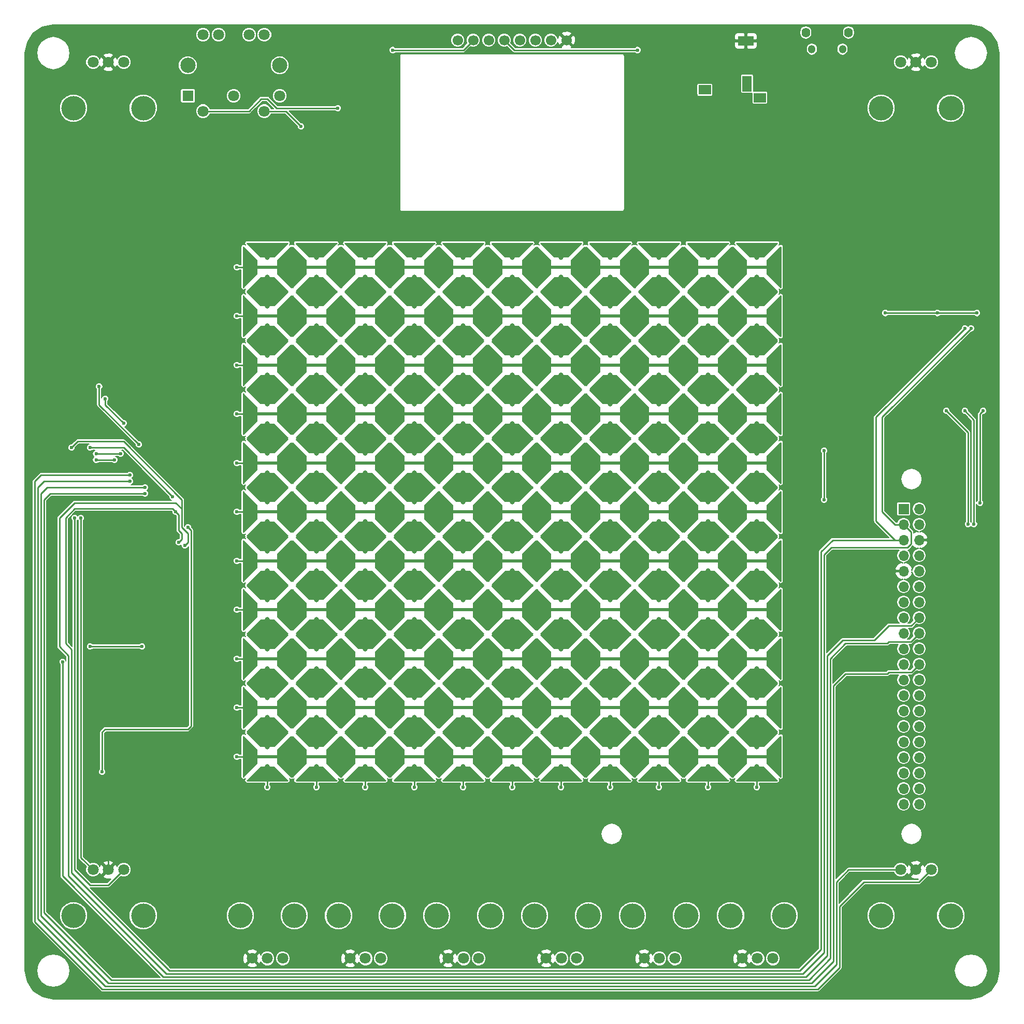
<source format=gtl>
G04 #@! TF.FileFunction,Copper,L1,Top,Signal*
%FSLAX46Y46*%
G04 Gerber Fmt 4.6, Leading zero omitted, Abs format (unit mm)*
G04 Created by KiCad (PCBNEW 4.0.6) date Tue Nov 28 12:03:41 2017*
%MOMM*%
%LPD*%
G01*
G04 APERTURE LIST*
%ADD10C,0.100000*%
%ADD11C,0.500000*%
%ADD12C,0.250000*%
%ADD13C,1.700000*%
%ADD14O,1.250000X1.350000*%
%ADD15O,1.400000X1.550000*%
%ADD16C,1.800000*%
%ADD17C,2.500000*%
%ADD18R,1.800000X1.800000*%
%ADD19R,1.700000X1.700000*%
%ADD20O,1.700000X1.700000*%
%ADD21R,1.500000X2.500000*%
%ADD22R,2.000000X1.500000*%
%ADD23R,2.500000X1.500000*%
%ADD24C,4.000000*%
%ADD25C,0.800000*%
%ADD26C,0.600000*%
%ADD27C,0.200000*%
G04 APERTURE END LIST*
D10*
D11*
X52300000Y-66000000D02*
X55700000Y-66000000D01*
D12*
X50700000Y-62100000D02*
X57300000Y-62100000D01*
X50700000Y-69900000D02*
X57300000Y-69900000D01*
X50100000Y-62700000D02*
X50100000Y-69300000D01*
X57900000Y-62700000D02*
X57900000Y-69300000D01*
D11*
X52300000Y-146000000D02*
X55700000Y-146000000D01*
D12*
X50700000Y-142100000D02*
X57300000Y-142100000D01*
X50700000Y-149900000D02*
X57300000Y-149900000D01*
X50100000Y-142700000D02*
X50100000Y-149300000D01*
X57900000Y-142700000D02*
X57900000Y-149300000D01*
D11*
X60300000Y-146000000D02*
X63700000Y-146000000D01*
D12*
X58700000Y-142100000D02*
X65300000Y-142100000D01*
X58700000Y-149900000D02*
X65300000Y-149900000D01*
X58100000Y-142700000D02*
X58100000Y-149300000D01*
X65900000Y-142700000D02*
X65900000Y-149300000D01*
D11*
X68300000Y-146000000D02*
X71700000Y-146000000D01*
D12*
X66700000Y-142100000D02*
X73300000Y-142100000D01*
X66700000Y-149900000D02*
X73300000Y-149900000D01*
X66100000Y-142700000D02*
X66100000Y-149300000D01*
X73900000Y-142700000D02*
X73900000Y-149300000D01*
D11*
X76300000Y-146000000D02*
X79700000Y-146000000D01*
D12*
X74700000Y-142100000D02*
X81300000Y-142100000D01*
X74700000Y-149900000D02*
X81300000Y-149900000D01*
X74100000Y-142700000D02*
X74100000Y-149300000D01*
X81900000Y-142700000D02*
X81900000Y-149300000D01*
D11*
X84300000Y-146000000D02*
X87700000Y-146000000D01*
D12*
X82700000Y-142100000D02*
X89300000Y-142100000D01*
X82700000Y-149900000D02*
X89300000Y-149900000D01*
X82100000Y-142700000D02*
X82100000Y-149300000D01*
X89900000Y-142700000D02*
X89900000Y-149300000D01*
D11*
X92300000Y-146000000D02*
X95700000Y-146000000D01*
D12*
X90700000Y-142100000D02*
X97300000Y-142100000D01*
X90700000Y-149900000D02*
X97300000Y-149900000D01*
X90100000Y-142700000D02*
X90100000Y-149300000D01*
X97900000Y-142700000D02*
X97900000Y-149300000D01*
D11*
X100300000Y-146000000D02*
X103700000Y-146000000D01*
D12*
X98700000Y-142100000D02*
X105300000Y-142100000D01*
X98700000Y-149900000D02*
X105300000Y-149900000D01*
X98100000Y-142700000D02*
X98100000Y-149300000D01*
X105900000Y-142700000D02*
X105900000Y-149300000D01*
D11*
X108300000Y-146000000D02*
X111700000Y-146000000D01*
D12*
X106700000Y-142100000D02*
X113300000Y-142100000D01*
X106700000Y-149900000D02*
X113300000Y-149900000D01*
X106100000Y-142700000D02*
X106100000Y-149300000D01*
X113900000Y-142700000D02*
X113900000Y-149300000D01*
D11*
X116300000Y-146000000D02*
X119700000Y-146000000D01*
D12*
X114700000Y-142100000D02*
X121300000Y-142100000D01*
X114700000Y-149900000D02*
X121300000Y-149900000D01*
X114100000Y-142700000D02*
X114100000Y-149300000D01*
X121900000Y-142700000D02*
X121900000Y-149300000D01*
D11*
X124300000Y-146000000D02*
X127700000Y-146000000D01*
D12*
X122700000Y-142100000D02*
X129300000Y-142100000D01*
X122700000Y-149900000D02*
X129300000Y-149900000D01*
X122100000Y-142700000D02*
X122100000Y-149300000D01*
X129900000Y-142700000D02*
X129900000Y-149300000D01*
D11*
X132300000Y-146000000D02*
X135700000Y-146000000D01*
D12*
X130700000Y-142100000D02*
X137300000Y-142100000D01*
X130700000Y-149900000D02*
X137300000Y-149900000D01*
X130100000Y-142700000D02*
X130100000Y-149300000D01*
X137900000Y-142700000D02*
X137900000Y-149300000D01*
D11*
X52300000Y-138000000D02*
X55700000Y-138000000D01*
D12*
X50700000Y-134100000D02*
X57300000Y-134100000D01*
X50700000Y-141900000D02*
X57300000Y-141900000D01*
X50100000Y-134700000D02*
X50100000Y-141300000D01*
X57900000Y-134700000D02*
X57900000Y-141300000D01*
D11*
X60300000Y-138000000D02*
X63700000Y-138000000D01*
D12*
X58700000Y-134100000D02*
X65300000Y-134100000D01*
X58700000Y-141900000D02*
X65300000Y-141900000D01*
X58100000Y-134700000D02*
X58100000Y-141300000D01*
X65900000Y-134700000D02*
X65900000Y-141300000D01*
D11*
X68300000Y-138000000D02*
X71700000Y-138000000D01*
D12*
X66700000Y-134100000D02*
X73300000Y-134100000D01*
X66700000Y-141900000D02*
X73300000Y-141900000D01*
X66100000Y-134700000D02*
X66100000Y-141300000D01*
X73900000Y-134700000D02*
X73900000Y-141300000D01*
D11*
X76300000Y-138000000D02*
X79700000Y-138000000D01*
D12*
X74700000Y-134100000D02*
X81300000Y-134100000D01*
X74700000Y-141900000D02*
X81300000Y-141900000D01*
X74100000Y-134700000D02*
X74100000Y-141300000D01*
X81900000Y-134700000D02*
X81900000Y-141300000D01*
D11*
X84300000Y-138000000D02*
X87700000Y-138000000D01*
D12*
X82700000Y-134100000D02*
X89300000Y-134100000D01*
X82700000Y-141900000D02*
X89300000Y-141900000D01*
X82100000Y-134700000D02*
X82100000Y-141300000D01*
X89900000Y-134700000D02*
X89900000Y-141300000D01*
D11*
X92300000Y-138000000D02*
X95700000Y-138000000D01*
D12*
X90700000Y-134100000D02*
X97300000Y-134100000D01*
X90700000Y-141900000D02*
X97300000Y-141900000D01*
X90100000Y-134700000D02*
X90100000Y-141300000D01*
X97900000Y-134700000D02*
X97900000Y-141300000D01*
D11*
X100300000Y-138000000D02*
X103700000Y-138000000D01*
D12*
X98700000Y-134100000D02*
X105300000Y-134100000D01*
X98700000Y-141900000D02*
X105300000Y-141900000D01*
X98100000Y-134700000D02*
X98100000Y-141300000D01*
X105900000Y-134700000D02*
X105900000Y-141300000D01*
D11*
X108300000Y-138000000D02*
X111700000Y-138000000D01*
D12*
X106700000Y-134100000D02*
X113300000Y-134100000D01*
X106700000Y-141900000D02*
X113300000Y-141900000D01*
X106100000Y-134700000D02*
X106100000Y-141300000D01*
X113900000Y-134700000D02*
X113900000Y-141300000D01*
D11*
X116300000Y-138000000D02*
X119700000Y-138000000D01*
D12*
X114700000Y-134100000D02*
X121300000Y-134100000D01*
X114700000Y-141900000D02*
X121300000Y-141900000D01*
X114100000Y-134700000D02*
X114100000Y-141300000D01*
X121900000Y-134700000D02*
X121900000Y-141300000D01*
D11*
X124300000Y-138000000D02*
X127700000Y-138000000D01*
D12*
X122700000Y-134100000D02*
X129300000Y-134100000D01*
X122700000Y-141900000D02*
X129300000Y-141900000D01*
X122100000Y-134700000D02*
X122100000Y-141300000D01*
X129900000Y-134700000D02*
X129900000Y-141300000D01*
D11*
X132300000Y-138000000D02*
X135700000Y-138000000D01*
D12*
X130700000Y-134100000D02*
X137300000Y-134100000D01*
X130700000Y-141900000D02*
X137300000Y-141900000D01*
X130100000Y-134700000D02*
X130100000Y-141300000D01*
X137900000Y-134700000D02*
X137900000Y-141300000D01*
D11*
X52300000Y-130000000D02*
X55700000Y-130000000D01*
D12*
X50700000Y-126100000D02*
X57300000Y-126100000D01*
X50700000Y-133900000D02*
X57300000Y-133900000D01*
X50100000Y-126700000D02*
X50100000Y-133300000D01*
X57900000Y-126700000D02*
X57900000Y-133300000D01*
D11*
X60300000Y-130000000D02*
X63700000Y-130000000D01*
D12*
X58700000Y-126100000D02*
X65300000Y-126100000D01*
X58700000Y-133900000D02*
X65300000Y-133900000D01*
X58100000Y-126700000D02*
X58100000Y-133300000D01*
X65900000Y-126700000D02*
X65900000Y-133300000D01*
D11*
X68300000Y-130000000D02*
X71700000Y-130000000D01*
D12*
X66700000Y-126100000D02*
X73300000Y-126100000D01*
X66700000Y-133900000D02*
X73300000Y-133900000D01*
X66100000Y-126700000D02*
X66100000Y-133300000D01*
X73900000Y-126700000D02*
X73900000Y-133300000D01*
D11*
X76300000Y-130000000D02*
X79700000Y-130000000D01*
D12*
X74700000Y-126100000D02*
X81300000Y-126100000D01*
X74700000Y-133900000D02*
X81300000Y-133900000D01*
X74100000Y-126700000D02*
X74100000Y-133300000D01*
X81900000Y-126700000D02*
X81900000Y-133300000D01*
D11*
X84300000Y-130000000D02*
X87700000Y-130000000D01*
D12*
X82700000Y-126100000D02*
X89300000Y-126100000D01*
X82700000Y-133900000D02*
X89300000Y-133900000D01*
X82100000Y-126700000D02*
X82100000Y-133300000D01*
X89900000Y-126700000D02*
X89900000Y-133300000D01*
D11*
X92300000Y-130000000D02*
X95700000Y-130000000D01*
D12*
X90700000Y-126100000D02*
X97300000Y-126100000D01*
X90700000Y-133900000D02*
X97300000Y-133900000D01*
X90100000Y-126700000D02*
X90100000Y-133300000D01*
X97900000Y-126700000D02*
X97900000Y-133300000D01*
D11*
X100300000Y-130000000D02*
X103700000Y-130000000D01*
D12*
X98700000Y-126100000D02*
X105300000Y-126100000D01*
X98700000Y-133900000D02*
X105300000Y-133900000D01*
X98100000Y-126700000D02*
X98100000Y-133300000D01*
X105900000Y-126700000D02*
X105900000Y-133300000D01*
D11*
X108300000Y-130000000D02*
X111700000Y-130000000D01*
D12*
X106700000Y-126100000D02*
X113300000Y-126100000D01*
X106700000Y-133900000D02*
X113300000Y-133900000D01*
X106100000Y-126700000D02*
X106100000Y-133300000D01*
X113900000Y-126700000D02*
X113900000Y-133300000D01*
D11*
X116300000Y-130000000D02*
X119700000Y-130000000D01*
D12*
X114700000Y-126100000D02*
X121300000Y-126100000D01*
X114700000Y-133900000D02*
X121300000Y-133900000D01*
X114100000Y-126700000D02*
X114100000Y-133300000D01*
X121900000Y-126700000D02*
X121900000Y-133300000D01*
D11*
X124300000Y-130000000D02*
X127700000Y-130000000D01*
D12*
X122700000Y-126100000D02*
X129300000Y-126100000D01*
X122700000Y-133900000D02*
X129300000Y-133900000D01*
X122100000Y-126700000D02*
X122100000Y-133300000D01*
X129900000Y-126700000D02*
X129900000Y-133300000D01*
D11*
X132300000Y-130000000D02*
X135700000Y-130000000D01*
D12*
X130700000Y-126100000D02*
X137300000Y-126100000D01*
X130700000Y-133900000D02*
X137300000Y-133900000D01*
X130100000Y-126700000D02*
X130100000Y-133300000D01*
X137900000Y-126700000D02*
X137900000Y-133300000D01*
D11*
X52300000Y-122000000D02*
X55700000Y-122000000D01*
D12*
X50700000Y-118100000D02*
X57300000Y-118100000D01*
X50700000Y-125900000D02*
X57300000Y-125900000D01*
X50100000Y-118700000D02*
X50100000Y-125300000D01*
X57900000Y-118700000D02*
X57900000Y-125300000D01*
D11*
X60300000Y-122000000D02*
X63700000Y-122000000D01*
D12*
X58700000Y-118100000D02*
X65300000Y-118100000D01*
X58700000Y-125900000D02*
X65300000Y-125900000D01*
X58100000Y-118700000D02*
X58100000Y-125300000D01*
X65900000Y-118700000D02*
X65900000Y-125300000D01*
D11*
X68300000Y-122000000D02*
X71700000Y-122000000D01*
D12*
X66700000Y-118100000D02*
X73300000Y-118100000D01*
X66700000Y-125900000D02*
X73300000Y-125900000D01*
X66100000Y-118700000D02*
X66100000Y-125300000D01*
X73900000Y-118700000D02*
X73900000Y-125300000D01*
D11*
X76300000Y-122000000D02*
X79700000Y-122000000D01*
D12*
X74700000Y-118100000D02*
X81300000Y-118100000D01*
X74700000Y-125900000D02*
X81300000Y-125900000D01*
X74100000Y-118700000D02*
X74100000Y-125300000D01*
X81900000Y-118700000D02*
X81900000Y-125300000D01*
D11*
X84300000Y-122000000D02*
X87700000Y-122000000D01*
D12*
X82700000Y-118100000D02*
X89300000Y-118100000D01*
X82700000Y-125900000D02*
X89300000Y-125900000D01*
X82100000Y-118700000D02*
X82100000Y-125300000D01*
X89900000Y-118700000D02*
X89900000Y-125300000D01*
D11*
X92300000Y-122000000D02*
X95700000Y-122000000D01*
D12*
X90700000Y-118100000D02*
X97300000Y-118100000D01*
X90700000Y-125900000D02*
X97300000Y-125900000D01*
X90100000Y-118700000D02*
X90100000Y-125300000D01*
X97900000Y-118700000D02*
X97900000Y-125300000D01*
D11*
X100300000Y-122000000D02*
X103700000Y-122000000D01*
D12*
X98700000Y-118100000D02*
X105300000Y-118100000D01*
X98700000Y-125900000D02*
X105300000Y-125900000D01*
X98100000Y-118700000D02*
X98100000Y-125300000D01*
X105900000Y-118700000D02*
X105900000Y-125300000D01*
D11*
X108300000Y-122000000D02*
X111700000Y-122000000D01*
D12*
X106700000Y-118100000D02*
X113300000Y-118100000D01*
X106700000Y-125900000D02*
X113300000Y-125900000D01*
X106100000Y-118700000D02*
X106100000Y-125300000D01*
X113900000Y-118700000D02*
X113900000Y-125300000D01*
D11*
X116300000Y-122000000D02*
X119700000Y-122000000D01*
D12*
X114700000Y-118100000D02*
X121300000Y-118100000D01*
X114700000Y-125900000D02*
X121300000Y-125900000D01*
X114100000Y-118700000D02*
X114100000Y-125300000D01*
X121900000Y-118700000D02*
X121900000Y-125300000D01*
D11*
X124300000Y-122000000D02*
X127700000Y-122000000D01*
D12*
X122700000Y-118100000D02*
X129300000Y-118100000D01*
X122700000Y-125900000D02*
X129300000Y-125900000D01*
X122100000Y-118700000D02*
X122100000Y-125300000D01*
X129900000Y-118700000D02*
X129900000Y-125300000D01*
D11*
X132300000Y-122000000D02*
X135700000Y-122000000D01*
D12*
X130700000Y-118100000D02*
X137300000Y-118100000D01*
X130700000Y-125900000D02*
X137300000Y-125900000D01*
X130100000Y-118700000D02*
X130100000Y-125300000D01*
X137900000Y-118700000D02*
X137900000Y-125300000D01*
D11*
X52300000Y-114000000D02*
X55700000Y-114000000D01*
D12*
X50700000Y-110100000D02*
X57300000Y-110100000D01*
X50700000Y-117900000D02*
X57300000Y-117900000D01*
X50100000Y-110700000D02*
X50100000Y-117300000D01*
X57900000Y-110700000D02*
X57900000Y-117300000D01*
D11*
X60300000Y-114000000D02*
X63700000Y-114000000D01*
D12*
X58700000Y-110100000D02*
X65300000Y-110100000D01*
X58700000Y-117900000D02*
X65300000Y-117900000D01*
X58100000Y-110700000D02*
X58100000Y-117300000D01*
X65900000Y-110700000D02*
X65900000Y-117300000D01*
D11*
X68300000Y-114000000D02*
X71700000Y-114000000D01*
D12*
X66700000Y-110100000D02*
X73300000Y-110100000D01*
X66700000Y-117900000D02*
X73300000Y-117900000D01*
X66100000Y-110700000D02*
X66100000Y-117300000D01*
X73900000Y-110700000D02*
X73900000Y-117300000D01*
D11*
X76300000Y-114000000D02*
X79700000Y-114000000D01*
D12*
X74700000Y-110100000D02*
X81300000Y-110100000D01*
X74700000Y-117900000D02*
X81300000Y-117900000D01*
X74100000Y-110700000D02*
X74100000Y-117300000D01*
X81900000Y-110700000D02*
X81900000Y-117300000D01*
D11*
X84300000Y-114000000D02*
X87700000Y-114000000D01*
D12*
X82700000Y-110100000D02*
X89300000Y-110100000D01*
X82700000Y-117900000D02*
X89300000Y-117900000D01*
X82100000Y-110700000D02*
X82100000Y-117300000D01*
X89900000Y-110700000D02*
X89900000Y-117300000D01*
D11*
X92300000Y-114000000D02*
X95700000Y-114000000D01*
D12*
X90700000Y-110100000D02*
X97300000Y-110100000D01*
X90700000Y-117900000D02*
X97300000Y-117900000D01*
X90100000Y-110700000D02*
X90100000Y-117300000D01*
X97900000Y-110700000D02*
X97900000Y-117300000D01*
D11*
X100300000Y-114000000D02*
X103700000Y-114000000D01*
D12*
X98700000Y-110100000D02*
X105300000Y-110100000D01*
X98700000Y-117900000D02*
X105300000Y-117900000D01*
X98100000Y-110700000D02*
X98100000Y-117300000D01*
X105900000Y-110700000D02*
X105900000Y-117300000D01*
D11*
X108300000Y-114000000D02*
X111700000Y-114000000D01*
D12*
X106700000Y-110100000D02*
X113300000Y-110100000D01*
X106700000Y-117900000D02*
X113300000Y-117900000D01*
X106100000Y-110700000D02*
X106100000Y-117300000D01*
X113900000Y-110700000D02*
X113900000Y-117300000D01*
D11*
X116300000Y-114000000D02*
X119700000Y-114000000D01*
D12*
X114700000Y-110100000D02*
X121300000Y-110100000D01*
X114700000Y-117900000D02*
X121300000Y-117900000D01*
X114100000Y-110700000D02*
X114100000Y-117300000D01*
X121900000Y-110700000D02*
X121900000Y-117300000D01*
D11*
X124300000Y-114000000D02*
X127700000Y-114000000D01*
D12*
X122700000Y-110100000D02*
X129300000Y-110100000D01*
X122700000Y-117900000D02*
X129300000Y-117900000D01*
X122100000Y-110700000D02*
X122100000Y-117300000D01*
X129900000Y-110700000D02*
X129900000Y-117300000D01*
D11*
X132300000Y-114000000D02*
X135700000Y-114000000D01*
D12*
X130700000Y-110100000D02*
X137300000Y-110100000D01*
X130700000Y-117900000D02*
X137300000Y-117900000D01*
X130100000Y-110700000D02*
X130100000Y-117300000D01*
X137900000Y-110700000D02*
X137900000Y-117300000D01*
D11*
X52300000Y-106000000D02*
X55700000Y-106000000D01*
D12*
X50700000Y-102100000D02*
X57300000Y-102100000D01*
X50700000Y-109900000D02*
X57300000Y-109900000D01*
X50100000Y-102700000D02*
X50100000Y-109300000D01*
X57900000Y-102700000D02*
X57900000Y-109300000D01*
D11*
X60300000Y-106000000D02*
X63700000Y-106000000D01*
D12*
X58700000Y-102100000D02*
X65300000Y-102100000D01*
X58700000Y-109900000D02*
X65300000Y-109900000D01*
X58100000Y-102700000D02*
X58100000Y-109300000D01*
X65900000Y-102700000D02*
X65900000Y-109300000D01*
D11*
X68300000Y-106000000D02*
X71700000Y-106000000D01*
D12*
X66700000Y-102100000D02*
X73300000Y-102100000D01*
X66700000Y-109900000D02*
X73300000Y-109900000D01*
X66100000Y-102700000D02*
X66100000Y-109300000D01*
X73900000Y-102700000D02*
X73900000Y-109300000D01*
D11*
X76300000Y-106000000D02*
X79700000Y-106000000D01*
D12*
X74700000Y-102100000D02*
X81300000Y-102100000D01*
X74700000Y-109900000D02*
X81300000Y-109900000D01*
X74100000Y-102700000D02*
X74100000Y-109300000D01*
X81900000Y-102700000D02*
X81900000Y-109300000D01*
D11*
X84300000Y-106000000D02*
X87700000Y-106000000D01*
D12*
X82700000Y-102100000D02*
X89300000Y-102100000D01*
X82700000Y-109900000D02*
X89300000Y-109900000D01*
X82100000Y-102700000D02*
X82100000Y-109300000D01*
X89900000Y-102700000D02*
X89900000Y-109300000D01*
D11*
X92300000Y-106000000D02*
X95700000Y-106000000D01*
D12*
X90700000Y-102100000D02*
X97300000Y-102100000D01*
X90700000Y-109900000D02*
X97300000Y-109900000D01*
X90100000Y-102700000D02*
X90100000Y-109300000D01*
X97900000Y-102700000D02*
X97900000Y-109300000D01*
D11*
X100300000Y-106000000D02*
X103700000Y-106000000D01*
D12*
X98700000Y-102100000D02*
X105300000Y-102100000D01*
X98700000Y-109900000D02*
X105300000Y-109900000D01*
X98100000Y-102700000D02*
X98100000Y-109300000D01*
X105900000Y-102700000D02*
X105900000Y-109300000D01*
D11*
X108300000Y-106000000D02*
X111700000Y-106000000D01*
D12*
X106700000Y-102100000D02*
X113300000Y-102100000D01*
X106700000Y-109900000D02*
X113300000Y-109900000D01*
X106100000Y-102700000D02*
X106100000Y-109300000D01*
X113900000Y-102700000D02*
X113900000Y-109300000D01*
D11*
X116300000Y-106000000D02*
X119700000Y-106000000D01*
D12*
X114700000Y-102100000D02*
X121300000Y-102100000D01*
X114700000Y-109900000D02*
X121300000Y-109900000D01*
X114100000Y-102700000D02*
X114100000Y-109300000D01*
X121900000Y-102700000D02*
X121900000Y-109300000D01*
D11*
X124300000Y-106000000D02*
X127700000Y-106000000D01*
D12*
X122700000Y-102100000D02*
X129300000Y-102100000D01*
X122700000Y-109900000D02*
X129300000Y-109900000D01*
X122100000Y-102700000D02*
X122100000Y-109300000D01*
X129900000Y-102700000D02*
X129900000Y-109300000D01*
D11*
X132300000Y-106000000D02*
X135700000Y-106000000D01*
D12*
X130700000Y-102100000D02*
X137300000Y-102100000D01*
X130700000Y-109900000D02*
X137300000Y-109900000D01*
X130100000Y-102700000D02*
X130100000Y-109300000D01*
X137900000Y-102700000D02*
X137900000Y-109300000D01*
D11*
X52300000Y-98000000D02*
X55700000Y-98000000D01*
D12*
X50700000Y-94100000D02*
X57300000Y-94100000D01*
X50700000Y-101900000D02*
X57300000Y-101900000D01*
X50100000Y-94700000D02*
X50100000Y-101300000D01*
X57900000Y-94700000D02*
X57900000Y-101300000D01*
D11*
X60300000Y-98000000D02*
X63700000Y-98000000D01*
D12*
X58700000Y-94100000D02*
X65300000Y-94100000D01*
X58700000Y-101900000D02*
X65300000Y-101900000D01*
X58100000Y-94700000D02*
X58100000Y-101300000D01*
X65900000Y-94700000D02*
X65900000Y-101300000D01*
D11*
X68300000Y-98000000D02*
X71700000Y-98000000D01*
D12*
X66700000Y-94100000D02*
X73300000Y-94100000D01*
X66700000Y-101900000D02*
X73300000Y-101900000D01*
X66100000Y-94700000D02*
X66100000Y-101300000D01*
X73900000Y-94700000D02*
X73900000Y-101300000D01*
D11*
X76300000Y-98000000D02*
X79700000Y-98000000D01*
D12*
X74700000Y-94100000D02*
X81300000Y-94100000D01*
X74700000Y-101900000D02*
X81300000Y-101900000D01*
X74100000Y-94700000D02*
X74100000Y-101300000D01*
X81900000Y-94700000D02*
X81900000Y-101300000D01*
D11*
X84300000Y-98000000D02*
X87700000Y-98000000D01*
D12*
X82700000Y-94100000D02*
X89300000Y-94100000D01*
X82700000Y-101900000D02*
X89300000Y-101900000D01*
X82100000Y-94700000D02*
X82100000Y-101300000D01*
X89900000Y-94700000D02*
X89900000Y-101300000D01*
D11*
X92300000Y-98000000D02*
X95700000Y-98000000D01*
D12*
X90700000Y-94100000D02*
X97300000Y-94100000D01*
X90700000Y-101900000D02*
X97300000Y-101900000D01*
X90100000Y-94700000D02*
X90100000Y-101300000D01*
X97900000Y-94700000D02*
X97900000Y-101300000D01*
D11*
X100300000Y-98000000D02*
X103700000Y-98000000D01*
D12*
X98700000Y-94100000D02*
X105300000Y-94100000D01*
X98700000Y-101900000D02*
X105300000Y-101900000D01*
X98100000Y-94700000D02*
X98100000Y-101300000D01*
X105900000Y-94700000D02*
X105900000Y-101300000D01*
D11*
X108300000Y-98000000D02*
X111700000Y-98000000D01*
D12*
X106700000Y-94100000D02*
X113300000Y-94100000D01*
X106700000Y-101900000D02*
X113300000Y-101900000D01*
X106100000Y-94700000D02*
X106100000Y-101300000D01*
X113900000Y-94700000D02*
X113900000Y-101300000D01*
D11*
X116300000Y-98000000D02*
X119700000Y-98000000D01*
D12*
X114700000Y-94100000D02*
X121300000Y-94100000D01*
X114700000Y-101900000D02*
X121300000Y-101900000D01*
X114100000Y-94700000D02*
X114100000Y-101300000D01*
X121900000Y-94700000D02*
X121900000Y-101300000D01*
D11*
X124300000Y-98000000D02*
X127700000Y-98000000D01*
D12*
X122700000Y-94100000D02*
X129300000Y-94100000D01*
X122700000Y-101900000D02*
X129300000Y-101900000D01*
X122100000Y-94700000D02*
X122100000Y-101300000D01*
X129900000Y-94700000D02*
X129900000Y-101300000D01*
D11*
X132300000Y-98000000D02*
X135700000Y-98000000D01*
D12*
X130700000Y-94100000D02*
X137300000Y-94100000D01*
X130700000Y-101900000D02*
X137300000Y-101900000D01*
X130100000Y-94700000D02*
X130100000Y-101300000D01*
X137900000Y-94700000D02*
X137900000Y-101300000D01*
D11*
X52300000Y-90000000D02*
X55700000Y-90000000D01*
D12*
X50700000Y-86100000D02*
X57300000Y-86100000D01*
X50700000Y-93900000D02*
X57300000Y-93900000D01*
X50100000Y-86700000D02*
X50100000Y-93300000D01*
X57900000Y-86700000D02*
X57900000Y-93300000D01*
D11*
X60300000Y-90000000D02*
X63700000Y-90000000D01*
D12*
X58700000Y-86100000D02*
X65300000Y-86100000D01*
X58700000Y-93900000D02*
X65300000Y-93900000D01*
X58100000Y-86700000D02*
X58100000Y-93300000D01*
X65900000Y-86700000D02*
X65900000Y-93300000D01*
D11*
X68300000Y-90000000D02*
X71700000Y-90000000D01*
D12*
X66700000Y-86100000D02*
X73300000Y-86100000D01*
X66700000Y-93900000D02*
X73300000Y-93900000D01*
X66100000Y-86700000D02*
X66100000Y-93300000D01*
X73900000Y-86700000D02*
X73900000Y-93300000D01*
D11*
X76300000Y-90000000D02*
X79700000Y-90000000D01*
D12*
X74700000Y-86100000D02*
X81300000Y-86100000D01*
X74700000Y-93900000D02*
X81300000Y-93900000D01*
X74100000Y-86700000D02*
X74100000Y-93300000D01*
X81900000Y-86700000D02*
X81900000Y-93300000D01*
D11*
X84300000Y-90000000D02*
X87700000Y-90000000D01*
D12*
X82700000Y-86100000D02*
X89300000Y-86100000D01*
X82700000Y-93900000D02*
X89300000Y-93900000D01*
X82100000Y-86700000D02*
X82100000Y-93300000D01*
X89900000Y-86700000D02*
X89900000Y-93300000D01*
D11*
X92300000Y-90000000D02*
X95700000Y-90000000D01*
D12*
X90700000Y-86100000D02*
X97300000Y-86100000D01*
X90700000Y-93900000D02*
X97300000Y-93900000D01*
X90100000Y-86700000D02*
X90100000Y-93300000D01*
X97900000Y-86700000D02*
X97900000Y-93300000D01*
D11*
X100300000Y-90000000D02*
X103700000Y-90000000D01*
D12*
X98700000Y-86100000D02*
X105300000Y-86100000D01*
X98700000Y-93900000D02*
X105300000Y-93900000D01*
X98100000Y-86700000D02*
X98100000Y-93300000D01*
X105900000Y-86700000D02*
X105900000Y-93300000D01*
D11*
X108300000Y-90000000D02*
X111700000Y-90000000D01*
D12*
X106700000Y-86100000D02*
X113300000Y-86100000D01*
X106700000Y-93900000D02*
X113300000Y-93900000D01*
X106100000Y-86700000D02*
X106100000Y-93300000D01*
X113900000Y-86700000D02*
X113900000Y-93300000D01*
D11*
X116300000Y-90000000D02*
X119700000Y-90000000D01*
D12*
X114700000Y-86100000D02*
X121300000Y-86100000D01*
X114700000Y-93900000D02*
X121300000Y-93900000D01*
X114100000Y-86700000D02*
X114100000Y-93300000D01*
X121900000Y-86700000D02*
X121900000Y-93300000D01*
D11*
X124300000Y-90000000D02*
X127700000Y-90000000D01*
D12*
X122700000Y-86100000D02*
X129300000Y-86100000D01*
X122700000Y-93900000D02*
X129300000Y-93900000D01*
X122100000Y-86700000D02*
X122100000Y-93300000D01*
X129900000Y-86700000D02*
X129900000Y-93300000D01*
D11*
X132300000Y-90000000D02*
X135700000Y-90000000D01*
D12*
X130700000Y-86100000D02*
X137300000Y-86100000D01*
X130700000Y-93900000D02*
X137300000Y-93900000D01*
X130100000Y-86700000D02*
X130100000Y-93300000D01*
X137900000Y-86700000D02*
X137900000Y-93300000D01*
D11*
X52300000Y-82000000D02*
X55700000Y-82000000D01*
D12*
X50700000Y-78100000D02*
X57300000Y-78100000D01*
X50700000Y-85900000D02*
X57300000Y-85900000D01*
X50100000Y-78700000D02*
X50100000Y-85300000D01*
X57900000Y-78700000D02*
X57900000Y-85300000D01*
D11*
X60300000Y-82000000D02*
X63700000Y-82000000D01*
D12*
X58700000Y-78100000D02*
X65300000Y-78100000D01*
X58700000Y-85900000D02*
X65300000Y-85900000D01*
X58100000Y-78700000D02*
X58100000Y-85300000D01*
X65900000Y-78700000D02*
X65900000Y-85300000D01*
D11*
X68300000Y-82000000D02*
X71700000Y-82000000D01*
D12*
X66700000Y-78100000D02*
X73300000Y-78100000D01*
X66700000Y-85900000D02*
X73300000Y-85900000D01*
X66100000Y-78700000D02*
X66100000Y-85300000D01*
X73900000Y-78700000D02*
X73900000Y-85300000D01*
D11*
X76300000Y-82000000D02*
X79700000Y-82000000D01*
D12*
X74700000Y-78100000D02*
X81300000Y-78100000D01*
X74700000Y-85900000D02*
X81300000Y-85900000D01*
X74100000Y-78700000D02*
X74100000Y-85300000D01*
X81900000Y-78700000D02*
X81900000Y-85300000D01*
D11*
X84300000Y-82000000D02*
X87700000Y-82000000D01*
D12*
X82700000Y-78100000D02*
X89300000Y-78100000D01*
X82700000Y-85900000D02*
X89300000Y-85900000D01*
X82100000Y-78700000D02*
X82100000Y-85300000D01*
X89900000Y-78700000D02*
X89900000Y-85300000D01*
D11*
X92300000Y-82000000D02*
X95700000Y-82000000D01*
D12*
X90700000Y-78100000D02*
X97300000Y-78100000D01*
X90700000Y-85900000D02*
X97300000Y-85900000D01*
X90100000Y-78700000D02*
X90100000Y-85300000D01*
X97900000Y-78700000D02*
X97900000Y-85300000D01*
D11*
X100300000Y-82000000D02*
X103700000Y-82000000D01*
D12*
X98700000Y-78100000D02*
X105300000Y-78100000D01*
X98700000Y-85900000D02*
X105300000Y-85900000D01*
X98100000Y-78700000D02*
X98100000Y-85300000D01*
X105900000Y-78700000D02*
X105900000Y-85300000D01*
D11*
X108300000Y-82000000D02*
X111700000Y-82000000D01*
D12*
X106700000Y-78100000D02*
X113300000Y-78100000D01*
X106700000Y-85900000D02*
X113300000Y-85900000D01*
X106100000Y-78700000D02*
X106100000Y-85300000D01*
X113900000Y-78700000D02*
X113900000Y-85300000D01*
D11*
X116300000Y-82000000D02*
X119700000Y-82000000D01*
D12*
X114700000Y-78100000D02*
X121300000Y-78100000D01*
X114700000Y-85900000D02*
X121300000Y-85900000D01*
X114100000Y-78700000D02*
X114100000Y-85300000D01*
X121900000Y-78700000D02*
X121900000Y-85300000D01*
D11*
X124300000Y-82000000D02*
X127700000Y-82000000D01*
D12*
X122700000Y-78100000D02*
X129300000Y-78100000D01*
X122700000Y-85900000D02*
X129300000Y-85900000D01*
X122100000Y-78700000D02*
X122100000Y-85300000D01*
X129900000Y-78700000D02*
X129900000Y-85300000D01*
D11*
X132300000Y-82000000D02*
X135700000Y-82000000D01*
D12*
X130700000Y-78100000D02*
X137300000Y-78100000D01*
X130700000Y-85900000D02*
X137300000Y-85900000D01*
X130100000Y-78700000D02*
X130100000Y-85300000D01*
X137900000Y-78700000D02*
X137900000Y-85300000D01*
D11*
X52300000Y-74000000D02*
X55700000Y-74000000D01*
D12*
X50700000Y-70100000D02*
X57300000Y-70100000D01*
X50700000Y-77900000D02*
X57300000Y-77900000D01*
X50100000Y-70700000D02*
X50100000Y-77300000D01*
X57900000Y-70700000D02*
X57900000Y-77300000D01*
D11*
X60300000Y-74000000D02*
X63700000Y-74000000D01*
D12*
X58700000Y-70100000D02*
X65300000Y-70100000D01*
X58700000Y-77900000D02*
X65300000Y-77900000D01*
X58100000Y-70700000D02*
X58100000Y-77300000D01*
X65900000Y-70700000D02*
X65900000Y-77300000D01*
D11*
X68300000Y-74000000D02*
X71700000Y-74000000D01*
D12*
X66700000Y-70100000D02*
X73300000Y-70100000D01*
X66700000Y-77900000D02*
X73300000Y-77900000D01*
X66100000Y-70700000D02*
X66100000Y-77300000D01*
X73900000Y-70700000D02*
X73900000Y-77300000D01*
D11*
X76300000Y-74000000D02*
X79700000Y-74000000D01*
D12*
X74700000Y-70100000D02*
X81300000Y-70100000D01*
X74700000Y-77900000D02*
X81300000Y-77900000D01*
X74100000Y-70700000D02*
X74100000Y-77300000D01*
X81900000Y-70700000D02*
X81900000Y-77300000D01*
D11*
X84300000Y-74000000D02*
X87700000Y-74000000D01*
D12*
X82700000Y-70100000D02*
X89300000Y-70100000D01*
X82700000Y-77900000D02*
X89300000Y-77900000D01*
X82100000Y-70700000D02*
X82100000Y-77300000D01*
X89900000Y-70700000D02*
X89900000Y-77300000D01*
D11*
X92300000Y-74000000D02*
X95700000Y-74000000D01*
D12*
X90700000Y-70100000D02*
X97300000Y-70100000D01*
X90700000Y-77900000D02*
X97300000Y-77900000D01*
X90100000Y-70700000D02*
X90100000Y-77300000D01*
X97900000Y-70700000D02*
X97900000Y-77300000D01*
D11*
X100300000Y-74000000D02*
X103700000Y-74000000D01*
D12*
X98700000Y-70100000D02*
X105300000Y-70100000D01*
X98700000Y-77900000D02*
X105300000Y-77900000D01*
X98100000Y-70700000D02*
X98100000Y-77300000D01*
X105900000Y-70700000D02*
X105900000Y-77300000D01*
D11*
X108300000Y-74000000D02*
X111700000Y-74000000D01*
D12*
X106700000Y-70100000D02*
X113300000Y-70100000D01*
X106700000Y-77900000D02*
X113300000Y-77900000D01*
X106100000Y-70700000D02*
X106100000Y-77300000D01*
X113900000Y-70700000D02*
X113900000Y-77300000D01*
D11*
X116300000Y-74000000D02*
X119700000Y-74000000D01*
D12*
X114700000Y-70100000D02*
X121300000Y-70100000D01*
X114700000Y-77900000D02*
X121300000Y-77900000D01*
X114100000Y-70700000D02*
X114100000Y-77300000D01*
X121900000Y-70700000D02*
X121900000Y-77300000D01*
D11*
X124300000Y-74000000D02*
X127700000Y-74000000D01*
D12*
X122700000Y-70100000D02*
X129300000Y-70100000D01*
X122700000Y-77900000D02*
X129300000Y-77900000D01*
X122100000Y-70700000D02*
X122100000Y-77300000D01*
X129900000Y-70700000D02*
X129900000Y-77300000D01*
D11*
X132300000Y-74000000D02*
X135700000Y-74000000D01*
D12*
X130700000Y-70100000D02*
X137300000Y-70100000D01*
X130700000Y-77900000D02*
X137300000Y-77900000D01*
X130100000Y-70700000D02*
X130100000Y-77300000D01*
X137900000Y-70700000D02*
X137900000Y-77300000D01*
D11*
X60300000Y-66000000D02*
X63700000Y-66000000D01*
D12*
X58700000Y-62100000D02*
X65300000Y-62100000D01*
X58700000Y-69900000D02*
X65300000Y-69900000D01*
X58100000Y-62700000D02*
X58100000Y-69300000D01*
X65900000Y-62700000D02*
X65900000Y-69300000D01*
D11*
X68300000Y-66000000D02*
X71700000Y-66000000D01*
D12*
X66700000Y-62100000D02*
X73300000Y-62100000D01*
X66700000Y-69900000D02*
X73300000Y-69900000D01*
X66100000Y-62700000D02*
X66100000Y-69300000D01*
X73900000Y-62700000D02*
X73900000Y-69300000D01*
D11*
X76300000Y-66000000D02*
X79700000Y-66000000D01*
D12*
X74700000Y-62100000D02*
X81300000Y-62100000D01*
X74700000Y-69900000D02*
X81300000Y-69900000D01*
X74100000Y-62700000D02*
X74100000Y-69300000D01*
X81900000Y-62700000D02*
X81900000Y-69300000D01*
D11*
X84300000Y-66000000D02*
X87700000Y-66000000D01*
D12*
X82700000Y-62100000D02*
X89300000Y-62100000D01*
X82700000Y-69900000D02*
X89300000Y-69900000D01*
X82100000Y-62700000D02*
X82100000Y-69300000D01*
X89900000Y-62700000D02*
X89900000Y-69300000D01*
D11*
X92300000Y-66000000D02*
X95700000Y-66000000D01*
D12*
X90700000Y-62100000D02*
X97300000Y-62100000D01*
X90700000Y-69900000D02*
X97300000Y-69900000D01*
X90100000Y-62700000D02*
X90100000Y-69300000D01*
X97900000Y-62700000D02*
X97900000Y-69300000D01*
D11*
X100300000Y-66000000D02*
X103700000Y-66000000D01*
D12*
X98700000Y-62100000D02*
X105300000Y-62100000D01*
X98700000Y-69900000D02*
X105300000Y-69900000D01*
X98100000Y-62700000D02*
X98100000Y-69300000D01*
X105900000Y-62700000D02*
X105900000Y-69300000D01*
D11*
X108300000Y-66000000D02*
X111700000Y-66000000D01*
D12*
X106700000Y-62100000D02*
X113300000Y-62100000D01*
X106700000Y-69900000D02*
X113300000Y-69900000D01*
X106100000Y-62700000D02*
X106100000Y-69300000D01*
X113900000Y-62700000D02*
X113900000Y-69300000D01*
D11*
X116300000Y-66000000D02*
X119700000Y-66000000D01*
D12*
X114700000Y-62100000D02*
X121300000Y-62100000D01*
X114700000Y-69900000D02*
X121300000Y-69900000D01*
X114100000Y-62700000D02*
X114100000Y-69300000D01*
X121900000Y-62700000D02*
X121900000Y-69300000D01*
D11*
X124300000Y-66000000D02*
X127700000Y-66000000D01*
D12*
X122700000Y-62100000D02*
X129300000Y-62100000D01*
X122700000Y-69900000D02*
X129300000Y-69900000D01*
X122100000Y-62700000D02*
X122100000Y-69300000D01*
X129900000Y-62700000D02*
X129900000Y-69300000D01*
D11*
X132300000Y-66000000D02*
X135700000Y-66000000D01*
D12*
X130700000Y-62100000D02*
X137300000Y-62100000D01*
X130700000Y-69900000D02*
X137300000Y-69900000D01*
X130100000Y-62700000D02*
X130100000Y-69300000D01*
X137900000Y-62700000D02*
X137900000Y-69300000D01*
D13*
X85110000Y-28895000D03*
X87650000Y-28895000D03*
X90190000Y-28895000D03*
X92730000Y-28895000D03*
X95270000Y-28895000D03*
X97810000Y-28895000D03*
X100350000Y-28895000D03*
X102890000Y-28895000D03*
D14*
X143000000Y-30350000D03*
X148000000Y-30350000D03*
D15*
X142000000Y-27650000D03*
X149000000Y-27650000D03*
D16*
X53500000Y-28000000D03*
X43500000Y-28000000D03*
D17*
X56000000Y-33000000D03*
D16*
X51000000Y-28000000D03*
X46000000Y-28000000D03*
D18*
X41000000Y-38000000D03*
D16*
X48500000Y-38000000D03*
X56000000Y-38000000D03*
X43500000Y-40500000D03*
X53500000Y-40500000D03*
D17*
X41000000Y-33000000D03*
D19*
X158000000Y-105520000D03*
D20*
X160540000Y-105520000D03*
X158000000Y-108060000D03*
X160540000Y-108060000D03*
X158000000Y-110600000D03*
X160540000Y-110600000D03*
X158000000Y-113140000D03*
X160540000Y-113140000D03*
X158000000Y-115680000D03*
X160540000Y-115680000D03*
X158000000Y-118220000D03*
X160540000Y-118220000D03*
X158000000Y-120760000D03*
X160540000Y-120760000D03*
X158000000Y-123300000D03*
X160540000Y-123300000D03*
X158000000Y-125840000D03*
X160540000Y-125840000D03*
X158000000Y-128380000D03*
X160540000Y-128380000D03*
X158000000Y-130920000D03*
X160540000Y-130920000D03*
X158000000Y-133460000D03*
X160540000Y-133460000D03*
X158000000Y-136000000D03*
X160540000Y-136000000D03*
X158000000Y-138540000D03*
X160540000Y-138540000D03*
X158000000Y-141080000D03*
X160540000Y-141080000D03*
X158000000Y-143620000D03*
X160540000Y-143620000D03*
X158000000Y-146160000D03*
X160540000Y-146160000D03*
X158000000Y-148700000D03*
X160540000Y-148700000D03*
X158000000Y-151240000D03*
X160540000Y-151240000D03*
X158000000Y-153780000D03*
X160540000Y-153780000D03*
D21*
X132400000Y-36000000D03*
D22*
X125500000Y-37000000D03*
X134500000Y-38300000D03*
D23*
X132200000Y-29000000D03*
D16*
X51500000Y-179000000D03*
X54000000Y-179000000D03*
X56500000Y-179000000D03*
D24*
X49600000Y-172000000D03*
X58400000Y-172000000D03*
D16*
X67520000Y-179000000D03*
X70020000Y-179000000D03*
X72520000Y-179000000D03*
D24*
X65620000Y-172000000D03*
X74420000Y-172000000D03*
D16*
X83540000Y-179000000D03*
X86040000Y-179000000D03*
X88540000Y-179000000D03*
D24*
X81640000Y-172000000D03*
X90440000Y-172000000D03*
D16*
X99560000Y-179000000D03*
X102060000Y-179000000D03*
X104560000Y-179000000D03*
D24*
X97660000Y-172000000D03*
X106460000Y-172000000D03*
D16*
X115580000Y-179000000D03*
X118080000Y-179000000D03*
X120580000Y-179000000D03*
D24*
X113680000Y-172000000D03*
X122480000Y-172000000D03*
D16*
X131600000Y-179000000D03*
X134100000Y-179000000D03*
X136600000Y-179000000D03*
D24*
X129700000Y-172000000D03*
X138500000Y-172000000D03*
D16*
X30500000Y-32500000D03*
X28000000Y-32500000D03*
X25500000Y-32500000D03*
D24*
X33700000Y-40000000D03*
X22300000Y-40000000D03*
D16*
X162500000Y-32500000D03*
X160000000Y-32500000D03*
X157500000Y-32500000D03*
D24*
X165700000Y-40000000D03*
X154300000Y-40000000D03*
D16*
X30500000Y-164500000D03*
X28000000Y-164500000D03*
X25500000Y-164500000D03*
D24*
X33700000Y-172000000D03*
X22300000Y-172000000D03*
D16*
X162500000Y-164500000D03*
X160000000Y-164500000D03*
X157500000Y-164500000D03*
D24*
X165700000Y-172000000D03*
X154300000Y-172000000D03*
D25*
X54000000Y-64400000D03*
D10*
G36*
X50650000Y-69800000D02*
X52850000Y-67600000D01*
X55150000Y-67600000D01*
X57350000Y-69800000D01*
X50650000Y-69800000D01*
X50650000Y-69800000D01*
G37*
G36*
X50200000Y-62650000D02*
X52400000Y-64850000D01*
X52400000Y-67150000D01*
X50200000Y-69350000D01*
X50200000Y-62650000D01*
X50200000Y-62650000D01*
G37*
G36*
X57800000Y-69350000D02*
X55600000Y-67150000D01*
X55600000Y-64850000D01*
X57800000Y-62650000D01*
X57800000Y-69350000D01*
X57800000Y-69350000D01*
G37*
G36*
X57350000Y-62200000D02*
X55150000Y-64400000D01*
X52850000Y-64400000D01*
X50650000Y-62200000D01*
X57350000Y-62200000D01*
X57350000Y-62200000D01*
G37*
D25*
X54000000Y-67600000D03*
X54000000Y-144400000D03*
D10*
G36*
X50650000Y-149800000D02*
X52850000Y-147600000D01*
X55150000Y-147600000D01*
X57350000Y-149800000D01*
X50650000Y-149800000D01*
X50650000Y-149800000D01*
G37*
G36*
X50200000Y-142650000D02*
X52400000Y-144850000D01*
X52400000Y-147150000D01*
X50200000Y-149350000D01*
X50200000Y-142650000D01*
X50200000Y-142650000D01*
G37*
G36*
X57800000Y-149350000D02*
X55600000Y-147150000D01*
X55600000Y-144850000D01*
X57800000Y-142650000D01*
X57800000Y-149350000D01*
X57800000Y-149350000D01*
G37*
G36*
X57350000Y-142200000D02*
X55150000Y-144400000D01*
X52850000Y-144400000D01*
X50650000Y-142200000D01*
X57350000Y-142200000D01*
X57350000Y-142200000D01*
G37*
D25*
X54000000Y-147600000D03*
X62000000Y-144400000D03*
D10*
G36*
X58650000Y-149800000D02*
X60850000Y-147600000D01*
X63150000Y-147600000D01*
X65350000Y-149800000D01*
X58650000Y-149800000D01*
X58650000Y-149800000D01*
G37*
G36*
X58200000Y-142650000D02*
X60400000Y-144850000D01*
X60400000Y-147150000D01*
X58200000Y-149350000D01*
X58200000Y-142650000D01*
X58200000Y-142650000D01*
G37*
G36*
X65800000Y-149350000D02*
X63600000Y-147150000D01*
X63600000Y-144850000D01*
X65800000Y-142650000D01*
X65800000Y-149350000D01*
X65800000Y-149350000D01*
G37*
G36*
X65350000Y-142200000D02*
X63150000Y-144400000D01*
X60850000Y-144400000D01*
X58650000Y-142200000D01*
X65350000Y-142200000D01*
X65350000Y-142200000D01*
G37*
D25*
X62000000Y-147600000D03*
X70000000Y-144400000D03*
D10*
G36*
X66650000Y-149800000D02*
X68850000Y-147600000D01*
X71150000Y-147600000D01*
X73350000Y-149800000D01*
X66650000Y-149800000D01*
X66650000Y-149800000D01*
G37*
G36*
X66200000Y-142650000D02*
X68400000Y-144850000D01*
X68400000Y-147150000D01*
X66200000Y-149350000D01*
X66200000Y-142650000D01*
X66200000Y-142650000D01*
G37*
G36*
X73800000Y-149350000D02*
X71600000Y-147150000D01*
X71600000Y-144850000D01*
X73800000Y-142650000D01*
X73800000Y-149350000D01*
X73800000Y-149350000D01*
G37*
G36*
X73350000Y-142200000D02*
X71150000Y-144400000D01*
X68850000Y-144400000D01*
X66650000Y-142200000D01*
X73350000Y-142200000D01*
X73350000Y-142200000D01*
G37*
D25*
X70000000Y-147600000D03*
X78000000Y-144400000D03*
D10*
G36*
X74650000Y-149800000D02*
X76850000Y-147600000D01*
X79150000Y-147600000D01*
X81350000Y-149800000D01*
X74650000Y-149800000D01*
X74650000Y-149800000D01*
G37*
G36*
X74200000Y-142650000D02*
X76400000Y-144850000D01*
X76400000Y-147150000D01*
X74200000Y-149350000D01*
X74200000Y-142650000D01*
X74200000Y-142650000D01*
G37*
G36*
X81800000Y-149350000D02*
X79600000Y-147150000D01*
X79600000Y-144850000D01*
X81800000Y-142650000D01*
X81800000Y-149350000D01*
X81800000Y-149350000D01*
G37*
G36*
X81350000Y-142200000D02*
X79150000Y-144400000D01*
X76850000Y-144400000D01*
X74650000Y-142200000D01*
X81350000Y-142200000D01*
X81350000Y-142200000D01*
G37*
D25*
X78000000Y-147600000D03*
X86000000Y-144400000D03*
D10*
G36*
X82650000Y-149800000D02*
X84850000Y-147600000D01*
X87150000Y-147600000D01*
X89350000Y-149800000D01*
X82650000Y-149800000D01*
X82650000Y-149800000D01*
G37*
G36*
X82200000Y-142650000D02*
X84400000Y-144850000D01*
X84400000Y-147150000D01*
X82200000Y-149350000D01*
X82200000Y-142650000D01*
X82200000Y-142650000D01*
G37*
G36*
X89800000Y-149350000D02*
X87600000Y-147150000D01*
X87600000Y-144850000D01*
X89800000Y-142650000D01*
X89800000Y-149350000D01*
X89800000Y-149350000D01*
G37*
G36*
X89350000Y-142200000D02*
X87150000Y-144400000D01*
X84850000Y-144400000D01*
X82650000Y-142200000D01*
X89350000Y-142200000D01*
X89350000Y-142200000D01*
G37*
D25*
X86000000Y-147600000D03*
X94000000Y-144400000D03*
D10*
G36*
X90650000Y-149800000D02*
X92850000Y-147600000D01*
X95150000Y-147600000D01*
X97350000Y-149800000D01*
X90650000Y-149800000D01*
X90650000Y-149800000D01*
G37*
G36*
X90200000Y-142650000D02*
X92400000Y-144850000D01*
X92400000Y-147150000D01*
X90200000Y-149350000D01*
X90200000Y-142650000D01*
X90200000Y-142650000D01*
G37*
G36*
X97800000Y-149350000D02*
X95600000Y-147150000D01*
X95600000Y-144850000D01*
X97800000Y-142650000D01*
X97800000Y-149350000D01*
X97800000Y-149350000D01*
G37*
G36*
X97350000Y-142200000D02*
X95150000Y-144400000D01*
X92850000Y-144400000D01*
X90650000Y-142200000D01*
X97350000Y-142200000D01*
X97350000Y-142200000D01*
G37*
D25*
X94000000Y-147600000D03*
X102000000Y-144400000D03*
D10*
G36*
X98650000Y-149800000D02*
X100850000Y-147600000D01*
X103150000Y-147600000D01*
X105350000Y-149800000D01*
X98650000Y-149800000D01*
X98650000Y-149800000D01*
G37*
G36*
X98200000Y-142650000D02*
X100400000Y-144850000D01*
X100400000Y-147150000D01*
X98200000Y-149350000D01*
X98200000Y-142650000D01*
X98200000Y-142650000D01*
G37*
G36*
X105800000Y-149350000D02*
X103600000Y-147150000D01*
X103600000Y-144850000D01*
X105800000Y-142650000D01*
X105800000Y-149350000D01*
X105800000Y-149350000D01*
G37*
G36*
X105350000Y-142200000D02*
X103150000Y-144400000D01*
X100850000Y-144400000D01*
X98650000Y-142200000D01*
X105350000Y-142200000D01*
X105350000Y-142200000D01*
G37*
D25*
X102000000Y-147600000D03*
X110000000Y-144400000D03*
D10*
G36*
X106650000Y-149800000D02*
X108850000Y-147600000D01*
X111150000Y-147600000D01*
X113350000Y-149800000D01*
X106650000Y-149800000D01*
X106650000Y-149800000D01*
G37*
G36*
X106200000Y-142650000D02*
X108400000Y-144850000D01*
X108400000Y-147150000D01*
X106200000Y-149350000D01*
X106200000Y-142650000D01*
X106200000Y-142650000D01*
G37*
G36*
X113800000Y-149350000D02*
X111600000Y-147150000D01*
X111600000Y-144850000D01*
X113800000Y-142650000D01*
X113800000Y-149350000D01*
X113800000Y-149350000D01*
G37*
G36*
X113350000Y-142200000D02*
X111150000Y-144400000D01*
X108850000Y-144400000D01*
X106650000Y-142200000D01*
X113350000Y-142200000D01*
X113350000Y-142200000D01*
G37*
D25*
X110000000Y-147600000D03*
X118000000Y-144400000D03*
D10*
G36*
X114650000Y-149800000D02*
X116850000Y-147600000D01*
X119150000Y-147600000D01*
X121350000Y-149800000D01*
X114650000Y-149800000D01*
X114650000Y-149800000D01*
G37*
G36*
X114200000Y-142650000D02*
X116400000Y-144850000D01*
X116400000Y-147150000D01*
X114200000Y-149350000D01*
X114200000Y-142650000D01*
X114200000Y-142650000D01*
G37*
G36*
X121800000Y-149350000D02*
X119600000Y-147150000D01*
X119600000Y-144850000D01*
X121800000Y-142650000D01*
X121800000Y-149350000D01*
X121800000Y-149350000D01*
G37*
G36*
X121350000Y-142200000D02*
X119150000Y-144400000D01*
X116850000Y-144400000D01*
X114650000Y-142200000D01*
X121350000Y-142200000D01*
X121350000Y-142200000D01*
G37*
D25*
X118000000Y-147600000D03*
X126000000Y-144400000D03*
D10*
G36*
X122650000Y-149800000D02*
X124850000Y-147600000D01*
X127150000Y-147600000D01*
X129350000Y-149800000D01*
X122650000Y-149800000D01*
X122650000Y-149800000D01*
G37*
G36*
X122200000Y-142650000D02*
X124400000Y-144850000D01*
X124400000Y-147150000D01*
X122200000Y-149350000D01*
X122200000Y-142650000D01*
X122200000Y-142650000D01*
G37*
G36*
X129800000Y-149350000D02*
X127600000Y-147150000D01*
X127600000Y-144850000D01*
X129800000Y-142650000D01*
X129800000Y-149350000D01*
X129800000Y-149350000D01*
G37*
G36*
X129350000Y-142200000D02*
X127150000Y-144400000D01*
X124850000Y-144400000D01*
X122650000Y-142200000D01*
X129350000Y-142200000D01*
X129350000Y-142200000D01*
G37*
D25*
X126000000Y-147600000D03*
X134000000Y-144400000D03*
D10*
G36*
X130650000Y-149800000D02*
X132850000Y-147600000D01*
X135150000Y-147600000D01*
X137350000Y-149800000D01*
X130650000Y-149800000D01*
X130650000Y-149800000D01*
G37*
G36*
X130200000Y-142650000D02*
X132400000Y-144850000D01*
X132400000Y-147150000D01*
X130200000Y-149350000D01*
X130200000Y-142650000D01*
X130200000Y-142650000D01*
G37*
G36*
X137800000Y-149350000D02*
X135600000Y-147150000D01*
X135600000Y-144850000D01*
X137800000Y-142650000D01*
X137800000Y-149350000D01*
X137800000Y-149350000D01*
G37*
G36*
X137350000Y-142200000D02*
X135150000Y-144400000D01*
X132850000Y-144400000D01*
X130650000Y-142200000D01*
X137350000Y-142200000D01*
X137350000Y-142200000D01*
G37*
D25*
X134000000Y-147600000D03*
X54000000Y-136400000D03*
D10*
G36*
X50650000Y-141800000D02*
X52850000Y-139600000D01*
X55150000Y-139600000D01*
X57350000Y-141800000D01*
X50650000Y-141800000D01*
X50650000Y-141800000D01*
G37*
G36*
X50200000Y-134650000D02*
X52400000Y-136850000D01*
X52400000Y-139150000D01*
X50200000Y-141350000D01*
X50200000Y-134650000D01*
X50200000Y-134650000D01*
G37*
G36*
X57800000Y-141350000D02*
X55600000Y-139150000D01*
X55600000Y-136850000D01*
X57800000Y-134650000D01*
X57800000Y-141350000D01*
X57800000Y-141350000D01*
G37*
G36*
X57350000Y-134200000D02*
X55150000Y-136400000D01*
X52850000Y-136400000D01*
X50650000Y-134200000D01*
X57350000Y-134200000D01*
X57350000Y-134200000D01*
G37*
D25*
X54000000Y-139600000D03*
X62000000Y-136400000D03*
D10*
G36*
X58650000Y-141800000D02*
X60850000Y-139600000D01*
X63150000Y-139600000D01*
X65350000Y-141800000D01*
X58650000Y-141800000D01*
X58650000Y-141800000D01*
G37*
G36*
X58200000Y-134650000D02*
X60400000Y-136850000D01*
X60400000Y-139150000D01*
X58200000Y-141350000D01*
X58200000Y-134650000D01*
X58200000Y-134650000D01*
G37*
G36*
X65800000Y-141350000D02*
X63600000Y-139150000D01*
X63600000Y-136850000D01*
X65800000Y-134650000D01*
X65800000Y-141350000D01*
X65800000Y-141350000D01*
G37*
G36*
X65350000Y-134200000D02*
X63150000Y-136400000D01*
X60850000Y-136400000D01*
X58650000Y-134200000D01*
X65350000Y-134200000D01*
X65350000Y-134200000D01*
G37*
D25*
X62000000Y-139600000D03*
X70000000Y-136400000D03*
D10*
G36*
X66650000Y-141800000D02*
X68850000Y-139600000D01*
X71150000Y-139600000D01*
X73350000Y-141800000D01*
X66650000Y-141800000D01*
X66650000Y-141800000D01*
G37*
G36*
X66200000Y-134650000D02*
X68400000Y-136850000D01*
X68400000Y-139150000D01*
X66200000Y-141350000D01*
X66200000Y-134650000D01*
X66200000Y-134650000D01*
G37*
G36*
X73800000Y-141350000D02*
X71600000Y-139150000D01*
X71600000Y-136850000D01*
X73800000Y-134650000D01*
X73800000Y-141350000D01*
X73800000Y-141350000D01*
G37*
G36*
X73350000Y-134200000D02*
X71150000Y-136400000D01*
X68850000Y-136400000D01*
X66650000Y-134200000D01*
X73350000Y-134200000D01*
X73350000Y-134200000D01*
G37*
D25*
X70000000Y-139600000D03*
X78000000Y-136400000D03*
D10*
G36*
X74650000Y-141800000D02*
X76850000Y-139600000D01*
X79150000Y-139600000D01*
X81350000Y-141800000D01*
X74650000Y-141800000D01*
X74650000Y-141800000D01*
G37*
G36*
X74200000Y-134650000D02*
X76400000Y-136850000D01*
X76400000Y-139150000D01*
X74200000Y-141350000D01*
X74200000Y-134650000D01*
X74200000Y-134650000D01*
G37*
G36*
X81800000Y-141350000D02*
X79600000Y-139150000D01*
X79600000Y-136850000D01*
X81800000Y-134650000D01*
X81800000Y-141350000D01*
X81800000Y-141350000D01*
G37*
G36*
X81350000Y-134200000D02*
X79150000Y-136400000D01*
X76850000Y-136400000D01*
X74650000Y-134200000D01*
X81350000Y-134200000D01*
X81350000Y-134200000D01*
G37*
D25*
X78000000Y-139600000D03*
X86000000Y-136400000D03*
D10*
G36*
X82650000Y-141800000D02*
X84850000Y-139600000D01*
X87150000Y-139600000D01*
X89350000Y-141800000D01*
X82650000Y-141800000D01*
X82650000Y-141800000D01*
G37*
G36*
X82200000Y-134650000D02*
X84400000Y-136850000D01*
X84400000Y-139150000D01*
X82200000Y-141350000D01*
X82200000Y-134650000D01*
X82200000Y-134650000D01*
G37*
G36*
X89800000Y-141350000D02*
X87600000Y-139150000D01*
X87600000Y-136850000D01*
X89800000Y-134650000D01*
X89800000Y-141350000D01*
X89800000Y-141350000D01*
G37*
G36*
X89350000Y-134200000D02*
X87150000Y-136400000D01*
X84850000Y-136400000D01*
X82650000Y-134200000D01*
X89350000Y-134200000D01*
X89350000Y-134200000D01*
G37*
D25*
X86000000Y-139600000D03*
X94000000Y-136400000D03*
D10*
G36*
X90650000Y-141800000D02*
X92850000Y-139600000D01*
X95150000Y-139600000D01*
X97350000Y-141800000D01*
X90650000Y-141800000D01*
X90650000Y-141800000D01*
G37*
G36*
X90200000Y-134650000D02*
X92400000Y-136850000D01*
X92400000Y-139150000D01*
X90200000Y-141350000D01*
X90200000Y-134650000D01*
X90200000Y-134650000D01*
G37*
G36*
X97800000Y-141350000D02*
X95600000Y-139150000D01*
X95600000Y-136850000D01*
X97800000Y-134650000D01*
X97800000Y-141350000D01*
X97800000Y-141350000D01*
G37*
G36*
X97350000Y-134200000D02*
X95150000Y-136400000D01*
X92850000Y-136400000D01*
X90650000Y-134200000D01*
X97350000Y-134200000D01*
X97350000Y-134200000D01*
G37*
D25*
X94000000Y-139600000D03*
X102000000Y-136400000D03*
D10*
G36*
X98650000Y-141800000D02*
X100850000Y-139600000D01*
X103150000Y-139600000D01*
X105350000Y-141800000D01*
X98650000Y-141800000D01*
X98650000Y-141800000D01*
G37*
G36*
X98200000Y-134650000D02*
X100400000Y-136850000D01*
X100400000Y-139150000D01*
X98200000Y-141350000D01*
X98200000Y-134650000D01*
X98200000Y-134650000D01*
G37*
G36*
X105800000Y-141350000D02*
X103600000Y-139150000D01*
X103600000Y-136850000D01*
X105800000Y-134650000D01*
X105800000Y-141350000D01*
X105800000Y-141350000D01*
G37*
G36*
X105350000Y-134200000D02*
X103150000Y-136400000D01*
X100850000Y-136400000D01*
X98650000Y-134200000D01*
X105350000Y-134200000D01*
X105350000Y-134200000D01*
G37*
D25*
X102000000Y-139600000D03*
X110000000Y-136400000D03*
D10*
G36*
X106650000Y-141800000D02*
X108850000Y-139600000D01*
X111150000Y-139600000D01*
X113350000Y-141800000D01*
X106650000Y-141800000D01*
X106650000Y-141800000D01*
G37*
G36*
X106200000Y-134650000D02*
X108400000Y-136850000D01*
X108400000Y-139150000D01*
X106200000Y-141350000D01*
X106200000Y-134650000D01*
X106200000Y-134650000D01*
G37*
G36*
X113800000Y-141350000D02*
X111600000Y-139150000D01*
X111600000Y-136850000D01*
X113800000Y-134650000D01*
X113800000Y-141350000D01*
X113800000Y-141350000D01*
G37*
G36*
X113350000Y-134200000D02*
X111150000Y-136400000D01*
X108850000Y-136400000D01*
X106650000Y-134200000D01*
X113350000Y-134200000D01*
X113350000Y-134200000D01*
G37*
D25*
X110000000Y-139600000D03*
X118000000Y-136400000D03*
D10*
G36*
X114650000Y-141800000D02*
X116850000Y-139600000D01*
X119150000Y-139600000D01*
X121350000Y-141800000D01*
X114650000Y-141800000D01*
X114650000Y-141800000D01*
G37*
G36*
X114200000Y-134650000D02*
X116400000Y-136850000D01*
X116400000Y-139150000D01*
X114200000Y-141350000D01*
X114200000Y-134650000D01*
X114200000Y-134650000D01*
G37*
G36*
X121800000Y-141350000D02*
X119600000Y-139150000D01*
X119600000Y-136850000D01*
X121800000Y-134650000D01*
X121800000Y-141350000D01*
X121800000Y-141350000D01*
G37*
G36*
X121350000Y-134200000D02*
X119150000Y-136400000D01*
X116850000Y-136400000D01*
X114650000Y-134200000D01*
X121350000Y-134200000D01*
X121350000Y-134200000D01*
G37*
D25*
X118000000Y-139600000D03*
X126000000Y-136400000D03*
D10*
G36*
X122650000Y-141800000D02*
X124850000Y-139600000D01*
X127150000Y-139600000D01*
X129350000Y-141800000D01*
X122650000Y-141800000D01*
X122650000Y-141800000D01*
G37*
G36*
X122200000Y-134650000D02*
X124400000Y-136850000D01*
X124400000Y-139150000D01*
X122200000Y-141350000D01*
X122200000Y-134650000D01*
X122200000Y-134650000D01*
G37*
G36*
X129800000Y-141350000D02*
X127600000Y-139150000D01*
X127600000Y-136850000D01*
X129800000Y-134650000D01*
X129800000Y-141350000D01*
X129800000Y-141350000D01*
G37*
G36*
X129350000Y-134200000D02*
X127150000Y-136400000D01*
X124850000Y-136400000D01*
X122650000Y-134200000D01*
X129350000Y-134200000D01*
X129350000Y-134200000D01*
G37*
D25*
X126000000Y-139600000D03*
X134000000Y-136400000D03*
D10*
G36*
X130650000Y-141800000D02*
X132850000Y-139600000D01*
X135150000Y-139600000D01*
X137350000Y-141800000D01*
X130650000Y-141800000D01*
X130650000Y-141800000D01*
G37*
G36*
X130200000Y-134650000D02*
X132400000Y-136850000D01*
X132400000Y-139150000D01*
X130200000Y-141350000D01*
X130200000Y-134650000D01*
X130200000Y-134650000D01*
G37*
G36*
X137800000Y-141350000D02*
X135600000Y-139150000D01*
X135600000Y-136850000D01*
X137800000Y-134650000D01*
X137800000Y-141350000D01*
X137800000Y-141350000D01*
G37*
G36*
X137350000Y-134200000D02*
X135150000Y-136400000D01*
X132850000Y-136400000D01*
X130650000Y-134200000D01*
X137350000Y-134200000D01*
X137350000Y-134200000D01*
G37*
D25*
X134000000Y-139600000D03*
X54000000Y-128400000D03*
D10*
G36*
X50650000Y-133800000D02*
X52850000Y-131600000D01*
X55150000Y-131600000D01*
X57350000Y-133800000D01*
X50650000Y-133800000D01*
X50650000Y-133800000D01*
G37*
G36*
X50200000Y-126650000D02*
X52400000Y-128850000D01*
X52400000Y-131150000D01*
X50200000Y-133350000D01*
X50200000Y-126650000D01*
X50200000Y-126650000D01*
G37*
G36*
X57800000Y-133350000D02*
X55600000Y-131150000D01*
X55600000Y-128850000D01*
X57800000Y-126650000D01*
X57800000Y-133350000D01*
X57800000Y-133350000D01*
G37*
G36*
X57350000Y-126200000D02*
X55150000Y-128400000D01*
X52850000Y-128400000D01*
X50650000Y-126200000D01*
X57350000Y-126200000D01*
X57350000Y-126200000D01*
G37*
D25*
X54000000Y-131600000D03*
X62000000Y-128400000D03*
D10*
G36*
X58650000Y-133800000D02*
X60850000Y-131600000D01*
X63150000Y-131600000D01*
X65350000Y-133800000D01*
X58650000Y-133800000D01*
X58650000Y-133800000D01*
G37*
G36*
X58200000Y-126650000D02*
X60400000Y-128850000D01*
X60400000Y-131150000D01*
X58200000Y-133350000D01*
X58200000Y-126650000D01*
X58200000Y-126650000D01*
G37*
G36*
X65800000Y-133350000D02*
X63600000Y-131150000D01*
X63600000Y-128850000D01*
X65800000Y-126650000D01*
X65800000Y-133350000D01*
X65800000Y-133350000D01*
G37*
G36*
X65350000Y-126200000D02*
X63150000Y-128400000D01*
X60850000Y-128400000D01*
X58650000Y-126200000D01*
X65350000Y-126200000D01*
X65350000Y-126200000D01*
G37*
D25*
X62000000Y-131600000D03*
X70000000Y-128400000D03*
D10*
G36*
X66650000Y-133800000D02*
X68850000Y-131600000D01*
X71150000Y-131600000D01*
X73350000Y-133800000D01*
X66650000Y-133800000D01*
X66650000Y-133800000D01*
G37*
G36*
X66200000Y-126650000D02*
X68400000Y-128850000D01*
X68400000Y-131150000D01*
X66200000Y-133350000D01*
X66200000Y-126650000D01*
X66200000Y-126650000D01*
G37*
G36*
X73800000Y-133350000D02*
X71600000Y-131150000D01*
X71600000Y-128850000D01*
X73800000Y-126650000D01*
X73800000Y-133350000D01*
X73800000Y-133350000D01*
G37*
G36*
X73350000Y-126200000D02*
X71150000Y-128400000D01*
X68850000Y-128400000D01*
X66650000Y-126200000D01*
X73350000Y-126200000D01*
X73350000Y-126200000D01*
G37*
D25*
X70000000Y-131600000D03*
X78000000Y-128400000D03*
D10*
G36*
X74650000Y-133800000D02*
X76850000Y-131600000D01*
X79150000Y-131600000D01*
X81350000Y-133800000D01*
X74650000Y-133800000D01*
X74650000Y-133800000D01*
G37*
G36*
X74200000Y-126650000D02*
X76400000Y-128850000D01*
X76400000Y-131150000D01*
X74200000Y-133350000D01*
X74200000Y-126650000D01*
X74200000Y-126650000D01*
G37*
G36*
X81800000Y-133350000D02*
X79600000Y-131150000D01*
X79600000Y-128850000D01*
X81800000Y-126650000D01*
X81800000Y-133350000D01*
X81800000Y-133350000D01*
G37*
G36*
X81350000Y-126200000D02*
X79150000Y-128400000D01*
X76850000Y-128400000D01*
X74650000Y-126200000D01*
X81350000Y-126200000D01*
X81350000Y-126200000D01*
G37*
D25*
X78000000Y-131600000D03*
X86000000Y-128400000D03*
D10*
G36*
X82650000Y-133800000D02*
X84850000Y-131600000D01*
X87150000Y-131600000D01*
X89350000Y-133800000D01*
X82650000Y-133800000D01*
X82650000Y-133800000D01*
G37*
G36*
X82200000Y-126650000D02*
X84400000Y-128850000D01*
X84400000Y-131150000D01*
X82200000Y-133350000D01*
X82200000Y-126650000D01*
X82200000Y-126650000D01*
G37*
G36*
X89800000Y-133350000D02*
X87600000Y-131150000D01*
X87600000Y-128850000D01*
X89800000Y-126650000D01*
X89800000Y-133350000D01*
X89800000Y-133350000D01*
G37*
G36*
X89350000Y-126200000D02*
X87150000Y-128400000D01*
X84850000Y-128400000D01*
X82650000Y-126200000D01*
X89350000Y-126200000D01*
X89350000Y-126200000D01*
G37*
D25*
X86000000Y-131600000D03*
X94000000Y-128400000D03*
D10*
G36*
X90650000Y-133800000D02*
X92850000Y-131600000D01*
X95150000Y-131600000D01*
X97350000Y-133800000D01*
X90650000Y-133800000D01*
X90650000Y-133800000D01*
G37*
G36*
X90200000Y-126650000D02*
X92400000Y-128850000D01*
X92400000Y-131150000D01*
X90200000Y-133350000D01*
X90200000Y-126650000D01*
X90200000Y-126650000D01*
G37*
G36*
X97800000Y-133350000D02*
X95600000Y-131150000D01*
X95600000Y-128850000D01*
X97800000Y-126650000D01*
X97800000Y-133350000D01*
X97800000Y-133350000D01*
G37*
G36*
X97350000Y-126200000D02*
X95150000Y-128400000D01*
X92850000Y-128400000D01*
X90650000Y-126200000D01*
X97350000Y-126200000D01*
X97350000Y-126200000D01*
G37*
D25*
X94000000Y-131600000D03*
X102000000Y-128400000D03*
D10*
G36*
X98650000Y-133800000D02*
X100850000Y-131600000D01*
X103150000Y-131600000D01*
X105350000Y-133800000D01*
X98650000Y-133800000D01*
X98650000Y-133800000D01*
G37*
G36*
X98200000Y-126650000D02*
X100400000Y-128850000D01*
X100400000Y-131150000D01*
X98200000Y-133350000D01*
X98200000Y-126650000D01*
X98200000Y-126650000D01*
G37*
G36*
X105800000Y-133350000D02*
X103600000Y-131150000D01*
X103600000Y-128850000D01*
X105800000Y-126650000D01*
X105800000Y-133350000D01*
X105800000Y-133350000D01*
G37*
G36*
X105350000Y-126200000D02*
X103150000Y-128400000D01*
X100850000Y-128400000D01*
X98650000Y-126200000D01*
X105350000Y-126200000D01*
X105350000Y-126200000D01*
G37*
D25*
X102000000Y-131600000D03*
X110000000Y-128400000D03*
D10*
G36*
X106650000Y-133800000D02*
X108850000Y-131600000D01*
X111150000Y-131600000D01*
X113350000Y-133800000D01*
X106650000Y-133800000D01*
X106650000Y-133800000D01*
G37*
G36*
X106200000Y-126650000D02*
X108400000Y-128850000D01*
X108400000Y-131150000D01*
X106200000Y-133350000D01*
X106200000Y-126650000D01*
X106200000Y-126650000D01*
G37*
G36*
X113800000Y-133350000D02*
X111600000Y-131150000D01*
X111600000Y-128850000D01*
X113800000Y-126650000D01*
X113800000Y-133350000D01*
X113800000Y-133350000D01*
G37*
G36*
X113350000Y-126200000D02*
X111150000Y-128400000D01*
X108850000Y-128400000D01*
X106650000Y-126200000D01*
X113350000Y-126200000D01*
X113350000Y-126200000D01*
G37*
D25*
X110000000Y-131600000D03*
X118000000Y-128400000D03*
D10*
G36*
X114650000Y-133800000D02*
X116850000Y-131600000D01*
X119150000Y-131600000D01*
X121350000Y-133800000D01*
X114650000Y-133800000D01*
X114650000Y-133800000D01*
G37*
G36*
X114200000Y-126650000D02*
X116400000Y-128850000D01*
X116400000Y-131150000D01*
X114200000Y-133350000D01*
X114200000Y-126650000D01*
X114200000Y-126650000D01*
G37*
G36*
X121800000Y-133350000D02*
X119600000Y-131150000D01*
X119600000Y-128850000D01*
X121800000Y-126650000D01*
X121800000Y-133350000D01*
X121800000Y-133350000D01*
G37*
G36*
X121350000Y-126200000D02*
X119150000Y-128400000D01*
X116850000Y-128400000D01*
X114650000Y-126200000D01*
X121350000Y-126200000D01*
X121350000Y-126200000D01*
G37*
D25*
X118000000Y-131600000D03*
X126000000Y-128400000D03*
D10*
G36*
X122650000Y-133800000D02*
X124850000Y-131600000D01*
X127150000Y-131600000D01*
X129350000Y-133800000D01*
X122650000Y-133800000D01*
X122650000Y-133800000D01*
G37*
G36*
X122200000Y-126650000D02*
X124400000Y-128850000D01*
X124400000Y-131150000D01*
X122200000Y-133350000D01*
X122200000Y-126650000D01*
X122200000Y-126650000D01*
G37*
G36*
X129800000Y-133350000D02*
X127600000Y-131150000D01*
X127600000Y-128850000D01*
X129800000Y-126650000D01*
X129800000Y-133350000D01*
X129800000Y-133350000D01*
G37*
G36*
X129350000Y-126200000D02*
X127150000Y-128400000D01*
X124850000Y-128400000D01*
X122650000Y-126200000D01*
X129350000Y-126200000D01*
X129350000Y-126200000D01*
G37*
D25*
X126000000Y-131600000D03*
X134000000Y-128400000D03*
D10*
G36*
X130650000Y-133800000D02*
X132850000Y-131600000D01*
X135150000Y-131600000D01*
X137350000Y-133800000D01*
X130650000Y-133800000D01*
X130650000Y-133800000D01*
G37*
G36*
X130200000Y-126650000D02*
X132400000Y-128850000D01*
X132400000Y-131150000D01*
X130200000Y-133350000D01*
X130200000Y-126650000D01*
X130200000Y-126650000D01*
G37*
G36*
X137800000Y-133350000D02*
X135600000Y-131150000D01*
X135600000Y-128850000D01*
X137800000Y-126650000D01*
X137800000Y-133350000D01*
X137800000Y-133350000D01*
G37*
G36*
X137350000Y-126200000D02*
X135150000Y-128400000D01*
X132850000Y-128400000D01*
X130650000Y-126200000D01*
X137350000Y-126200000D01*
X137350000Y-126200000D01*
G37*
D25*
X134000000Y-131600000D03*
X54000000Y-120400000D03*
D10*
G36*
X50650000Y-125800000D02*
X52850000Y-123600000D01*
X55150000Y-123600000D01*
X57350000Y-125800000D01*
X50650000Y-125800000D01*
X50650000Y-125800000D01*
G37*
G36*
X50200000Y-118650000D02*
X52400000Y-120850000D01*
X52400000Y-123150000D01*
X50200000Y-125350000D01*
X50200000Y-118650000D01*
X50200000Y-118650000D01*
G37*
G36*
X57800000Y-125350000D02*
X55600000Y-123150000D01*
X55600000Y-120850000D01*
X57800000Y-118650000D01*
X57800000Y-125350000D01*
X57800000Y-125350000D01*
G37*
G36*
X57350000Y-118200000D02*
X55150000Y-120400000D01*
X52850000Y-120400000D01*
X50650000Y-118200000D01*
X57350000Y-118200000D01*
X57350000Y-118200000D01*
G37*
D25*
X54000000Y-123600000D03*
X62000000Y-120400000D03*
D10*
G36*
X58650000Y-125800000D02*
X60850000Y-123600000D01*
X63150000Y-123600000D01*
X65350000Y-125800000D01*
X58650000Y-125800000D01*
X58650000Y-125800000D01*
G37*
G36*
X58200000Y-118650000D02*
X60400000Y-120850000D01*
X60400000Y-123150000D01*
X58200000Y-125350000D01*
X58200000Y-118650000D01*
X58200000Y-118650000D01*
G37*
G36*
X65800000Y-125350000D02*
X63600000Y-123150000D01*
X63600000Y-120850000D01*
X65800000Y-118650000D01*
X65800000Y-125350000D01*
X65800000Y-125350000D01*
G37*
G36*
X65350000Y-118200000D02*
X63150000Y-120400000D01*
X60850000Y-120400000D01*
X58650000Y-118200000D01*
X65350000Y-118200000D01*
X65350000Y-118200000D01*
G37*
D25*
X62000000Y-123600000D03*
X70000000Y-120400000D03*
D10*
G36*
X66650000Y-125800000D02*
X68850000Y-123600000D01*
X71150000Y-123600000D01*
X73350000Y-125800000D01*
X66650000Y-125800000D01*
X66650000Y-125800000D01*
G37*
G36*
X66200000Y-118650000D02*
X68400000Y-120850000D01*
X68400000Y-123150000D01*
X66200000Y-125350000D01*
X66200000Y-118650000D01*
X66200000Y-118650000D01*
G37*
G36*
X73800000Y-125350000D02*
X71600000Y-123150000D01*
X71600000Y-120850000D01*
X73800000Y-118650000D01*
X73800000Y-125350000D01*
X73800000Y-125350000D01*
G37*
G36*
X73350000Y-118200000D02*
X71150000Y-120400000D01*
X68850000Y-120400000D01*
X66650000Y-118200000D01*
X73350000Y-118200000D01*
X73350000Y-118200000D01*
G37*
D25*
X70000000Y-123600000D03*
X78000000Y-120400000D03*
D10*
G36*
X74650000Y-125800000D02*
X76850000Y-123600000D01*
X79150000Y-123600000D01*
X81350000Y-125800000D01*
X74650000Y-125800000D01*
X74650000Y-125800000D01*
G37*
G36*
X74200000Y-118650000D02*
X76400000Y-120850000D01*
X76400000Y-123150000D01*
X74200000Y-125350000D01*
X74200000Y-118650000D01*
X74200000Y-118650000D01*
G37*
G36*
X81800000Y-125350000D02*
X79600000Y-123150000D01*
X79600000Y-120850000D01*
X81800000Y-118650000D01*
X81800000Y-125350000D01*
X81800000Y-125350000D01*
G37*
G36*
X81350000Y-118200000D02*
X79150000Y-120400000D01*
X76850000Y-120400000D01*
X74650000Y-118200000D01*
X81350000Y-118200000D01*
X81350000Y-118200000D01*
G37*
D25*
X78000000Y-123600000D03*
X86000000Y-120400000D03*
D10*
G36*
X82650000Y-125800000D02*
X84850000Y-123600000D01*
X87150000Y-123600000D01*
X89350000Y-125800000D01*
X82650000Y-125800000D01*
X82650000Y-125800000D01*
G37*
G36*
X82200000Y-118650000D02*
X84400000Y-120850000D01*
X84400000Y-123150000D01*
X82200000Y-125350000D01*
X82200000Y-118650000D01*
X82200000Y-118650000D01*
G37*
G36*
X89800000Y-125350000D02*
X87600000Y-123150000D01*
X87600000Y-120850000D01*
X89800000Y-118650000D01*
X89800000Y-125350000D01*
X89800000Y-125350000D01*
G37*
G36*
X89350000Y-118200000D02*
X87150000Y-120400000D01*
X84850000Y-120400000D01*
X82650000Y-118200000D01*
X89350000Y-118200000D01*
X89350000Y-118200000D01*
G37*
D25*
X86000000Y-123600000D03*
X94000000Y-120400000D03*
D10*
G36*
X90650000Y-125800000D02*
X92850000Y-123600000D01*
X95150000Y-123600000D01*
X97350000Y-125800000D01*
X90650000Y-125800000D01*
X90650000Y-125800000D01*
G37*
G36*
X90200000Y-118650000D02*
X92400000Y-120850000D01*
X92400000Y-123150000D01*
X90200000Y-125350000D01*
X90200000Y-118650000D01*
X90200000Y-118650000D01*
G37*
G36*
X97800000Y-125350000D02*
X95600000Y-123150000D01*
X95600000Y-120850000D01*
X97800000Y-118650000D01*
X97800000Y-125350000D01*
X97800000Y-125350000D01*
G37*
G36*
X97350000Y-118200000D02*
X95150000Y-120400000D01*
X92850000Y-120400000D01*
X90650000Y-118200000D01*
X97350000Y-118200000D01*
X97350000Y-118200000D01*
G37*
D25*
X94000000Y-123600000D03*
X102000000Y-120400000D03*
D10*
G36*
X98650000Y-125800000D02*
X100850000Y-123600000D01*
X103150000Y-123600000D01*
X105350000Y-125800000D01*
X98650000Y-125800000D01*
X98650000Y-125800000D01*
G37*
G36*
X98200000Y-118650000D02*
X100400000Y-120850000D01*
X100400000Y-123150000D01*
X98200000Y-125350000D01*
X98200000Y-118650000D01*
X98200000Y-118650000D01*
G37*
G36*
X105800000Y-125350000D02*
X103600000Y-123150000D01*
X103600000Y-120850000D01*
X105800000Y-118650000D01*
X105800000Y-125350000D01*
X105800000Y-125350000D01*
G37*
G36*
X105350000Y-118200000D02*
X103150000Y-120400000D01*
X100850000Y-120400000D01*
X98650000Y-118200000D01*
X105350000Y-118200000D01*
X105350000Y-118200000D01*
G37*
D25*
X102000000Y-123600000D03*
X110000000Y-120400000D03*
D10*
G36*
X106650000Y-125800000D02*
X108850000Y-123600000D01*
X111150000Y-123600000D01*
X113350000Y-125800000D01*
X106650000Y-125800000D01*
X106650000Y-125800000D01*
G37*
G36*
X106200000Y-118650000D02*
X108400000Y-120850000D01*
X108400000Y-123150000D01*
X106200000Y-125350000D01*
X106200000Y-118650000D01*
X106200000Y-118650000D01*
G37*
G36*
X113800000Y-125350000D02*
X111600000Y-123150000D01*
X111600000Y-120850000D01*
X113800000Y-118650000D01*
X113800000Y-125350000D01*
X113800000Y-125350000D01*
G37*
G36*
X113350000Y-118200000D02*
X111150000Y-120400000D01*
X108850000Y-120400000D01*
X106650000Y-118200000D01*
X113350000Y-118200000D01*
X113350000Y-118200000D01*
G37*
D25*
X110000000Y-123600000D03*
X118000000Y-120400000D03*
D10*
G36*
X114650000Y-125800000D02*
X116850000Y-123600000D01*
X119150000Y-123600000D01*
X121350000Y-125800000D01*
X114650000Y-125800000D01*
X114650000Y-125800000D01*
G37*
G36*
X114200000Y-118650000D02*
X116400000Y-120850000D01*
X116400000Y-123150000D01*
X114200000Y-125350000D01*
X114200000Y-118650000D01*
X114200000Y-118650000D01*
G37*
G36*
X121800000Y-125350000D02*
X119600000Y-123150000D01*
X119600000Y-120850000D01*
X121800000Y-118650000D01*
X121800000Y-125350000D01*
X121800000Y-125350000D01*
G37*
G36*
X121350000Y-118200000D02*
X119150000Y-120400000D01*
X116850000Y-120400000D01*
X114650000Y-118200000D01*
X121350000Y-118200000D01*
X121350000Y-118200000D01*
G37*
D25*
X118000000Y-123600000D03*
X126000000Y-120400000D03*
D10*
G36*
X122650000Y-125800000D02*
X124850000Y-123600000D01*
X127150000Y-123600000D01*
X129350000Y-125800000D01*
X122650000Y-125800000D01*
X122650000Y-125800000D01*
G37*
G36*
X122200000Y-118650000D02*
X124400000Y-120850000D01*
X124400000Y-123150000D01*
X122200000Y-125350000D01*
X122200000Y-118650000D01*
X122200000Y-118650000D01*
G37*
G36*
X129800000Y-125350000D02*
X127600000Y-123150000D01*
X127600000Y-120850000D01*
X129800000Y-118650000D01*
X129800000Y-125350000D01*
X129800000Y-125350000D01*
G37*
G36*
X129350000Y-118200000D02*
X127150000Y-120400000D01*
X124850000Y-120400000D01*
X122650000Y-118200000D01*
X129350000Y-118200000D01*
X129350000Y-118200000D01*
G37*
D25*
X126000000Y-123600000D03*
X134000000Y-120400000D03*
D10*
G36*
X130650000Y-125800000D02*
X132850000Y-123600000D01*
X135150000Y-123600000D01*
X137350000Y-125800000D01*
X130650000Y-125800000D01*
X130650000Y-125800000D01*
G37*
G36*
X130200000Y-118650000D02*
X132400000Y-120850000D01*
X132400000Y-123150000D01*
X130200000Y-125350000D01*
X130200000Y-118650000D01*
X130200000Y-118650000D01*
G37*
G36*
X137800000Y-125350000D02*
X135600000Y-123150000D01*
X135600000Y-120850000D01*
X137800000Y-118650000D01*
X137800000Y-125350000D01*
X137800000Y-125350000D01*
G37*
G36*
X137350000Y-118200000D02*
X135150000Y-120400000D01*
X132850000Y-120400000D01*
X130650000Y-118200000D01*
X137350000Y-118200000D01*
X137350000Y-118200000D01*
G37*
D25*
X134000000Y-123600000D03*
X54000000Y-112400000D03*
D10*
G36*
X50650000Y-117800000D02*
X52850000Y-115600000D01*
X55150000Y-115600000D01*
X57350000Y-117800000D01*
X50650000Y-117800000D01*
X50650000Y-117800000D01*
G37*
G36*
X50200000Y-110650000D02*
X52400000Y-112850000D01*
X52400000Y-115150000D01*
X50200000Y-117350000D01*
X50200000Y-110650000D01*
X50200000Y-110650000D01*
G37*
G36*
X57800000Y-117350000D02*
X55600000Y-115150000D01*
X55600000Y-112850000D01*
X57800000Y-110650000D01*
X57800000Y-117350000D01*
X57800000Y-117350000D01*
G37*
G36*
X57350000Y-110200000D02*
X55150000Y-112400000D01*
X52850000Y-112400000D01*
X50650000Y-110200000D01*
X57350000Y-110200000D01*
X57350000Y-110200000D01*
G37*
D25*
X54000000Y-115600000D03*
X62000000Y-112400000D03*
D10*
G36*
X58650000Y-117800000D02*
X60850000Y-115600000D01*
X63150000Y-115600000D01*
X65350000Y-117800000D01*
X58650000Y-117800000D01*
X58650000Y-117800000D01*
G37*
G36*
X58200000Y-110650000D02*
X60400000Y-112850000D01*
X60400000Y-115150000D01*
X58200000Y-117350000D01*
X58200000Y-110650000D01*
X58200000Y-110650000D01*
G37*
G36*
X65800000Y-117350000D02*
X63600000Y-115150000D01*
X63600000Y-112850000D01*
X65800000Y-110650000D01*
X65800000Y-117350000D01*
X65800000Y-117350000D01*
G37*
G36*
X65350000Y-110200000D02*
X63150000Y-112400000D01*
X60850000Y-112400000D01*
X58650000Y-110200000D01*
X65350000Y-110200000D01*
X65350000Y-110200000D01*
G37*
D25*
X62000000Y-115600000D03*
X70000000Y-112400000D03*
D10*
G36*
X66650000Y-117800000D02*
X68850000Y-115600000D01*
X71150000Y-115600000D01*
X73350000Y-117800000D01*
X66650000Y-117800000D01*
X66650000Y-117800000D01*
G37*
G36*
X66200000Y-110650000D02*
X68400000Y-112850000D01*
X68400000Y-115150000D01*
X66200000Y-117350000D01*
X66200000Y-110650000D01*
X66200000Y-110650000D01*
G37*
G36*
X73800000Y-117350000D02*
X71600000Y-115150000D01*
X71600000Y-112850000D01*
X73800000Y-110650000D01*
X73800000Y-117350000D01*
X73800000Y-117350000D01*
G37*
G36*
X73350000Y-110200000D02*
X71150000Y-112400000D01*
X68850000Y-112400000D01*
X66650000Y-110200000D01*
X73350000Y-110200000D01*
X73350000Y-110200000D01*
G37*
D25*
X70000000Y-115600000D03*
X78000000Y-112400000D03*
D10*
G36*
X74650000Y-117800000D02*
X76850000Y-115600000D01*
X79150000Y-115600000D01*
X81350000Y-117800000D01*
X74650000Y-117800000D01*
X74650000Y-117800000D01*
G37*
G36*
X74200000Y-110650000D02*
X76400000Y-112850000D01*
X76400000Y-115150000D01*
X74200000Y-117350000D01*
X74200000Y-110650000D01*
X74200000Y-110650000D01*
G37*
G36*
X81800000Y-117350000D02*
X79600000Y-115150000D01*
X79600000Y-112850000D01*
X81800000Y-110650000D01*
X81800000Y-117350000D01*
X81800000Y-117350000D01*
G37*
G36*
X81350000Y-110200000D02*
X79150000Y-112400000D01*
X76850000Y-112400000D01*
X74650000Y-110200000D01*
X81350000Y-110200000D01*
X81350000Y-110200000D01*
G37*
D25*
X78000000Y-115600000D03*
X86000000Y-112400000D03*
D10*
G36*
X82650000Y-117800000D02*
X84850000Y-115600000D01*
X87150000Y-115600000D01*
X89350000Y-117800000D01*
X82650000Y-117800000D01*
X82650000Y-117800000D01*
G37*
G36*
X82200000Y-110650000D02*
X84400000Y-112850000D01*
X84400000Y-115150000D01*
X82200000Y-117350000D01*
X82200000Y-110650000D01*
X82200000Y-110650000D01*
G37*
G36*
X89800000Y-117350000D02*
X87600000Y-115150000D01*
X87600000Y-112850000D01*
X89800000Y-110650000D01*
X89800000Y-117350000D01*
X89800000Y-117350000D01*
G37*
G36*
X89350000Y-110200000D02*
X87150000Y-112400000D01*
X84850000Y-112400000D01*
X82650000Y-110200000D01*
X89350000Y-110200000D01*
X89350000Y-110200000D01*
G37*
D25*
X86000000Y-115600000D03*
X94000000Y-112400000D03*
D10*
G36*
X90650000Y-117800000D02*
X92850000Y-115600000D01*
X95150000Y-115600000D01*
X97350000Y-117800000D01*
X90650000Y-117800000D01*
X90650000Y-117800000D01*
G37*
G36*
X90200000Y-110650000D02*
X92400000Y-112850000D01*
X92400000Y-115150000D01*
X90200000Y-117350000D01*
X90200000Y-110650000D01*
X90200000Y-110650000D01*
G37*
G36*
X97800000Y-117350000D02*
X95600000Y-115150000D01*
X95600000Y-112850000D01*
X97800000Y-110650000D01*
X97800000Y-117350000D01*
X97800000Y-117350000D01*
G37*
G36*
X97350000Y-110200000D02*
X95150000Y-112400000D01*
X92850000Y-112400000D01*
X90650000Y-110200000D01*
X97350000Y-110200000D01*
X97350000Y-110200000D01*
G37*
D25*
X94000000Y-115600000D03*
X102000000Y-112400000D03*
D10*
G36*
X98650000Y-117800000D02*
X100850000Y-115600000D01*
X103150000Y-115600000D01*
X105350000Y-117800000D01*
X98650000Y-117800000D01*
X98650000Y-117800000D01*
G37*
G36*
X98200000Y-110650000D02*
X100400000Y-112850000D01*
X100400000Y-115150000D01*
X98200000Y-117350000D01*
X98200000Y-110650000D01*
X98200000Y-110650000D01*
G37*
G36*
X105800000Y-117350000D02*
X103600000Y-115150000D01*
X103600000Y-112850000D01*
X105800000Y-110650000D01*
X105800000Y-117350000D01*
X105800000Y-117350000D01*
G37*
G36*
X105350000Y-110200000D02*
X103150000Y-112400000D01*
X100850000Y-112400000D01*
X98650000Y-110200000D01*
X105350000Y-110200000D01*
X105350000Y-110200000D01*
G37*
D25*
X102000000Y-115600000D03*
X110000000Y-112400000D03*
D10*
G36*
X106650000Y-117800000D02*
X108850000Y-115600000D01*
X111150000Y-115600000D01*
X113350000Y-117800000D01*
X106650000Y-117800000D01*
X106650000Y-117800000D01*
G37*
G36*
X106200000Y-110650000D02*
X108400000Y-112850000D01*
X108400000Y-115150000D01*
X106200000Y-117350000D01*
X106200000Y-110650000D01*
X106200000Y-110650000D01*
G37*
G36*
X113800000Y-117350000D02*
X111600000Y-115150000D01*
X111600000Y-112850000D01*
X113800000Y-110650000D01*
X113800000Y-117350000D01*
X113800000Y-117350000D01*
G37*
G36*
X113350000Y-110200000D02*
X111150000Y-112400000D01*
X108850000Y-112400000D01*
X106650000Y-110200000D01*
X113350000Y-110200000D01*
X113350000Y-110200000D01*
G37*
D25*
X110000000Y-115600000D03*
X118000000Y-112400000D03*
D10*
G36*
X114650000Y-117800000D02*
X116850000Y-115600000D01*
X119150000Y-115600000D01*
X121350000Y-117800000D01*
X114650000Y-117800000D01*
X114650000Y-117800000D01*
G37*
G36*
X114200000Y-110650000D02*
X116400000Y-112850000D01*
X116400000Y-115150000D01*
X114200000Y-117350000D01*
X114200000Y-110650000D01*
X114200000Y-110650000D01*
G37*
G36*
X121800000Y-117350000D02*
X119600000Y-115150000D01*
X119600000Y-112850000D01*
X121800000Y-110650000D01*
X121800000Y-117350000D01*
X121800000Y-117350000D01*
G37*
G36*
X121350000Y-110200000D02*
X119150000Y-112400000D01*
X116850000Y-112400000D01*
X114650000Y-110200000D01*
X121350000Y-110200000D01*
X121350000Y-110200000D01*
G37*
D25*
X118000000Y-115600000D03*
X126000000Y-112400000D03*
D10*
G36*
X122650000Y-117800000D02*
X124850000Y-115600000D01*
X127150000Y-115600000D01*
X129350000Y-117800000D01*
X122650000Y-117800000D01*
X122650000Y-117800000D01*
G37*
G36*
X122200000Y-110650000D02*
X124400000Y-112850000D01*
X124400000Y-115150000D01*
X122200000Y-117350000D01*
X122200000Y-110650000D01*
X122200000Y-110650000D01*
G37*
G36*
X129800000Y-117350000D02*
X127600000Y-115150000D01*
X127600000Y-112850000D01*
X129800000Y-110650000D01*
X129800000Y-117350000D01*
X129800000Y-117350000D01*
G37*
G36*
X129350000Y-110200000D02*
X127150000Y-112400000D01*
X124850000Y-112400000D01*
X122650000Y-110200000D01*
X129350000Y-110200000D01*
X129350000Y-110200000D01*
G37*
D25*
X126000000Y-115600000D03*
X134000000Y-112400000D03*
D10*
G36*
X130650000Y-117800000D02*
X132850000Y-115600000D01*
X135150000Y-115600000D01*
X137350000Y-117800000D01*
X130650000Y-117800000D01*
X130650000Y-117800000D01*
G37*
G36*
X130200000Y-110650000D02*
X132400000Y-112850000D01*
X132400000Y-115150000D01*
X130200000Y-117350000D01*
X130200000Y-110650000D01*
X130200000Y-110650000D01*
G37*
G36*
X137800000Y-117350000D02*
X135600000Y-115150000D01*
X135600000Y-112850000D01*
X137800000Y-110650000D01*
X137800000Y-117350000D01*
X137800000Y-117350000D01*
G37*
G36*
X137350000Y-110200000D02*
X135150000Y-112400000D01*
X132850000Y-112400000D01*
X130650000Y-110200000D01*
X137350000Y-110200000D01*
X137350000Y-110200000D01*
G37*
D25*
X134000000Y-115600000D03*
X54000000Y-104400000D03*
D10*
G36*
X50650000Y-109800000D02*
X52850000Y-107600000D01*
X55150000Y-107600000D01*
X57350000Y-109800000D01*
X50650000Y-109800000D01*
X50650000Y-109800000D01*
G37*
G36*
X50200000Y-102650000D02*
X52400000Y-104850000D01*
X52400000Y-107150000D01*
X50200000Y-109350000D01*
X50200000Y-102650000D01*
X50200000Y-102650000D01*
G37*
G36*
X57800000Y-109350000D02*
X55600000Y-107150000D01*
X55600000Y-104850000D01*
X57800000Y-102650000D01*
X57800000Y-109350000D01*
X57800000Y-109350000D01*
G37*
G36*
X57350000Y-102200000D02*
X55150000Y-104400000D01*
X52850000Y-104400000D01*
X50650000Y-102200000D01*
X57350000Y-102200000D01*
X57350000Y-102200000D01*
G37*
D25*
X54000000Y-107600000D03*
X62000000Y-104400000D03*
D10*
G36*
X58650000Y-109800000D02*
X60850000Y-107600000D01*
X63150000Y-107600000D01*
X65350000Y-109800000D01*
X58650000Y-109800000D01*
X58650000Y-109800000D01*
G37*
G36*
X58200000Y-102650000D02*
X60400000Y-104850000D01*
X60400000Y-107150000D01*
X58200000Y-109350000D01*
X58200000Y-102650000D01*
X58200000Y-102650000D01*
G37*
G36*
X65800000Y-109350000D02*
X63600000Y-107150000D01*
X63600000Y-104850000D01*
X65800000Y-102650000D01*
X65800000Y-109350000D01*
X65800000Y-109350000D01*
G37*
G36*
X65350000Y-102200000D02*
X63150000Y-104400000D01*
X60850000Y-104400000D01*
X58650000Y-102200000D01*
X65350000Y-102200000D01*
X65350000Y-102200000D01*
G37*
D25*
X62000000Y-107600000D03*
X70000000Y-104400000D03*
D10*
G36*
X66650000Y-109800000D02*
X68850000Y-107600000D01*
X71150000Y-107600000D01*
X73350000Y-109800000D01*
X66650000Y-109800000D01*
X66650000Y-109800000D01*
G37*
G36*
X66200000Y-102650000D02*
X68400000Y-104850000D01*
X68400000Y-107150000D01*
X66200000Y-109350000D01*
X66200000Y-102650000D01*
X66200000Y-102650000D01*
G37*
G36*
X73800000Y-109350000D02*
X71600000Y-107150000D01*
X71600000Y-104850000D01*
X73800000Y-102650000D01*
X73800000Y-109350000D01*
X73800000Y-109350000D01*
G37*
G36*
X73350000Y-102200000D02*
X71150000Y-104400000D01*
X68850000Y-104400000D01*
X66650000Y-102200000D01*
X73350000Y-102200000D01*
X73350000Y-102200000D01*
G37*
D25*
X70000000Y-107600000D03*
X78000000Y-104400000D03*
D10*
G36*
X74650000Y-109800000D02*
X76850000Y-107600000D01*
X79150000Y-107600000D01*
X81350000Y-109800000D01*
X74650000Y-109800000D01*
X74650000Y-109800000D01*
G37*
G36*
X74200000Y-102650000D02*
X76400000Y-104850000D01*
X76400000Y-107150000D01*
X74200000Y-109350000D01*
X74200000Y-102650000D01*
X74200000Y-102650000D01*
G37*
G36*
X81800000Y-109350000D02*
X79600000Y-107150000D01*
X79600000Y-104850000D01*
X81800000Y-102650000D01*
X81800000Y-109350000D01*
X81800000Y-109350000D01*
G37*
G36*
X81350000Y-102200000D02*
X79150000Y-104400000D01*
X76850000Y-104400000D01*
X74650000Y-102200000D01*
X81350000Y-102200000D01*
X81350000Y-102200000D01*
G37*
D25*
X78000000Y-107600000D03*
X86000000Y-104400000D03*
D10*
G36*
X82650000Y-109800000D02*
X84850000Y-107600000D01*
X87150000Y-107600000D01*
X89350000Y-109800000D01*
X82650000Y-109800000D01*
X82650000Y-109800000D01*
G37*
G36*
X82200000Y-102650000D02*
X84400000Y-104850000D01*
X84400000Y-107150000D01*
X82200000Y-109350000D01*
X82200000Y-102650000D01*
X82200000Y-102650000D01*
G37*
G36*
X89800000Y-109350000D02*
X87600000Y-107150000D01*
X87600000Y-104850000D01*
X89800000Y-102650000D01*
X89800000Y-109350000D01*
X89800000Y-109350000D01*
G37*
G36*
X89350000Y-102200000D02*
X87150000Y-104400000D01*
X84850000Y-104400000D01*
X82650000Y-102200000D01*
X89350000Y-102200000D01*
X89350000Y-102200000D01*
G37*
D25*
X86000000Y-107600000D03*
X94000000Y-104400000D03*
D10*
G36*
X90650000Y-109800000D02*
X92850000Y-107600000D01*
X95150000Y-107600000D01*
X97350000Y-109800000D01*
X90650000Y-109800000D01*
X90650000Y-109800000D01*
G37*
G36*
X90200000Y-102650000D02*
X92400000Y-104850000D01*
X92400000Y-107150000D01*
X90200000Y-109350000D01*
X90200000Y-102650000D01*
X90200000Y-102650000D01*
G37*
G36*
X97800000Y-109350000D02*
X95600000Y-107150000D01*
X95600000Y-104850000D01*
X97800000Y-102650000D01*
X97800000Y-109350000D01*
X97800000Y-109350000D01*
G37*
G36*
X97350000Y-102200000D02*
X95150000Y-104400000D01*
X92850000Y-104400000D01*
X90650000Y-102200000D01*
X97350000Y-102200000D01*
X97350000Y-102200000D01*
G37*
D25*
X94000000Y-107600000D03*
X102000000Y-104400000D03*
D10*
G36*
X98650000Y-109800000D02*
X100850000Y-107600000D01*
X103150000Y-107600000D01*
X105350000Y-109800000D01*
X98650000Y-109800000D01*
X98650000Y-109800000D01*
G37*
G36*
X98200000Y-102650000D02*
X100400000Y-104850000D01*
X100400000Y-107150000D01*
X98200000Y-109350000D01*
X98200000Y-102650000D01*
X98200000Y-102650000D01*
G37*
G36*
X105800000Y-109350000D02*
X103600000Y-107150000D01*
X103600000Y-104850000D01*
X105800000Y-102650000D01*
X105800000Y-109350000D01*
X105800000Y-109350000D01*
G37*
G36*
X105350000Y-102200000D02*
X103150000Y-104400000D01*
X100850000Y-104400000D01*
X98650000Y-102200000D01*
X105350000Y-102200000D01*
X105350000Y-102200000D01*
G37*
D25*
X102000000Y-107600000D03*
X110000000Y-104400000D03*
D10*
G36*
X106650000Y-109800000D02*
X108850000Y-107600000D01*
X111150000Y-107600000D01*
X113350000Y-109800000D01*
X106650000Y-109800000D01*
X106650000Y-109800000D01*
G37*
G36*
X106200000Y-102650000D02*
X108400000Y-104850000D01*
X108400000Y-107150000D01*
X106200000Y-109350000D01*
X106200000Y-102650000D01*
X106200000Y-102650000D01*
G37*
G36*
X113800000Y-109350000D02*
X111600000Y-107150000D01*
X111600000Y-104850000D01*
X113800000Y-102650000D01*
X113800000Y-109350000D01*
X113800000Y-109350000D01*
G37*
G36*
X113350000Y-102200000D02*
X111150000Y-104400000D01*
X108850000Y-104400000D01*
X106650000Y-102200000D01*
X113350000Y-102200000D01*
X113350000Y-102200000D01*
G37*
D25*
X110000000Y-107600000D03*
X118000000Y-104400000D03*
D10*
G36*
X114650000Y-109800000D02*
X116850000Y-107600000D01*
X119150000Y-107600000D01*
X121350000Y-109800000D01*
X114650000Y-109800000D01*
X114650000Y-109800000D01*
G37*
G36*
X114200000Y-102650000D02*
X116400000Y-104850000D01*
X116400000Y-107150000D01*
X114200000Y-109350000D01*
X114200000Y-102650000D01*
X114200000Y-102650000D01*
G37*
G36*
X121800000Y-109350000D02*
X119600000Y-107150000D01*
X119600000Y-104850000D01*
X121800000Y-102650000D01*
X121800000Y-109350000D01*
X121800000Y-109350000D01*
G37*
G36*
X121350000Y-102200000D02*
X119150000Y-104400000D01*
X116850000Y-104400000D01*
X114650000Y-102200000D01*
X121350000Y-102200000D01*
X121350000Y-102200000D01*
G37*
D25*
X118000000Y-107600000D03*
X126000000Y-104400000D03*
D10*
G36*
X122650000Y-109800000D02*
X124850000Y-107600000D01*
X127150000Y-107600000D01*
X129350000Y-109800000D01*
X122650000Y-109800000D01*
X122650000Y-109800000D01*
G37*
G36*
X122200000Y-102650000D02*
X124400000Y-104850000D01*
X124400000Y-107150000D01*
X122200000Y-109350000D01*
X122200000Y-102650000D01*
X122200000Y-102650000D01*
G37*
G36*
X129800000Y-109350000D02*
X127600000Y-107150000D01*
X127600000Y-104850000D01*
X129800000Y-102650000D01*
X129800000Y-109350000D01*
X129800000Y-109350000D01*
G37*
G36*
X129350000Y-102200000D02*
X127150000Y-104400000D01*
X124850000Y-104400000D01*
X122650000Y-102200000D01*
X129350000Y-102200000D01*
X129350000Y-102200000D01*
G37*
D25*
X126000000Y-107600000D03*
X134000000Y-104400000D03*
D10*
G36*
X130650000Y-109800000D02*
X132850000Y-107600000D01*
X135150000Y-107600000D01*
X137350000Y-109800000D01*
X130650000Y-109800000D01*
X130650000Y-109800000D01*
G37*
G36*
X130200000Y-102650000D02*
X132400000Y-104850000D01*
X132400000Y-107150000D01*
X130200000Y-109350000D01*
X130200000Y-102650000D01*
X130200000Y-102650000D01*
G37*
G36*
X137800000Y-109350000D02*
X135600000Y-107150000D01*
X135600000Y-104850000D01*
X137800000Y-102650000D01*
X137800000Y-109350000D01*
X137800000Y-109350000D01*
G37*
G36*
X137350000Y-102200000D02*
X135150000Y-104400000D01*
X132850000Y-104400000D01*
X130650000Y-102200000D01*
X137350000Y-102200000D01*
X137350000Y-102200000D01*
G37*
D25*
X134000000Y-107600000D03*
X54000000Y-96400000D03*
D10*
G36*
X50650000Y-101800000D02*
X52850000Y-99600000D01*
X55150000Y-99600000D01*
X57350000Y-101800000D01*
X50650000Y-101800000D01*
X50650000Y-101800000D01*
G37*
G36*
X50200000Y-94650000D02*
X52400000Y-96850000D01*
X52400000Y-99150000D01*
X50200000Y-101350000D01*
X50200000Y-94650000D01*
X50200000Y-94650000D01*
G37*
G36*
X57800000Y-101350000D02*
X55600000Y-99150000D01*
X55600000Y-96850000D01*
X57800000Y-94650000D01*
X57800000Y-101350000D01*
X57800000Y-101350000D01*
G37*
G36*
X57350000Y-94200000D02*
X55150000Y-96400000D01*
X52850000Y-96400000D01*
X50650000Y-94200000D01*
X57350000Y-94200000D01*
X57350000Y-94200000D01*
G37*
D25*
X54000000Y-99600000D03*
X62000000Y-96400000D03*
D10*
G36*
X58650000Y-101800000D02*
X60850000Y-99600000D01*
X63150000Y-99600000D01*
X65350000Y-101800000D01*
X58650000Y-101800000D01*
X58650000Y-101800000D01*
G37*
G36*
X58200000Y-94650000D02*
X60400000Y-96850000D01*
X60400000Y-99150000D01*
X58200000Y-101350000D01*
X58200000Y-94650000D01*
X58200000Y-94650000D01*
G37*
G36*
X65800000Y-101350000D02*
X63600000Y-99150000D01*
X63600000Y-96850000D01*
X65800000Y-94650000D01*
X65800000Y-101350000D01*
X65800000Y-101350000D01*
G37*
G36*
X65350000Y-94200000D02*
X63150000Y-96400000D01*
X60850000Y-96400000D01*
X58650000Y-94200000D01*
X65350000Y-94200000D01*
X65350000Y-94200000D01*
G37*
D25*
X62000000Y-99600000D03*
X70000000Y-96400000D03*
D10*
G36*
X66650000Y-101800000D02*
X68850000Y-99600000D01*
X71150000Y-99600000D01*
X73350000Y-101800000D01*
X66650000Y-101800000D01*
X66650000Y-101800000D01*
G37*
G36*
X66200000Y-94650000D02*
X68400000Y-96850000D01*
X68400000Y-99150000D01*
X66200000Y-101350000D01*
X66200000Y-94650000D01*
X66200000Y-94650000D01*
G37*
G36*
X73800000Y-101350000D02*
X71600000Y-99150000D01*
X71600000Y-96850000D01*
X73800000Y-94650000D01*
X73800000Y-101350000D01*
X73800000Y-101350000D01*
G37*
G36*
X73350000Y-94200000D02*
X71150000Y-96400000D01*
X68850000Y-96400000D01*
X66650000Y-94200000D01*
X73350000Y-94200000D01*
X73350000Y-94200000D01*
G37*
D25*
X70000000Y-99600000D03*
X78000000Y-96400000D03*
D10*
G36*
X74650000Y-101800000D02*
X76850000Y-99600000D01*
X79150000Y-99600000D01*
X81350000Y-101800000D01*
X74650000Y-101800000D01*
X74650000Y-101800000D01*
G37*
G36*
X74200000Y-94650000D02*
X76400000Y-96850000D01*
X76400000Y-99150000D01*
X74200000Y-101350000D01*
X74200000Y-94650000D01*
X74200000Y-94650000D01*
G37*
G36*
X81800000Y-101350000D02*
X79600000Y-99150000D01*
X79600000Y-96850000D01*
X81800000Y-94650000D01*
X81800000Y-101350000D01*
X81800000Y-101350000D01*
G37*
G36*
X81350000Y-94200000D02*
X79150000Y-96400000D01*
X76850000Y-96400000D01*
X74650000Y-94200000D01*
X81350000Y-94200000D01*
X81350000Y-94200000D01*
G37*
D25*
X78000000Y-99600000D03*
X86000000Y-96400000D03*
D10*
G36*
X82650000Y-101800000D02*
X84850000Y-99600000D01*
X87150000Y-99600000D01*
X89350000Y-101800000D01*
X82650000Y-101800000D01*
X82650000Y-101800000D01*
G37*
G36*
X82200000Y-94650000D02*
X84400000Y-96850000D01*
X84400000Y-99150000D01*
X82200000Y-101350000D01*
X82200000Y-94650000D01*
X82200000Y-94650000D01*
G37*
G36*
X89800000Y-101350000D02*
X87600000Y-99150000D01*
X87600000Y-96850000D01*
X89800000Y-94650000D01*
X89800000Y-101350000D01*
X89800000Y-101350000D01*
G37*
G36*
X89350000Y-94200000D02*
X87150000Y-96400000D01*
X84850000Y-96400000D01*
X82650000Y-94200000D01*
X89350000Y-94200000D01*
X89350000Y-94200000D01*
G37*
D25*
X86000000Y-99600000D03*
X94000000Y-96400000D03*
D10*
G36*
X90650000Y-101800000D02*
X92850000Y-99600000D01*
X95150000Y-99600000D01*
X97350000Y-101800000D01*
X90650000Y-101800000D01*
X90650000Y-101800000D01*
G37*
G36*
X90200000Y-94650000D02*
X92400000Y-96850000D01*
X92400000Y-99150000D01*
X90200000Y-101350000D01*
X90200000Y-94650000D01*
X90200000Y-94650000D01*
G37*
G36*
X97800000Y-101350000D02*
X95600000Y-99150000D01*
X95600000Y-96850000D01*
X97800000Y-94650000D01*
X97800000Y-101350000D01*
X97800000Y-101350000D01*
G37*
G36*
X97350000Y-94200000D02*
X95150000Y-96400000D01*
X92850000Y-96400000D01*
X90650000Y-94200000D01*
X97350000Y-94200000D01*
X97350000Y-94200000D01*
G37*
D25*
X94000000Y-99600000D03*
X102000000Y-96400000D03*
D10*
G36*
X98650000Y-101800000D02*
X100850000Y-99600000D01*
X103150000Y-99600000D01*
X105350000Y-101800000D01*
X98650000Y-101800000D01*
X98650000Y-101800000D01*
G37*
G36*
X98200000Y-94650000D02*
X100400000Y-96850000D01*
X100400000Y-99150000D01*
X98200000Y-101350000D01*
X98200000Y-94650000D01*
X98200000Y-94650000D01*
G37*
G36*
X105800000Y-101350000D02*
X103600000Y-99150000D01*
X103600000Y-96850000D01*
X105800000Y-94650000D01*
X105800000Y-101350000D01*
X105800000Y-101350000D01*
G37*
G36*
X105350000Y-94200000D02*
X103150000Y-96400000D01*
X100850000Y-96400000D01*
X98650000Y-94200000D01*
X105350000Y-94200000D01*
X105350000Y-94200000D01*
G37*
D25*
X102000000Y-99600000D03*
X110000000Y-96400000D03*
D10*
G36*
X106650000Y-101800000D02*
X108850000Y-99600000D01*
X111150000Y-99600000D01*
X113350000Y-101800000D01*
X106650000Y-101800000D01*
X106650000Y-101800000D01*
G37*
G36*
X106200000Y-94650000D02*
X108400000Y-96850000D01*
X108400000Y-99150000D01*
X106200000Y-101350000D01*
X106200000Y-94650000D01*
X106200000Y-94650000D01*
G37*
G36*
X113800000Y-101350000D02*
X111600000Y-99150000D01*
X111600000Y-96850000D01*
X113800000Y-94650000D01*
X113800000Y-101350000D01*
X113800000Y-101350000D01*
G37*
G36*
X113350000Y-94200000D02*
X111150000Y-96400000D01*
X108850000Y-96400000D01*
X106650000Y-94200000D01*
X113350000Y-94200000D01*
X113350000Y-94200000D01*
G37*
D25*
X110000000Y-99600000D03*
X118000000Y-96400000D03*
D10*
G36*
X114650000Y-101800000D02*
X116850000Y-99600000D01*
X119150000Y-99600000D01*
X121350000Y-101800000D01*
X114650000Y-101800000D01*
X114650000Y-101800000D01*
G37*
G36*
X114200000Y-94650000D02*
X116400000Y-96850000D01*
X116400000Y-99150000D01*
X114200000Y-101350000D01*
X114200000Y-94650000D01*
X114200000Y-94650000D01*
G37*
G36*
X121800000Y-101350000D02*
X119600000Y-99150000D01*
X119600000Y-96850000D01*
X121800000Y-94650000D01*
X121800000Y-101350000D01*
X121800000Y-101350000D01*
G37*
G36*
X121350000Y-94200000D02*
X119150000Y-96400000D01*
X116850000Y-96400000D01*
X114650000Y-94200000D01*
X121350000Y-94200000D01*
X121350000Y-94200000D01*
G37*
D25*
X118000000Y-99600000D03*
X126000000Y-96400000D03*
D10*
G36*
X122650000Y-101800000D02*
X124850000Y-99600000D01*
X127150000Y-99600000D01*
X129350000Y-101800000D01*
X122650000Y-101800000D01*
X122650000Y-101800000D01*
G37*
G36*
X122200000Y-94650000D02*
X124400000Y-96850000D01*
X124400000Y-99150000D01*
X122200000Y-101350000D01*
X122200000Y-94650000D01*
X122200000Y-94650000D01*
G37*
G36*
X129800000Y-101350000D02*
X127600000Y-99150000D01*
X127600000Y-96850000D01*
X129800000Y-94650000D01*
X129800000Y-101350000D01*
X129800000Y-101350000D01*
G37*
G36*
X129350000Y-94200000D02*
X127150000Y-96400000D01*
X124850000Y-96400000D01*
X122650000Y-94200000D01*
X129350000Y-94200000D01*
X129350000Y-94200000D01*
G37*
D25*
X126000000Y-99600000D03*
X134000000Y-96400000D03*
D10*
G36*
X130650000Y-101800000D02*
X132850000Y-99600000D01*
X135150000Y-99600000D01*
X137350000Y-101800000D01*
X130650000Y-101800000D01*
X130650000Y-101800000D01*
G37*
G36*
X130200000Y-94650000D02*
X132400000Y-96850000D01*
X132400000Y-99150000D01*
X130200000Y-101350000D01*
X130200000Y-94650000D01*
X130200000Y-94650000D01*
G37*
G36*
X137800000Y-101350000D02*
X135600000Y-99150000D01*
X135600000Y-96850000D01*
X137800000Y-94650000D01*
X137800000Y-101350000D01*
X137800000Y-101350000D01*
G37*
G36*
X137350000Y-94200000D02*
X135150000Y-96400000D01*
X132850000Y-96400000D01*
X130650000Y-94200000D01*
X137350000Y-94200000D01*
X137350000Y-94200000D01*
G37*
D25*
X134000000Y-99600000D03*
X54000000Y-88400000D03*
D10*
G36*
X50650000Y-93800000D02*
X52850000Y-91600000D01*
X55150000Y-91600000D01*
X57350000Y-93800000D01*
X50650000Y-93800000D01*
X50650000Y-93800000D01*
G37*
G36*
X50200000Y-86650000D02*
X52400000Y-88850000D01*
X52400000Y-91150000D01*
X50200000Y-93350000D01*
X50200000Y-86650000D01*
X50200000Y-86650000D01*
G37*
G36*
X57800000Y-93350000D02*
X55600000Y-91150000D01*
X55600000Y-88850000D01*
X57800000Y-86650000D01*
X57800000Y-93350000D01*
X57800000Y-93350000D01*
G37*
G36*
X57350000Y-86200000D02*
X55150000Y-88400000D01*
X52850000Y-88400000D01*
X50650000Y-86200000D01*
X57350000Y-86200000D01*
X57350000Y-86200000D01*
G37*
D25*
X54000000Y-91600000D03*
X62000000Y-88400000D03*
D10*
G36*
X58650000Y-93800000D02*
X60850000Y-91600000D01*
X63150000Y-91600000D01*
X65350000Y-93800000D01*
X58650000Y-93800000D01*
X58650000Y-93800000D01*
G37*
G36*
X58200000Y-86650000D02*
X60400000Y-88850000D01*
X60400000Y-91150000D01*
X58200000Y-93350000D01*
X58200000Y-86650000D01*
X58200000Y-86650000D01*
G37*
G36*
X65800000Y-93350000D02*
X63600000Y-91150000D01*
X63600000Y-88850000D01*
X65800000Y-86650000D01*
X65800000Y-93350000D01*
X65800000Y-93350000D01*
G37*
G36*
X65350000Y-86200000D02*
X63150000Y-88400000D01*
X60850000Y-88400000D01*
X58650000Y-86200000D01*
X65350000Y-86200000D01*
X65350000Y-86200000D01*
G37*
D25*
X62000000Y-91600000D03*
X70000000Y-88400000D03*
D10*
G36*
X66650000Y-93800000D02*
X68850000Y-91600000D01*
X71150000Y-91600000D01*
X73350000Y-93800000D01*
X66650000Y-93800000D01*
X66650000Y-93800000D01*
G37*
G36*
X66200000Y-86650000D02*
X68400000Y-88850000D01*
X68400000Y-91150000D01*
X66200000Y-93350000D01*
X66200000Y-86650000D01*
X66200000Y-86650000D01*
G37*
G36*
X73800000Y-93350000D02*
X71600000Y-91150000D01*
X71600000Y-88850000D01*
X73800000Y-86650000D01*
X73800000Y-93350000D01*
X73800000Y-93350000D01*
G37*
G36*
X73350000Y-86200000D02*
X71150000Y-88400000D01*
X68850000Y-88400000D01*
X66650000Y-86200000D01*
X73350000Y-86200000D01*
X73350000Y-86200000D01*
G37*
D25*
X70000000Y-91600000D03*
X78000000Y-88400000D03*
D10*
G36*
X74650000Y-93800000D02*
X76850000Y-91600000D01*
X79150000Y-91600000D01*
X81350000Y-93800000D01*
X74650000Y-93800000D01*
X74650000Y-93800000D01*
G37*
G36*
X74200000Y-86650000D02*
X76400000Y-88850000D01*
X76400000Y-91150000D01*
X74200000Y-93350000D01*
X74200000Y-86650000D01*
X74200000Y-86650000D01*
G37*
G36*
X81800000Y-93350000D02*
X79600000Y-91150000D01*
X79600000Y-88850000D01*
X81800000Y-86650000D01*
X81800000Y-93350000D01*
X81800000Y-93350000D01*
G37*
G36*
X81350000Y-86200000D02*
X79150000Y-88400000D01*
X76850000Y-88400000D01*
X74650000Y-86200000D01*
X81350000Y-86200000D01*
X81350000Y-86200000D01*
G37*
D25*
X78000000Y-91600000D03*
X86000000Y-88400000D03*
D10*
G36*
X82650000Y-93800000D02*
X84850000Y-91600000D01*
X87150000Y-91600000D01*
X89350000Y-93800000D01*
X82650000Y-93800000D01*
X82650000Y-93800000D01*
G37*
G36*
X82200000Y-86650000D02*
X84400000Y-88850000D01*
X84400000Y-91150000D01*
X82200000Y-93350000D01*
X82200000Y-86650000D01*
X82200000Y-86650000D01*
G37*
G36*
X89800000Y-93350000D02*
X87600000Y-91150000D01*
X87600000Y-88850000D01*
X89800000Y-86650000D01*
X89800000Y-93350000D01*
X89800000Y-93350000D01*
G37*
G36*
X89350000Y-86200000D02*
X87150000Y-88400000D01*
X84850000Y-88400000D01*
X82650000Y-86200000D01*
X89350000Y-86200000D01*
X89350000Y-86200000D01*
G37*
D25*
X86000000Y-91600000D03*
X94000000Y-88400000D03*
D10*
G36*
X90650000Y-93800000D02*
X92850000Y-91600000D01*
X95150000Y-91600000D01*
X97350000Y-93800000D01*
X90650000Y-93800000D01*
X90650000Y-93800000D01*
G37*
G36*
X90200000Y-86650000D02*
X92400000Y-88850000D01*
X92400000Y-91150000D01*
X90200000Y-93350000D01*
X90200000Y-86650000D01*
X90200000Y-86650000D01*
G37*
G36*
X97800000Y-93350000D02*
X95600000Y-91150000D01*
X95600000Y-88850000D01*
X97800000Y-86650000D01*
X97800000Y-93350000D01*
X97800000Y-93350000D01*
G37*
G36*
X97350000Y-86200000D02*
X95150000Y-88400000D01*
X92850000Y-88400000D01*
X90650000Y-86200000D01*
X97350000Y-86200000D01*
X97350000Y-86200000D01*
G37*
D25*
X94000000Y-91600000D03*
X102000000Y-88400000D03*
D10*
G36*
X98650000Y-93800000D02*
X100850000Y-91600000D01*
X103150000Y-91600000D01*
X105350000Y-93800000D01*
X98650000Y-93800000D01*
X98650000Y-93800000D01*
G37*
G36*
X98200000Y-86650000D02*
X100400000Y-88850000D01*
X100400000Y-91150000D01*
X98200000Y-93350000D01*
X98200000Y-86650000D01*
X98200000Y-86650000D01*
G37*
G36*
X105800000Y-93350000D02*
X103600000Y-91150000D01*
X103600000Y-88850000D01*
X105800000Y-86650000D01*
X105800000Y-93350000D01*
X105800000Y-93350000D01*
G37*
G36*
X105350000Y-86200000D02*
X103150000Y-88400000D01*
X100850000Y-88400000D01*
X98650000Y-86200000D01*
X105350000Y-86200000D01*
X105350000Y-86200000D01*
G37*
D25*
X102000000Y-91600000D03*
X110000000Y-88400000D03*
D10*
G36*
X106650000Y-93800000D02*
X108850000Y-91600000D01*
X111150000Y-91600000D01*
X113350000Y-93800000D01*
X106650000Y-93800000D01*
X106650000Y-93800000D01*
G37*
G36*
X106200000Y-86650000D02*
X108400000Y-88850000D01*
X108400000Y-91150000D01*
X106200000Y-93350000D01*
X106200000Y-86650000D01*
X106200000Y-86650000D01*
G37*
G36*
X113800000Y-93350000D02*
X111600000Y-91150000D01*
X111600000Y-88850000D01*
X113800000Y-86650000D01*
X113800000Y-93350000D01*
X113800000Y-93350000D01*
G37*
G36*
X113350000Y-86200000D02*
X111150000Y-88400000D01*
X108850000Y-88400000D01*
X106650000Y-86200000D01*
X113350000Y-86200000D01*
X113350000Y-86200000D01*
G37*
D25*
X110000000Y-91600000D03*
X118000000Y-88400000D03*
D10*
G36*
X114650000Y-93800000D02*
X116850000Y-91600000D01*
X119150000Y-91600000D01*
X121350000Y-93800000D01*
X114650000Y-93800000D01*
X114650000Y-93800000D01*
G37*
G36*
X114200000Y-86650000D02*
X116400000Y-88850000D01*
X116400000Y-91150000D01*
X114200000Y-93350000D01*
X114200000Y-86650000D01*
X114200000Y-86650000D01*
G37*
G36*
X121800000Y-93350000D02*
X119600000Y-91150000D01*
X119600000Y-88850000D01*
X121800000Y-86650000D01*
X121800000Y-93350000D01*
X121800000Y-93350000D01*
G37*
G36*
X121350000Y-86200000D02*
X119150000Y-88400000D01*
X116850000Y-88400000D01*
X114650000Y-86200000D01*
X121350000Y-86200000D01*
X121350000Y-86200000D01*
G37*
D25*
X118000000Y-91600000D03*
X126000000Y-88400000D03*
D10*
G36*
X122650000Y-93800000D02*
X124850000Y-91600000D01*
X127150000Y-91600000D01*
X129350000Y-93800000D01*
X122650000Y-93800000D01*
X122650000Y-93800000D01*
G37*
G36*
X122200000Y-86650000D02*
X124400000Y-88850000D01*
X124400000Y-91150000D01*
X122200000Y-93350000D01*
X122200000Y-86650000D01*
X122200000Y-86650000D01*
G37*
G36*
X129800000Y-93350000D02*
X127600000Y-91150000D01*
X127600000Y-88850000D01*
X129800000Y-86650000D01*
X129800000Y-93350000D01*
X129800000Y-93350000D01*
G37*
G36*
X129350000Y-86200000D02*
X127150000Y-88400000D01*
X124850000Y-88400000D01*
X122650000Y-86200000D01*
X129350000Y-86200000D01*
X129350000Y-86200000D01*
G37*
D25*
X126000000Y-91600000D03*
X134000000Y-88400000D03*
D10*
G36*
X130650000Y-93800000D02*
X132850000Y-91600000D01*
X135150000Y-91600000D01*
X137350000Y-93800000D01*
X130650000Y-93800000D01*
X130650000Y-93800000D01*
G37*
G36*
X130200000Y-86650000D02*
X132400000Y-88850000D01*
X132400000Y-91150000D01*
X130200000Y-93350000D01*
X130200000Y-86650000D01*
X130200000Y-86650000D01*
G37*
G36*
X137800000Y-93350000D02*
X135600000Y-91150000D01*
X135600000Y-88850000D01*
X137800000Y-86650000D01*
X137800000Y-93350000D01*
X137800000Y-93350000D01*
G37*
G36*
X137350000Y-86200000D02*
X135150000Y-88400000D01*
X132850000Y-88400000D01*
X130650000Y-86200000D01*
X137350000Y-86200000D01*
X137350000Y-86200000D01*
G37*
D25*
X134000000Y-91600000D03*
X54000000Y-80400000D03*
D10*
G36*
X50650000Y-85800000D02*
X52850000Y-83600000D01*
X55150000Y-83600000D01*
X57350000Y-85800000D01*
X50650000Y-85800000D01*
X50650000Y-85800000D01*
G37*
G36*
X50200000Y-78650000D02*
X52400000Y-80850000D01*
X52400000Y-83150000D01*
X50200000Y-85350000D01*
X50200000Y-78650000D01*
X50200000Y-78650000D01*
G37*
G36*
X57800000Y-85350000D02*
X55600000Y-83150000D01*
X55600000Y-80850000D01*
X57800000Y-78650000D01*
X57800000Y-85350000D01*
X57800000Y-85350000D01*
G37*
G36*
X57350000Y-78200000D02*
X55150000Y-80400000D01*
X52850000Y-80400000D01*
X50650000Y-78200000D01*
X57350000Y-78200000D01*
X57350000Y-78200000D01*
G37*
D25*
X54000000Y-83600000D03*
X62000000Y-80400000D03*
D10*
G36*
X58650000Y-85800000D02*
X60850000Y-83600000D01*
X63150000Y-83600000D01*
X65350000Y-85800000D01*
X58650000Y-85800000D01*
X58650000Y-85800000D01*
G37*
G36*
X58200000Y-78650000D02*
X60400000Y-80850000D01*
X60400000Y-83150000D01*
X58200000Y-85350000D01*
X58200000Y-78650000D01*
X58200000Y-78650000D01*
G37*
G36*
X65800000Y-85350000D02*
X63600000Y-83150000D01*
X63600000Y-80850000D01*
X65800000Y-78650000D01*
X65800000Y-85350000D01*
X65800000Y-85350000D01*
G37*
G36*
X65350000Y-78200000D02*
X63150000Y-80400000D01*
X60850000Y-80400000D01*
X58650000Y-78200000D01*
X65350000Y-78200000D01*
X65350000Y-78200000D01*
G37*
D25*
X62000000Y-83600000D03*
X70000000Y-80400000D03*
D10*
G36*
X66650000Y-85800000D02*
X68850000Y-83600000D01*
X71150000Y-83600000D01*
X73350000Y-85800000D01*
X66650000Y-85800000D01*
X66650000Y-85800000D01*
G37*
G36*
X66200000Y-78650000D02*
X68400000Y-80850000D01*
X68400000Y-83150000D01*
X66200000Y-85350000D01*
X66200000Y-78650000D01*
X66200000Y-78650000D01*
G37*
G36*
X73800000Y-85350000D02*
X71600000Y-83150000D01*
X71600000Y-80850000D01*
X73800000Y-78650000D01*
X73800000Y-85350000D01*
X73800000Y-85350000D01*
G37*
G36*
X73350000Y-78200000D02*
X71150000Y-80400000D01*
X68850000Y-80400000D01*
X66650000Y-78200000D01*
X73350000Y-78200000D01*
X73350000Y-78200000D01*
G37*
D25*
X70000000Y-83600000D03*
X78000000Y-80400000D03*
D10*
G36*
X74650000Y-85800000D02*
X76850000Y-83600000D01*
X79150000Y-83600000D01*
X81350000Y-85800000D01*
X74650000Y-85800000D01*
X74650000Y-85800000D01*
G37*
G36*
X74200000Y-78650000D02*
X76400000Y-80850000D01*
X76400000Y-83150000D01*
X74200000Y-85350000D01*
X74200000Y-78650000D01*
X74200000Y-78650000D01*
G37*
G36*
X81800000Y-85350000D02*
X79600000Y-83150000D01*
X79600000Y-80850000D01*
X81800000Y-78650000D01*
X81800000Y-85350000D01*
X81800000Y-85350000D01*
G37*
G36*
X81350000Y-78200000D02*
X79150000Y-80400000D01*
X76850000Y-80400000D01*
X74650000Y-78200000D01*
X81350000Y-78200000D01*
X81350000Y-78200000D01*
G37*
D25*
X78000000Y-83600000D03*
X86000000Y-80400000D03*
D10*
G36*
X82650000Y-85800000D02*
X84850000Y-83600000D01*
X87150000Y-83600000D01*
X89350000Y-85800000D01*
X82650000Y-85800000D01*
X82650000Y-85800000D01*
G37*
G36*
X82200000Y-78650000D02*
X84400000Y-80850000D01*
X84400000Y-83150000D01*
X82200000Y-85350000D01*
X82200000Y-78650000D01*
X82200000Y-78650000D01*
G37*
G36*
X89800000Y-85350000D02*
X87600000Y-83150000D01*
X87600000Y-80850000D01*
X89800000Y-78650000D01*
X89800000Y-85350000D01*
X89800000Y-85350000D01*
G37*
G36*
X89350000Y-78200000D02*
X87150000Y-80400000D01*
X84850000Y-80400000D01*
X82650000Y-78200000D01*
X89350000Y-78200000D01*
X89350000Y-78200000D01*
G37*
D25*
X86000000Y-83600000D03*
X94000000Y-80400000D03*
D10*
G36*
X90650000Y-85800000D02*
X92850000Y-83600000D01*
X95150000Y-83600000D01*
X97350000Y-85800000D01*
X90650000Y-85800000D01*
X90650000Y-85800000D01*
G37*
G36*
X90200000Y-78650000D02*
X92400000Y-80850000D01*
X92400000Y-83150000D01*
X90200000Y-85350000D01*
X90200000Y-78650000D01*
X90200000Y-78650000D01*
G37*
G36*
X97800000Y-85350000D02*
X95600000Y-83150000D01*
X95600000Y-80850000D01*
X97800000Y-78650000D01*
X97800000Y-85350000D01*
X97800000Y-85350000D01*
G37*
G36*
X97350000Y-78200000D02*
X95150000Y-80400000D01*
X92850000Y-80400000D01*
X90650000Y-78200000D01*
X97350000Y-78200000D01*
X97350000Y-78200000D01*
G37*
D25*
X94000000Y-83600000D03*
X102000000Y-80400000D03*
D10*
G36*
X98650000Y-85800000D02*
X100850000Y-83600000D01*
X103150000Y-83600000D01*
X105350000Y-85800000D01*
X98650000Y-85800000D01*
X98650000Y-85800000D01*
G37*
G36*
X98200000Y-78650000D02*
X100400000Y-80850000D01*
X100400000Y-83150000D01*
X98200000Y-85350000D01*
X98200000Y-78650000D01*
X98200000Y-78650000D01*
G37*
G36*
X105800000Y-85350000D02*
X103600000Y-83150000D01*
X103600000Y-80850000D01*
X105800000Y-78650000D01*
X105800000Y-85350000D01*
X105800000Y-85350000D01*
G37*
G36*
X105350000Y-78200000D02*
X103150000Y-80400000D01*
X100850000Y-80400000D01*
X98650000Y-78200000D01*
X105350000Y-78200000D01*
X105350000Y-78200000D01*
G37*
D25*
X102000000Y-83600000D03*
X110000000Y-80400000D03*
D10*
G36*
X106650000Y-85800000D02*
X108850000Y-83600000D01*
X111150000Y-83600000D01*
X113350000Y-85800000D01*
X106650000Y-85800000D01*
X106650000Y-85800000D01*
G37*
G36*
X106200000Y-78650000D02*
X108400000Y-80850000D01*
X108400000Y-83150000D01*
X106200000Y-85350000D01*
X106200000Y-78650000D01*
X106200000Y-78650000D01*
G37*
G36*
X113800000Y-85350000D02*
X111600000Y-83150000D01*
X111600000Y-80850000D01*
X113800000Y-78650000D01*
X113800000Y-85350000D01*
X113800000Y-85350000D01*
G37*
G36*
X113350000Y-78200000D02*
X111150000Y-80400000D01*
X108850000Y-80400000D01*
X106650000Y-78200000D01*
X113350000Y-78200000D01*
X113350000Y-78200000D01*
G37*
D25*
X110000000Y-83600000D03*
X118000000Y-80400000D03*
D10*
G36*
X114650000Y-85800000D02*
X116850000Y-83600000D01*
X119150000Y-83600000D01*
X121350000Y-85800000D01*
X114650000Y-85800000D01*
X114650000Y-85800000D01*
G37*
G36*
X114200000Y-78650000D02*
X116400000Y-80850000D01*
X116400000Y-83150000D01*
X114200000Y-85350000D01*
X114200000Y-78650000D01*
X114200000Y-78650000D01*
G37*
G36*
X121800000Y-85350000D02*
X119600000Y-83150000D01*
X119600000Y-80850000D01*
X121800000Y-78650000D01*
X121800000Y-85350000D01*
X121800000Y-85350000D01*
G37*
G36*
X121350000Y-78200000D02*
X119150000Y-80400000D01*
X116850000Y-80400000D01*
X114650000Y-78200000D01*
X121350000Y-78200000D01*
X121350000Y-78200000D01*
G37*
D25*
X118000000Y-83600000D03*
X126000000Y-80400000D03*
D10*
G36*
X122650000Y-85800000D02*
X124850000Y-83600000D01*
X127150000Y-83600000D01*
X129350000Y-85800000D01*
X122650000Y-85800000D01*
X122650000Y-85800000D01*
G37*
G36*
X122200000Y-78650000D02*
X124400000Y-80850000D01*
X124400000Y-83150000D01*
X122200000Y-85350000D01*
X122200000Y-78650000D01*
X122200000Y-78650000D01*
G37*
G36*
X129800000Y-85350000D02*
X127600000Y-83150000D01*
X127600000Y-80850000D01*
X129800000Y-78650000D01*
X129800000Y-85350000D01*
X129800000Y-85350000D01*
G37*
G36*
X129350000Y-78200000D02*
X127150000Y-80400000D01*
X124850000Y-80400000D01*
X122650000Y-78200000D01*
X129350000Y-78200000D01*
X129350000Y-78200000D01*
G37*
D25*
X126000000Y-83600000D03*
X134000000Y-80400000D03*
D10*
G36*
X130650000Y-85800000D02*
X132850000Y-83600000D01*
X135150000Y-83600000D01*
X137350000Y-85800000D01*
X130650000Y-85800000D01*
X130650000Y-85800000D01*
G37*
G36*
X130200000Y-78650000D02*
X132400000Y-80850000D01*
X132400000Y-83150000D01*
X130200000Y-85350000D01*
X130200000Y-78650000D01*
X130200000Y-78650000D01*
G37*
G36*
X137800000Y-85350000D02*
X135600000Y-83150000D01*
X135600000Y-80850000D01*
X137800000Y-78650000D01*
X137800000Y-85350000D01*
X137800000Y-85350000D01*
G37*
G36*
X137350000Y-78200000D02*
X135150000Y-80400000D01*
X132850000Y-80400000D01*
X130650000Y-78200000D01*
X137350000Y-78200000D01*
X137350000Y-78200000D01*
G37*
D25*
X134000000Y-83600000D03*
X54000000Y-72400000D03*
D10*
G36*
X50650000Y-77800000D02*
X52850000Y-75600000D01*
X55150000Y-75600000D01*
X57350000Y-77800000D01*
X50650000Y-77800000D01*
X50650000Y-77800000D01*
G37*
G36*
X50200000Y-70650000D02*
X52400000Y-72850000D01*
X52400000Y-75150000D01*
X50200000Y-77350000D01*
X50200000Y-70650000D01*
X50200000Y-70650000D01*
G37*
G36*
X57800000Y-77350000D02*
X55600000Y-75150000D01*
X55600000Y-72850000D01*
X57800000Y-70650000D01*
X57800000Y-77350000D01*
X57800000Y-77350000D01*
G37*
G36*
X57350000Y-70200000D02*
X55150000Y-72400000D01*
X52850000Y-72400000D01*
X50650000Y-70200000D01*
X57350000Y-70200000D01*
X57350000Y-70200000D01*
G37*
D25*
X54000000Y-75600000D03*
X62000000Y-72400000D03*
D10*
G36*
X58650000Y-77800000D02*
X60850000Y-75600000D01*
X63150000Y-75600000D01*
X65350000Y-77800000D01*
X58650000Y-77800000D01*
X58650000Y-77800000D01*
G37*
G36*
X58200000Y-70650000D02*
X60400000Y-72850000D01*
X60400000Y-75150000D01*
X58200000Y-77350000D01*
X58200000Y-70650000D01*
X58200000Y-70650000D01*
G37*
G36*
X65800000Y-77350000D02*
X63600000Y-75150000D01*
X63600000Y-72850000D01*
X65800000Y-70650000D01*
X65800000Y-77350000D01*
X65800000Y-77350000D01*
G37*
G36*
X65350000Y-70200000D02*
X63150000Y-72400000D01*
X60850000Y-72400000D01*
X58650000Y-70200000D01*
X65350000Y-70200000D01*
X65350000Y-70200000D01*
G37*
D25*
X62000000Y-75600000D03*
X70000000Y-72400000D03*
D10*
G36*
X66650000Y-77800000D02*
X68850000Y-75600000D01*
X71150000Y-75600000D01*
X73350000Y-77800000D01*
X66650000Y-77800000D01*
X66650000Y-77800000D01*
G37*
G36*
X66200000Y-70650000D02*
X68400000Y-72850000D01*
X68400000Y-75150000D01*
X66200000Y-77350000D01*
X66200000Y-70650000D01*
X66200000Y-70650000D01*
G37*
G36*
X73800000Y-77350000D02*
X71600000Y-75150000D01*
X71600000Y-72850000D01*
X73800000Y-70650000D01*
X73800000Y-77350000D01*
X73800000Y-77350000D01*
G37*
G36*
X73350000Y-70200000D02*
X71150000Y-72400000D01*
X68850000Y-72400000D01*
X66650000Y-70200000D01*
X73350000Y-70200000D01*
X73350000Y-70200000D01*
G37*
D25*
X70000000Y-75600000D03*
X78000000Y-72400000D03*
D10*
G36*
X74650000Y-77800000D02*
X76850000Y-75600000D01*
X79150000Y-75600000D01*
X81350000Y-77800000D01*
X74650000Y-77800000D01*
X74650000Y-77800000D01*
G37*
G36*
X74200000Y-70650000D02*
X76400000Y-72850000D01*
X76400000Y-75150000D01*
X74200000Y-77350000D01*
X74200000Y-70650000D01*
X74200000Y-70650000D01*
G37*
G36*
X81800000Y-77350000D02*
X79600000Y-75150000D01*
X79600000Y-72850000D01*
X81800000Y-70650000D01*
X81800000Y-77350000D01*
X81800000Y-77350000D01*
G37*
G36*
X81350000Y-70200000D02*
X79150000Y-72400000D01*
X76850000Y-72400000D01*
X74650000Y-70200000D01*
X81350000Y-70200000D01*
X81350000Y-70200000D01*
G37*
D25*
X78000000Y-75600000D03*
X86000000Y-72400000D03*
D10*
G36*
X82650000Y-77800000D02*
X84850000Y-75600000D01*
X87150000Y-75600000D01*
X89350000Y-77800000D01*
X82650000Y-77800000D01*
X82650000Y-77800000D01*
G37*
G36*
X82200000Y-70650000D02*
X84400000Y-72850000D01*
X84400000Y-75150000D01*
X82200000Y-77350000D01*
X82200000Y-70650000D01*
X82200000Y-70650000D01*
G37*
G36*
X89800000Y-77350000D02*
X87600000Y-75150000D01*
X87600000Y-72850000D01*
X89800000Y-70650000D01*
X89800000Y-77350000D01*
X89800000Y-77350000D01*
G37*
G36*
X89350000Y-70200000D02*
X87150000Y-72400000D01*
X84850000Y-72400000D01*
X82650000Y-70200000D01*
X89350000Y-70200000D01*
X89350000Y-70200000D01*
G37*
D25*
X86000000Y-75600000D03*
X94000000Y-72400000D03*
D10*
G36*
X90650000Y-77800000D02*
X92850000Y-75600000D01*
X95150000Y-75600000D01*
X97350000Y-77800000D01*
X90650000Y-77800000D01*
X90650000Y-77800000D01*
G37*
G36*
X90200000Y-70650000D02*
X92400000Y-72850000D01*
X92400000Y-75150000D01*
X90200000Y-77350000D01*
X90200000Y-70650000D01*
X90200000Y-70650000D01*
G37*
G36*
X97800000Y-77350000D02*
X95600000Y-75150000D01*
X95600000Y-72850000D01*
X97800000Y-70650000D01*
X97800000Y-77350000D01*
X97800000Y-77350000D01*
G37*
G36*
X97350000Y-70200000D02*
X95150000Y-72400000D01*
X92850000Y-72400000D01*
X90650000Y-70200000D01*
X97350000Y-70200000D01*
X97350000Y-70200000D01*
G37*
D25*
X94000000Y-75600000D03*
X102000000Y-72400000D03*
D10*
G36*
X98650000Y-77800000D02*
X100850000Y-75600000D01*
X103150000Y-75600000D01*
X105350000Y-77800000D01*
X98650000Y-77800000D01*
X98650000Y-77800000D01*
G37*
G36*
X98200000Y-70650000D02*
X100400000Y-72850000D01*
X100400000Y-75150000D01*
X98200000Y-77350000D01*
X98200000Y-70650000D01*
X98200000Y-70650000D01*
G37*
G36*
X105800000Y-77350000D02*
X103600000Y-75150000D01*
X103600000Y-72850000D01*
X105800000Y-70650000D01*
X105800000Y-77350000D01*
X105800000Y-77350000D01*
G37*
G36*
X105350000Y-70200000D02*
X103150000Y-72400000D01*
X100850000Y-72400000D01*
X98650000Y-70200000D01*
X105350000Y-70200000D01*
X105350000Y-70200000D01*
G37*
D25*
X102000000Y-75600000D03*
X110000000Y-72400000D03*
D10*
G36*
X106650000Y-77800000D02*
X108850000Y-75600000D01*
X111150000Y-75600000D01*
X113350000Y-77800000D01*
X106650000Y-77800000D01*
X106650000Y-77800000D01*
G37*
G36*
X106200000Y-70650000D02*
X108400000Y-72850000D01*
X108400000Y-75150000D01*
X106200000Y-77350000D01*
X106200000Y-70650000D01*
X106200000Y-70650000D01*
G37*
G36*
X113800000Y-77350000D02*
X111600000Y-75150000D01*
X111600000Y-72850000D01*
X113800000Y-70650000D01*
X113800000Y-77350000D01*
X113800000Y-77350000D01*
G37*
G36*
X113350000Y-70200000D02*
X111150000Y-72400000D01*
X108850000Y-72400000D01*
X106650000Y-70200000D01*
X113350000Y-70200000D01*
X113350000Y-70200000D01*
G37*
D25*
X110000000Y-75600000D03*
X118000000Y-72400000D03*
D10*
G36*
X114650000Y-77800000D02*
X116850000Y-75600000D01*
X119150000Y-75600000D01*
X121350000Y-77800000D01*
X114650000Y-77800000D01*
X114650000Y-77800000D01*
G37*
G36*
X114200000Y-70650000D02*
X116400000Y-72850000D01*
X116400000Y-75150000D01*
X114200000Y-77350000D01*
X114200000Y-70650000D01*
X114200000Y-70650000D01*
G37*
G36*
X121800000Y-77350000D02*
X119600000Y-75150000D01*
X119600000Y-72850000D01*
X121800000Y-70650000D01*
X121800000Y-77350000D01*
X121800000Y-77350000D01*
G37*
G36*
X121350000Y-70200000D02*
X119150000Y-72400000D01*
X116850000Y-72400000D01*
X114650000Y-70200000D01*
X121350000Y-70200000D01*
X121350000Y-70200000D01*
G37*
D25*
X118000000Y-75600000D03*
X126000000Y-72400000D03*
D10*
G36*
X122650000Y-77800000D02*
X124850000Y-75600000D01*
X127150000Y-75600000D01*
X129350000Y-77800000D01*
X122650000Y-77800000D01*
X122650000Y-77800000D01*
G37*
G36*
X122200000Y-70650000D02*
X124400000Y-72850000D01*
X124400000Y-75150000D01*
X122200000Y-77350000D01*
X122200000Y-70650000D01*
X122200000Y-70650000D01*
G37*
G36*
X129800000Y-77350000D02*
X127600000Y-75150000D01*
X127600000Y-72850000D01*
X129800000Y-70650000D01*
X129800000Y-77350000D01*
X129800000Y-77350000D01*
G37*
G36*
X129350000Y-70200000D02*
X127150000Y-72400000D01*
X124850000Y-72400000D01*
X122650000Y-70200000D01*
X129350000Y-70200000D01*
X129350000Y-70200000D01*
G37*
D25*
X126000000Y-75600000D03*
X134000000Y-72400000D03*
D10*
G36*
X130650000Y-77800000D02*
X132850000Y-75600000D01*
X135150000Y-75600000D01*
X137350000Y-77800000D01*
X130650000Y-77800000D01*
X130650000Y-77800000D01*
G37*
G36*
X130200000Y-70650000D02*
X132400000Y-72850000D01*
X132400000Y-75150000D01*
X130200000Y-77350000D01*
X130200000Y-70650000D01*
X130200000Y-70650000D01*
G37*
G36*
X137800000Y-77350000D02*
X135600000Y-75150000D01*
X135600000Y-72850000D01*
X137800000Y-70650000D01*
X137800000Y-77350000D01*
X137800000Y-77350000D01*
G37*
G36*
X137350000Y-70200000D02*
X135150000Y-72400000D01*
X132850000Y-72400000D01*
X130650000Y-70200000D01*
X137350000Y-70200000D01*
X137350000Y-70200000D01*
G37*
D25*
X134000000Y-75600000D03*
X62000000Y-64400000D03*
D10*
G36*
X58650000Y-69800000D02*
X60850000Y-67600000D01*
X63150000Y-67600000D01*
X65350000Y-69800000D01*
X58650000Y-69800000D01*
X58650000Y-69800000D01*
G37*
G36*
X58200000Y-62650000D02*
X60400000Y-64850000D01*
X60400000Y-67150000D01*
X58200000Y-69350000D01*
X58200000Y-62650000D01*
X58200000Y-62650000D01*
G37*
G36*
X65800000Y-69350000D02*
X63600000Y-67150000D01*
X63600000Y-64850000D01*
X65800000Y-62650000D01*
X65800000Y-69350000D01*
X65800000Y-69350000D01*
G37*
G36*
X65350000Y-62200000D02*
X63150000Y-64400000D01*
X60850000Y-64400000D01*
X58650000Y-62200000D01*
X65350000Y-62200000D01*
X65350000Y-62200000D01*
G37*
D25*
X62000000Y-67600000D03*
X70000000Y-64400000D03*
D10*
G36*
X66650000Y-69800000D02*
X68850000Y-67600000D01*
X71150000Y-67600000D01*
X73350000Y-69800000D01*
X66650000Y-69800000D01*
X66650000Y-69800000D01*
G37*
G36*
X66200000Y-62650000D02*
X68400000Y-64850000D01*
X68400000Y-67150000D01*
X66200000Y-69350000D01*
X66200000Y-62650000D01*
X66200000Y-62650000D01*
G37*
G36*
X73800000Y-69350000D02*
X71600000Y-67150000D01*
X71600000Y-64850000D01*
X73800000Y-62650000D01*
X73800000Y-69350000D01*
X73800000Y-69350000D01*
G37*
G36*
X73350000Y-62200000D02*
X71150000Y-64400000D01*
X68850000Y-64400000D01*
X66650000Y-62200000D01*
X73350000Y-62200000D01*
X73350000Y-62200000D01*
G37*
D25*
X70000000Y-67600000D03*
X78000000Y-64400000D03*
D10*
G36*
X74650000Y-69800000D02*
X76850000Y-67600000D01*
X79150000Y-67600000D01*
X81350000Y-69800000D01*
X74650000Y-69800000D01*
X74650000Y-69800000D01*
G37*
G36*
X74200000Y-62650000D02*
X76400000Y-64850000D01*
X76400000Y-67150000D01*
X74200000Y-69350000D01*
X74200000Y-62650000D01*
X74200000Y-62650000D01*
G37*
G36*
X81800000Y-69350000D02*
X79600000Y-67150000D01*
X79600000Y-64850000D01*
X81800000Y-62650000D01*
X81800000Y-69350000D01*
X81800000Y-69350000D01*
G37*
G36*
X81350000Y-62200000D02*
X79150000Y-64400000D01*
X76850000Y-64400000D01*
X74650000Y-62200000D01*
X81350000Y-62200000D01*
X81350000Y-62200000D01*
G37*
D25*
X78000000Y-67600000D03*
X86000000Y-64400000D03*
D10*
G36*
X82650000Y-69800000D02*
X84850000Y-67600000D01*
X87150000Y-67600000D01*
X89350000Y-69800000D01*
X82650000Y-69800000D01*
X82650000Y-69800000D01*
G37*
G36*
X82200000Y-62650000D02*
X84400000Y-64850000D01*
X84400000Y-67150000D01*
X82200000Y-69350000D01*
X82200000Y-62650000D01*
X82200000Y-62650000D01*
G37*
G36*
X89800000Y-69350000D02*
X87600000Y-67150000D01*
X87600000Y-64850000D01*
X89800000Y-62650000D01*
X89800000Y-69350000D01*
X89800000Y-69350000D01*
G37*
G36*
X89350000Y-62200000D02*
X87150000Y-64400000D01*
X84850000Y-64400000D01*
X82650000Y-62200000D01*
X89350000Y-62200000D01*
X89350000Y-62200000D01*
G37*
D25*
X86000000Y-67600000D03*
X94000000Y-64400000D03*
D10*
G36*
X90650000Y-69800000D02*
X92850000Y-67600000D01*
X95150000Y-67600000D01*
X97350000Y-69800000D01*
X90650000Y-69800000D01*
X90650000Y-69800000D01*
G37*
G36*
X90200000Y-62650000D02*
X92400000Y-64850000D01*
X92400000Y-67150000D01*
X90200000Y-69350000D01*
X90200000Y-62650000D01*
X90200000Y-62650000D01*
G37*
G36*
X97800000Y-69350000D02*
X95600000Y-67150000D01*
X95600000Y-64850000D01*
X97800000Y-62650000D01*
X97800000Y-69350000D01*
X97800000Y-69350000D01*
G37*
G36*
X97350000Y-62200000D02*
X95150000Y-64400000D01*
X92850000Y-64400000D01*
X90650000Y-62200000D01*
X97350000Y-62200000D01*
X97350000Y-62200000D01*
G37*
D25*
X94000000Y-67600000D03*
X102000000Y-64400000D03*
D10*
G36*
X98650000Y-69800000D02*
X100850000Y-67600000D01*
X103150000Y-67600000D01*
X105350000Y-69800000D01*
X98650000Y-69800000D01*
X98650000Y-69800000D01*
G37*
G36*
X98200000Y-62650000D02*
X100400000Y-64850000D01*
X100400000Y-67150000D01*
X98200000Y-69350000D01*
X98200000Y-62650000D01*
X98200000Y-62650000D01*
G37*
G36*
X105800000Y-69350000D02*
X103600000Y-67150000D01*
X103600000Y-64850000D01*
X105800000Y-62650000D01*
X105800000Y-69350000D01*
X105800000Y-69350000D01*
G37*
G36*
X105350000Y-62200000D02*
X103150000Y-64400000D01*
X100850000Y-64400000D01*
X98650000Y-62200000D01*
X105350000Y-62200000D01*
X105350000Y-62200000D01*
G37*
D25*
X102000000Y-67600000D03*
X110000000Y-64400000D03*
D10*
G36*
X106650000Y-69800000D02*
X108850000Y-67600000D01*
X111150000Y-67600000D01*
X113350000Y-69800000D01*
X106650000Y-69800000D01*
X106650000Y-69800000D01*
G37*
G36*
X106200000Y-62650000D02*
X108400000Y-64850000D01*
X108400000Y-67150000D01*
X106200000Y-69350000D01*
X106200000Y-62650000D01*
X106200000Y-62650000D01*
G37*
G36*
X113800000Y-69350000D02*
X111600000Y-67150000D01*
X111600000Y-64850000D01*
X113800000Y-62650000D01*
X113800000Y-69350000D01*
X113800000Y-69350000D01*
G37*
G36*
X113350000Y-62200000D02*
X111150000Y-64400000D01*
X108850000Y-64400000D01*
X106650000Y-62200000D01*
X113350000Y-62200000D01*
X113350000Y-62200000D01*
G37*
D25*
X110000000Y-67600000D03*
X118000000Y-64400000D03*
D10*
G36*
X114650000Y-69800000D02*
X116850000Y-67600000D01*
X119150000Y-67600000D01*
X121350000Y-69800000D01*
X114650000Y-69800000D01*
X114650000Y-69800000D01*
G37*
G36*
X114200000Y-62650000D02*
X116400000Y-64850000D01*
X116400000Y-67150000D01*
X114200000Y-69350000D01*
X114200000Y-62650000D01*
X114200000Y-62650000D01*
G37*
G36*
X121800000Y-69350000D02*
X119600000Y-67150000D01*
X119600000Y-64850000D01*
X121800000Y-62650000D01*
X121800000Y-69350000D01*
X121800000Y-69350000D01*
G37*
G36*
X121350000Y-62200000D02*
X119150000Y-64400000D01*
X116850000Y-64400000D01*
X114650000Y-62200000D01*
X121350000Y-62200000D01*
X121350000Y-62200000D01*
G37*
D25*
X118000000Y-67600000D03*
X126000000Y-64400000D03*
D10*
G36*
X122650000Y-69800000D02*
X124850000Y-67600000D01*
X127150000Y-67600000D01*
X129350000Y-69800000D01*
X122650000Y-69800000D01*
X122650000Y-69800000D01*
G37*
G36*
X122200000Y-62650000D02*
X124400000Y-64850000D01*
X124400000Y-67150000D01*
X122200000Y-69350000D01*
X122200000Y-62650000D01*
X122200000Y-62650000D01*
G37*
G36*
X129800000Y-69350000D02*
X127600000Y-67150000D01*
X127600000Y-64850000D01*
X129800000Y-62650000D01*
X129800000Y-69350000D01*
X129800000Y-69350000D01*
G37*
G36*
X129350000Y-62200000D02*
X127150000Y-64400000D01*
X124850000Y-64400000D01*
X122650000Y-62200000D01*
X129350000Y-62200000D01*
X129350000Y-62200000D01*
G37*
D25*
X126000000Y-67600000D03*
X134000000Y-64400000D03*
D10*
G36*
X130650000Y-69800000D02*
X132850000Y-67600000D01*
X135150000Y-67600000D01*
X137350000Y-69800000D01*
X130650000Y-69800000D01*
X130650000Y-69800000D01*
G37*
G36*
X130200000Y-62650000D02*
X132400000Y-64850000D01*
X132400000Y-67150000D01*
X130200000Y-69350000D01*
X130200000Y-62650000D01*
X130200000Y-62650000D01*
G37*
G36*
X137800000Y-69350000D02*
X135600000Y-67150000D01*
X135600000Y-64850000D01*
X137800000Y-62650000D01*
X137800000Y-69350000D01*
X137800000Y-69350000D01*
G37*
G36*
X137350000Y-62200000D02*
X135150000Y-64400000D01*
X132850000Y-64400000D01*
X130650000Y-62200000D01*
X137350000Y-62200000D01*
X137350000Y-62200000D01*
G37*
D25*
X134000000Y-67600000D03*
D26*
X28000000Y-151000000D03*
X28500000Y-106500000D03*
X38500000Y-130500000D03*
X30000000Y-130500000D03*
X155000000Y-73500000D03*
X163500000Y-73500000D03*
X170000000Y-73500000D03*
X145000000Y-104000000D03*
X145000000Y-96000000D03*
X25000000Y-128000000D03*
X33500000Y-128000000D03*
X20500000Y-130500000D03*
X59500000Y-43000000D03*
X25000000Y-95500000D03*
X38500000Y-103500000D03*
X39000000Y-106000000D03*
X74500000Y-30500000D03*
X39500000Y-111000000D03*
X168000000Y-76000000D03*
X22000000Y-95500000D03*
X40500000Y-111500000D03*
X169000000Y-76000000D03*
X170500000Y-104500000D03*
X171000000Y-89500000D03*
X168000000Y-89500000D03*
X169500000Y-108000000D03*
X165000000Y-89500000D03*
X168500000Y-108000000D03*
X54000000Y-151000000D03*
X62000000Y-151000000D03*
X70000000Y-151000000D03*
X78000000Y-151000000D03*
X86000000Y-151000000D03*
X94000000Y-151000000D03*
X102000000Y-151000000D03*
X110000000Y-151000000D03*
X118000000Y-151000000D03*
X126000000Y-151000000D03*
X134000000Y-151000000D03*
X49000000Y-66000000D03*
X49000000Y-74000000D03*
X49000000Y-82000000D03*
X49000000Y-90000000D03*
X49000000Y-98000000D03*
X49000000Y-106000000D03*
X49000000Y-114000000D03*
X49000000Y-122000000D03*
X49000000Y-130000000D03*
X49000000Y-138000000D03*
X49000000Y-146000000D03*
X26000000Y-96500000D03*
X30000000Y-96500000D03*
X22500000Y-107000000D03*
X23500000Y-107000000D03*
X26000000Y-97500000D03*
X29000000Y-97500000D03*
X31500000Y-100000000D03*
X31500000Y-101000000D03*
X41000000Y-108500000D03*
X27000000Y-148500000D03*
X26500000Y-85500000D03*
X33000000Y-95000000D03*
X27500000Y-87500000D03*
X30500000Y-91500000D03*
X34000000Y-103000000D03*
X34000000Y-102000000D03*
X65500000Y-40000000D03*
X114500000Y-30500000D03*
D12*
X28000000Y-164500000D02*
X28000000Y-151000000D01*
X28000000Y-151000000D02*
X25500000Y-148500000D01*
X25500000Y-148500000D02*
X25500000Y-135000000D01*
X25500000Y-135000000D02*
X30000000Y-130500000D01*
X30000000Y-130500000D02*
X38500000Y-130500000D01*
X38500000Y-116500000D02*
X28500000Y-106500000D01*
X38500000Y-130500000D02*
X38500000Y-116500000D01*
X28500000Y-132000000D02*
X30000000Y-130500000D01*
X155000000Y-73500000D02*
X163500000Y-73500000D01*
X170000000Y-73500000D02*
X163500000Y-73500000D01*
X145000000Y-96000000D02*
X145000000Y-104000000D01*
X25000000Y-128000000D02*
X33500000Y-128000000D01*
X20500000Y-130500000D02*
X20500000Y-130500000D01*
X20500000Y-165500000D02*
X20500000Y-130500000D01*
X145500000Y-178500000D02*
X142000000Y-182000000D01*
X142000000Y-182000000D02*
X37000000Y-182000000D01*
X148000000Y-127000000D02*
X145500000Y-129500000D01*
X159240000Y-124600000D02*
X155600000Y-124600000D01*
X159240000Y-124600000D02*
X160540000Y-123300000D01*
X153200000Y-127000000D02*
X148000000Y-127000000D01*
X155600000Y-124600000D02*
X153200000Y-127000000D01*
X145500000Y-129500000D02*
X145500000Y-178500000D01*
X20500000Y-165500000D02*
X37000000Y-182000000D01*
X59500000Y-43000000D02*
X57000000Y-40500000D01*
X57000000Y-40500000D02*
X53500000Y-40500000D01*
X144500000Y-112500000D02*
X146400000Y-110600000D01*
X22500000Y-105500000D02*
X21000000Y-107000000D01*
X39000000Y-106000000D02*
X38500000Y-105500000D01*
X38500000Y-105500000D02*
X22500000Y-105500000D01*
X21000000Y-107000000D02*
X21000000Y-127500000D01*
X22000000Y-128500000D02*
X21000000Y-127500000D01*
X22000000Y-131500000D02*
X22000000Y-131500000D01*
X22000000Y-165000000D02*
X22000000Y-131500000D01*
X22000000Y-131500000D02*
X22000000Y-128500000D01*
X141000000Y-181000000D02*
X38000000Y-181000000D01*
X141000000Y-181000000D02*
X144500000Y-177500000D01*
X144500000Y-177500000D02*
X144500000Y-112500000D01*
X22000000Y-165000000D02*
X38000000Y-181000000D01*
X146400000Y-110600000D02*
X156600000Y-110600000D01*
X25000000Y-95500000D02*
X30500000Y-95500000D01*
X30500000Y-95500000D02*
X38500000Y-103500000D01*
X86045000Y-30500000D02*
X74500000Y-30500000D01*
X86045000Y-30500000D02*
X87650000Y-28895000D01*
X39500000Y-111000000D02*
X40000000Y-110500000D01*
X39000000Y-106000000D02*
X39500000Y-106500000D01*
X39500000Y-109000000D02*
X39500000Y-106500000D01*
X40000000Y-109500000D02*
X39500000Y-109000000D01*
X40000000Y-110500000D02*
X40000000Y-109500000D01*
X153500000Y-107500000D02*
X156600000Y-110600000D01*
X153500000Y-90500000D02*
X168000000Y-76000000D01*
X153500000Y-107500000D02*
X153500000Y-90500000D01*
X156600000Y-110600000D02*
X158000000Y-110600000D01*
X23000000Y-94500000D02*
X22000000Y-95500000D01*
X40000000Y-105500000D02*
X40000000Y-104000000D01*
X30500000Y-94500000D02*
X40000000Y-104000000D01*
X23000000Y-94500000D02*
X30500000Y-94500000D01*
X40000000Y-105500000D02*
X40000000Y-108500000D01*
X41000000Y-109500000D02*
X40000000Y-108500000D01*
X41000000Y-111000000D02*
X41000000Y-109500000D01*
X40500000Y-111500000D02*
X41000000Y-111000000D01*
X156560000Y-108060000D02*
X158000000Y-108060000D01*
X154500000Y-106000000D02*
X156560000Y-108060000D01*
X154500000Y-90500000D02*
X169000000Y-76000000D01*
X154500000Y-90500000D02*
X154500000Y-106000000D01*
X21500000Y-165500000D02*
X37500000Y-181500000D01*
X40000000Y-105500000D02*
X39000000Y-104500000D01*
X22500000Y-104500000D02*
X39000000Y-104500000D01*
X20000000Y-107000000D02*
X20000000Y-128000000D01*
X22500000Y-104500000D02*
X20000000Y-107000000D01*
X21500000Y-131000000D02*
X21500000Y-165500000D01*
X21500000Y-131000000D02*
X21500000Y-131000000D01*
X21500000Y-131000000D02*
X21500000Y-129500000D01*
X20000000Y-128000000D02*
X21500000Y-129500000D01*
X146150000Y-111850000D02*
X158650000Y-111850000D01*
X158650000Y-111850000D02*
X159250000Y-111250000D01*
X159250000Y-111250000D02*
X159250000Y-109310000D01*
X159250000Y-109310000D02*
X158000000Y-108060000D01*
X141500000Y-181500000D02*
X37500000Y-181500000D01*
X145000000Y-178000000D02*
X145000000Y-113000000D01*
X141500000Y-181500000D02*
X145000000Y-178000000D01*
X145000000Y-113000000D02*
X146150000Y-111850000D01*
X170500000Y-90000000D02*
X170500000Y-104500000D01*
X171000000Y-89500000D02*
X170500000Y-90000000D01*
X168000000Y-89500000D02*
X169500000Y-91000000D01*
X169500000Y-91000000D02*
X169500000Y-108000000D01*
X165000000Y-89500000D02*
X168500000Y-93000000D01*
X168500000Y-93000000D02*
X168500000Y-108000000D01*
X54000000Y-148700000D02*
X54000000Y-151000000D01*
X62000000Y-151000000D02*
X62000000Y-148700000D01*
X70000000Y-151000000D02*
X70000000Y-148700000D01*
X78000000Y-151000000D02*
X78000000Y-148700000D01*
X86000000Y-151000000D02*
X86000000Y-148700000D01*
X94000000Y-151000000D02*
X94000000Y-148700000D01*
X102000000Y-151000000D02*
X102000000Y-148700000D01*
X110000000Y-151000000D02*
X110000000Y-148700000D01*
X118000000Y-151000000D02*
X118000000Y-148700000D01*
X126000000Y-151000000D02*
X126000000Y-148700000D01*
X134000000Y-151000000D02*
X134000000Y-148700000D01*
X51300000Y-66000000D02*
X49000000Y-66000000D01*
X49000000Y-74000000D02*
X51300000Y-74000000D01*
X49000000Y-82000000D02*
X51300000Y-82000000D01*
X49000000Y-90000000D02*
X51300000Y-90000000D01*
X49000000Y-98000000D02*
X51300000Y-98000000D01*
X49000000Y-106000000D02*
X51300000Y-106000000D01*
X49000000Y-114000000D02*
X51300000Y-114000000D01*
X49000000Y-122000000D02*
X51300000Y-122000000D01*
X49000000Y-130000000D02*
X51300000Y-130000000D01*
X49000000Y-138000000D02*
X51300000Y-138000000D01*
X49000000Y-146000000D02*
X51300000Y-146000000D01*
X30000000Y-96500000D02*
X26000000Y-96500000D01*
X22500000Y-164500000D02*
X25000000Y-167000000D01*
X25000000Y-167000000D02*
X28000000Y-167000000D01*
X28000000Y-167000000D02*
X30500000Y-164500000D01*
X22500000Y-107000000D02*
X22500000Y-164500000D01*
X23500000Y-107000000D02*
X23500000Y-162500000D01*
X25500000Y-164500000D02*
X23500000Y-162500000D01*
X29000000Y-97500000D02*
X26000000Y-97500000D01*
X31500000Y-100000000D02*
X17000000Y-100000000D01*
X147500000Y-170500000D02*
X151500000Y-166500000D01*
X144000000Y-184000000D02*
X27000000Y-184000000D01*
X27000000Y-184000000D02*
X16000000Y-173000000D01*
X147500000Y-170500000D02*
X147500000Y-180500000D01*
X147500000Y-180500000D02*
X144000000Y-184000000D01*
X16000000Y-173000000D02*
X16000000Y-101000000D01*
X151500000Y-166500000D02*
X160500000Y-166500000D01*
X160500000Y-166500000D02*
X162500000Y-164500000D01*
X17000000Y-100000000D02*
X16000000Y-101000000D01*
X31500000Y-101000000D02*
X17500000Y-101000000D01*
X16500000Y-102000000D02*
X17500000Y-101000000D01*
X16500000Y-172500000D02*
X16500000Y-102000000D01*
X147000000Y-166500000D02*
X149000000Y-164500000D01*
X143500000Y-183500000D02*
X27500000Y-183500000D01*
X147000000Y-180000000D02*
X143500000Y-183500000D01*
X147000000Y-166500000D02*
X147000000Y-180000000D01*
X27500000Y-183500000D02*
X16500000Y-172500000D01*
X149000000Y-164500000D02*
X157500000Y-164500000D01*
X54000000Y-140700000D02*
X54000000Y-143300000D01*
X56700000Y-146000000D02*
X59300000Y-146000000D01*
X62000000Y-140700000D02*
X62000000Y-143300000D01*
X64700000Y-146000000D02*
X67300000Y-146000000D01*
X70000000Y-140700000D02*
X70000000Y-143300000D01*
X72700000Y-146000000D02*
X75300000Y-146000000D01*
X78000000Y-140700000D02*
X78000000Y-143300000D01*
X80700000Y-146000000D02*
X83300000Y-146000000D01*
X86000000Y-140700000D02*
X86000000Y-143300000D01*
X88700000Y-146000000D02*
X91300000Y-146000000D01*
X94000000Y-140700000D02*
X94000000Y-143300000D01*
X96700000Y-146000000D02*
X99300000Y-146000000D01*
X102000000Y-140700000D02*
X102000000Y-143300000D01*
X104700000Y-146000000D02*
X107300000Y-146000000D01*
X110000000Y-140700000D02*
X110000000Y-143300000D01*
X112700000Y-146000000D02*
X115300000Y-146000000D01*
X118000000Y-140700000D02*
X118000000Y-143300000D01*
X120700000Y-146000000D02*
X123300000Y-146000000D01*
X126000000Y-140700000D02*
X126000000Y-143300000D01*
X128700000Y-146000000D02*
X131300000Y-146000000D01*
X134000000Y-140700000D02*
X134000000Y-143300000D01*
X54000000Y-132700000D02*
X54000000Y-135300000D01*
X56700000Y-138000000D02*
X59300000Y-138000000D01*
X62000000Y-132700000D02*
X62000000Y-135300000D01*
X64700000Y-138000000D02*
X67300000Y-138000000D01*
X70000000Y-132700000D02*
X70000000Y-135300000D01*
X72700000Y-138000000D02*
X75300000Y-138000000D01*
X78000000Y-132700000D02*
X78000000Y-135300000D01*
X80700000Y-138000000D02*
X83300000Y-138000000D01*
X86000000Y-132700000D02*
X86000000Y-135300000D01*
X88700000Y-138000000D02*
X91300000Y-138000000D01*
X94000000Y-132700000D02*
X94000000Y-135300000D01*
X96700000Y-138000000D02*
X99300000Y-138000000D01*
X102000000Y-132700000D02*
X102000000Y-135300000D01*
X104700000Y-138000000D02*
X107300000Y-138000000D01*
X110000000Y-132700000D02*
X110000000Y-135300000D01*
X112700000Y-138000000D02*
X115300000Y-138000000D01*
X118000000Y-132700000D02*
X118000000Y-135300000D01*
X120700000Y-138000000D02*
X123300000Y-138000000D01*
X126000000Y-132700000D02*
X126000000Y-135300000D01*
X128700000Y-138000000D02*
X131300000Y-138000000D01*
X134000000Y-132700000D02*
X134000000Y-135300000D01*
X54000000Y-124700000D02*
X54000000Y-127300000D01*
X56700000Y-130000000D02*
X59300000Y-130000000D01*
X62000000Y-124700000D02*
X62000000Y-127300000D01*
X64700000Y-130000000D02*
X67300000Y-130000000D01*
X70000000Y-124700000D02*
X70000000Y-127300000D01*
X72700000Y-130000000D02*
X75300000Y-130000000D01*
X78000000Y-124700000D02*
X78000000Y-127300000D01*
X80700000Y-130000000D02*
X83300000Y-130000000D01*
X86000000Y-124700000D02*
X86000000Y-127300000D01*
X88700000Y-130000000D02*
X91300000Y-130000000D01*
X94000000Y-124700000D02*
X94000000Y-127300000D01*
X96700000Y-130000000D02*
X99300000Y-130000000D01*
X102000000Y-124700000D02*
X102000000Y-127300000D01*
X104700000Y-130000000D02*
X107300000Y-130000000D01*
X110000000Y-124700000D02*
X110000000Y-127300000D01*
X112700000Y-130000000D02*
X115300000Y-130000000D01*
X118000000Y-124700000D02*
X118000000Y-127300000D01*
X120700000Y-130000000D02*
X123300000Y-130000000D01*
X126000000Y-124700000D02*
X126000000Y-127300000D01*
X128700000Y-130000000D02*
X131300000Y-130000000D01*
X134000000Y-124700000D02*
X134000000Y-127300000D01*
X54000000Y-116700000D02*
X54000000Y-119300000D01*
X56700000Y-122000000D02*
X59300000Y-122000000D01*
X62000000Y-116700000D02*
X62000000Y-119300000D01*
X64700000Y-122000000D02*
X67300000Y-122000000D01*
X70000000Y-116700000D02*
X70000000Y-119300000D01*
X72700000Y-122000000D02*
X75300000Y-122000000D01*
X78000000Y-116700000D02*
X78000000Y-119300000D01*
X80700000Y-122000000D02*
X83300000Y-122000000D01*
X86000000Y-116700000D02*
X86000000Y-119300000D01*
X88700000Y-122000000D02*
X91300000Y-122000000D01*
X94000000Y-116700000D02*
X94000000Y-119300000D01*
X96700000Y-122000000D02*
X99300000Y-122000000D01*
X102000000Y-116700000D02*
X102000000Y-119300000D01*
X104700000Y-122000000D02*
X107300000Y-122000000D01*
X110000000Y-116700000D02*
X110000000Y-119300000D01*
X112700000Y-122000000D02*
X115300000Y-122000000D01*
X118000000Y-116700000D02*
X118000000Y-119300000D01*
X120700000Y-122000000D02*
X123300000Y-122000000D01*
X126000000Y-116700000D02*
X126000000Y-119300000D01*
X128700000Y-122000000D02*
X131300000Y-122000000D01*
X134000000Y-116700000D02*
X134000000Y-119300000D01*
X54000000Y-108700000D02*
X54000000Y-111300000D01*
X56700000Y-114000000D02*
X59300000Y-114000000D01*
X62000000Y-108700000D02*
X62000000Y-111300000D01*
X64700000Y-114000000D02*
X67300000Y-114000000D01*
X70000000Y-108700000D02*
X70000000Y-111300000D01*
X72700000Y-114000000D02*
X75300000Y-114000000D01*
X78000000Y-108700000D02*
X78000000Y-111300000D01*
X80700000Y-114000000D02*
X83300000Y-114000000D01*
X86000000Y-108700000D02*
X86000000Y-111300000D01*
X88700000Y-114000000D02*
X91300000Y-114000000D01*
X94000000Y-108700000D02*
X94000000Y-111300000D01*
X96700000Y-114000000D02*
X99300000Y-114000000D01*
X102000000Y-108700000D02*
X102000000Y-111300000D01*
X104700000Y-114000000D02*
X107300000Y-114000000D01*
X110000000Y-108700000D02*
X110000000Y-111300000D01*
X112700000Y-114000000D02*
X115300000Y-114000000D01*
X118000000Y-108700000D02*
X118000000Y-111300000D01*
X120700000Y-114000000D02*
X123300000Y-114000000D01*
X126000000Y-108700000D02*
X126000000Y-111300000D01*
X128700000Y-114000000D02*
X131300000Y-114000000D01*
X134000000Y-108700000D02*
X134000000Y-111300000D01*
X54000000Y-100700000D02*
X54000000Y-103300000D01*
X56700000Y-106000000D02*
X59300000Y-106000000D01*
X62000000Y-100700000D02*
X62000000Y-103300000D01*
X64700000Y-106000000D02*
X67300000Y-106000000D01*
X70000000Y-100700000D02*
X70000000Y-103300000D01*
X72700000Y-106000000D02*
X75300000Y-106000000D01*
X78000000Y-100700000D02*
X78000000Y-103300000D01*
X80700000Y-106000000D02*
X83300000Y-106000000D01*
X86000000Y-100700000D02*
X86000000Y-103300000D01*
X88700000Y-106000000D02*
X91300000Y-106000000D01*
X94000000Y-100700000D02*
X94000000Y-103300000D01*
X96700000Y-106000000D02*
X99300000Y-106000000D01*
X102000000Y-100700000D02*
X102000000Y-103300000D01*
X104700000Y-106000000D02*
X107300000Y-106000000D01*
X110000000Y-100700000D02*
X110000000Y-103300000D01*
X112700000Y-106000000D02*
X115300000Y-106000000D01*
X118000000Y-100700000D02*
X118000000Y-103300000D01*
X120700000Y-106000000D02*
X123300000Y-106000000D01*
X126000000Y-100700000D02*
X126000000Y-103300000D01*
X128700000Y-106000000D02*
X131300000Y-106000000D01*
X134000000Y-100700000D02*
X134000000Y-103300000D01*
X54000000Y-92700000D02*
X54000000Y-95300000D01*
X56700000Y-98000000D02*
X59300000Y-98000000D01*
X62000000Y-92700000D02*
X62000000Y-95300000D01*
X64700000Y-98000000D02*
X67300000Y-98000000D01*
X70000000Y-92700000D02*
X70000000Y-95300000D01*
X72700000Y-98000000D02*
X75300000Y-98000000D01*
X78000000Y-92700000D02*
X78000000Y-95300000D01*
X80700000Y-98000000D02*
X83300000Y-98000000D01*
X86000000Y-92700000D02*
X86000000Y-95300000D01*
X88700000Y-98000000D02*
X91300000Y-98000000D01*
X94000000Y-92700000D02*
X94000000Y-95300000D01*
X96700000Y-98000000D02*
X99300000Y-98000000D01*
X102000000Y-92700000D02*
X102000000Y-95300000D01*
X104700000Y-98000000D02*
X107300000Y-98000000D01*
X110000000Y-92700000D02*
X110000000Y-95300000D01*
X112700000Y-98000000D02*
X115300000Y-98000000D01*
X118000000Y-92700000D02*
X118000000Y-95300000D01*
X120700000Y-98000000D02*
X123300000Y-98000000D01*
X126000000Y-92700000D02*
X126000000Y-95300000D01*
X128700000Y-98000000D02*
X131300000Y-98000000D01*
X134000000Y-92700000D02*
X134000000Y-95300000D01*
X54000000Y-84700000D02*
X54000000Y-87300000D01*
X56700000Y-90000000D02*
X59300000Y-90000000D01*
X62000000Y-84700000D02*
X62000000Y-87300000D01*
X64700000Y-90000000D02*
X67300000Y-90000000D01*
X70000000Y-84700000D02*
X70000000Y-87300000D01*
X72700000Y-90000000D02*
X75300000Y-90000000D01*
X78000000Y-84700000D02*
X78000000Y-87300000D01*
X80700000Y-90000000D02*
X83300000Y-90000000D01*
X86000000Y-84700000D02*
X86000000Y-87300000D01*
X88700000Y-90000000D02*
X91300000Y-90000000D01*
X94000000Y-84700000D02*
X94000000Y-87300000D01*
X96700000Y-90000000D02*
X99300000Y-90000000D01*
X102000000Y-84700000D02*
X102000000Y-87300000D01*
X104700000Y-90000000D02*
X107300000Y-90000000D01*
X110000000Y-84700000D02*
X110000000Y-87300000D01*
X112700000Y-90000000D02*
X115300000Y-90000000D01*
X118000000Y-84700000D02*
X118000000Y-87300000D01*
X120700000Y-90000000D02*
X123300000Y-90000000D01*
X126000000Y-84700000D02*
X126000000Y-87300000D01*
X128700000Y-90000000D02*
X131300000Y-90000000D01*
X134000000Y-84700000D02*
X134000000Y-87300000D01*
X54000000Y-76700000D02*
X54000000Y-79300000D01*
X56700000Y-82000000D02*
X59300000Y-82000000D01*
X62000000Y-76700000D02*
X62000000Y-79300000D01*
X64700000Y-82000000D02*
X67300000Y-82000000D01*
X70000000Y-76700000D02*
X70000000Y-79300000D01*
X72700000Y-82000000D02*
X75300000Y-82000000D01*
X78000000Y-76700000D02*
X78000000Y-79300000D01*
X80700000Y-82000000D02*
X83300000Y-82000000D01*
X86000000Y-76700000D02*
X86000000Y-79300000D01*
X88700000Y-82000000D02*
X91300000Y-82000000D01*
X94000000Y-76700000D02*
X94000000Y-79300000D01*
X96700000Y-82000000D02*
X99300000Y-82000000D01*
X102000000Y-76700000D02*
X102000000Y-79300000D01*
X104700000Y-82000000D02*
X107300000Y-82000000D01*
X110000000Y-76700000D02*
X110000000Y-79300000D01*
X112700000Y-82000000D02*
X115300000Y-82000000D01*
X118000000Y-76700000D02*
X118000000Y-79300000D01*
X120700000Y-82000000D02*
X123300000Y-82000000D01*
X126000000Y-76700000D02*
X126000000Y-79300000D01*
X128700000Y-82000000D02*
X131300000Y-82000000D01*
X134000000Y-76700000D02*
X134000000Y-79300000D01*
X54000000Y-68700000D02*
X54000000Y-71300000D01*
X56700000Y-74000000D02*
X59300000Y-74000000D01*
X62000000Y-68700000D02*
X62000000Y-71300000D01*
X64700000Y-74000000D02*
X67300000Y-74000000D01*
X70000000Y-68700000D02*
X70000000Y-71300000D01*
X72700000Y-74000000D02*
X75300000Y-74000000D01*
X78000000Y-68700000D02*
X78000000Y-71300000D01*
X80700000Y-74000000D02*
X83300000Y-74000000D01*
X86000000Y-68700000D02*
X86000000Y-71300000D01*
X88700000Y-74000000D02*
X91300000Y-74000000D01*
X94000000Y-68700000D02*
X94000000Y-71300000D01*
X96700000Y-74000000D02*
X99300000Y-74000000D01*
X102000000Y-68700000D02*
X102000000Y-71300000D01*
X104700000Y-74000000D02*
X107300000Y-74000000D01*
X110000000Y-68700000D02*
X110000000Y-71300000D01*
X112700000Y-74000000D02*
X115300000Y-74000000D01*
X118000000Y-68700000D02*
X118000000Y-71300000D01*
X120700000Y-74000000D02*
X123300000Y-74000000D01*
X126000000Y-68700000D02*
X126000000Y-71300000D01*
X128700000Y-74000000D02*
X131300000Y-74000000D01*
X134000000Y-68700000D02*
X134000000Y-71300000D01*
X56700000Y-66000000D02*
X59300000Y-66000000D01*
X64700000Y-66000000D02*
X67300000Y-66000000D01*
X72700000Y-66000000D02*
X75300000Y-66000000D01*
X80700000Y-66000000D02*
X83300000Y-66000000D01*
X88700000Y-66000000D02*
X91300000Y-66000000D01*
X96700000Y-66000000D02*
X99300000Y-66000000D01*
X104700000Y-66000000D02*
X107300000Y-66000000D01*
X112700000Y-66000000D02*
X115300000Y-66000000D01*
X120700000Y-66000000D02*
X123300000Y-66000000D01*
X128700000Y-66000000D02*
X131300000Y-66000000D01*
X41000000Y-108500000D02*
X41500000Y-109000000D01*
X41500000Y-109000000D02*
X41500000Y-141000000D01*
X41000000Y-141500000D02*
X27500000Y-141500000D01*
X41500000Y-141000000D02*
X41000000Y-141500000D01*
X27500000Y-141500000D02*
X27000000Y-142000000D01*
X27000000Y-142000000D02*
X27000000Y-148500000D01*
X26500000Y-85500000D02*
X26500000Y-88500000D01*
X26500000Y-88500000D02*
X33000000Y-95000000D01*
X27500000Y-87500000D02*
X27500000Y-88500000D01*
X27500000Y-88500000D02*
X30500000Y-91500000D01*
X17500000Y-171500000D02*
X28500000Y-182500000D01*
X34000000Y-103000000D02*
X18500000Y-103000000D01*
X17500000Y-104000000D02*
X18500000Y-103000000D01*
X17500000Y-171500000D02*
X17500000Y-104000000D01*
X155300000Y-127500000D02*
X148500000Y-127500000D01*
X159180000Y-127200000D02*
X160540000Y-125840000D01*
X159180000Y-127200000D02*
X155600000Y-127200000D01*
X146000000Y-130000000D02*
X146000000Y-179000000D01*
X146000000Y-179000000D02*
X142500000Y-182500000D01*
X142500000Y-182500000D02*
X28500000Y-182500000D01*
X148500000Y-127500000D02*
X146000000Y-130000000D01*
X155600000Y-127200000D02*
X155300000Y-127500000D01*
X17000000Y-172000000D02*
X28000000Y-183000000D01*
X34000000Y-102000000D02*
X18000000Y-102000000D01*
X155300000Y-132500000D02*
X148500000Y-132500000D01*
X155600000Y-132200000D02*
X155300000Y-132500000D01*
X159260000Y-132200000D02*
X155600000Y-132200000D01*
X160540000Y-130920000D02*
X159260000Y-132200000D01*
X146549998Y-134450002D02*
X146549998Y-179450002D01*
X146549998Y-179450002D02*
X143000000Y-183000000D01*
X143000000Y-183000000D02*
X28000000Y-183000000D01*
X148500000Y-132500000D02*
X146549998Y-134450002D01*
X17000000Y-172000000D02*
X17000000Y-103000000D01*
X17000000Y-103000000D02*
X18000000Y-102000000D01*
X65500000Y-40000000D02*
X55500000Y-40000000D01*
X53000000Y-38500000D02*
X51000000Y-40500000D01*
X54000000Y-38500000D02*
X53000000Y-38500000D01*
X55500000Y-40000000D02*
X54000000Y-38500000D01*
X51000000Y-40500000D02*
X43500000Y-40500000D01*
X94335000Y-30500000D02*
X114500000Y-30500000D01*
X92730000Y-28895000D02*
X94335000Y-30500000D01*
D27*
G36*
X170767098Y-26733844D02*
X172265173Y-27734825D01*
X173266156Y-29232902D01*
X173625000Y-31036932D01*
X173625000Y-180963068D01*
X173266156Y-182767098D01*
X172265173Y-184265175D01*
X170767098Y-185266156D01*
X168963068Y-185625000D01*
X19036932Y-185625000D01*
X17232902Y-185266156D01*
X15734825Y-184265173D01*
X14733844Y-182767098D01*
X14382347Y-181000000D01*
X16275000Y-181000000D01*
X16482428Y-182042812D01*
X17073134Y-182926866D01*
X17957188Y-183517572D01*
X19000000Y-183725000D01*
X20042812Y-183517572D01*
X20926866Y-182926866D01*
X21517572Y-182042812D01*
X21725000Y-181000000D01*
X21517572Y-179957188D01*
X20926866Y-179073134D01*
X20042812Y-178482428D01*
X19000000Y-178275000D01*
X17957188Y-178482428D01*
X17073134Y-179073134D01*
X16482428Y-179957188D01*
X16275000Y-181000000D01*
X14382347Y-181000000D01*
X14375000Y-180963068D01*
X14375000Y-101000000D01*
X15575000Y-101000000D01*
X15575000Y-173000000D01*
X15601984Y-173135657D01*
X15607351Y-173162641D01*
X15699480Y-173300520D01*
X26699479Y-184300520D01*
X26739403Y-184327196D01*
X26837360Y-184392649D01*
X27000000Y-184425000D01*
X144000000Y-184425000D01*
X144135657Y-184398016D01*
X144162641Y-184392649D01*
X144300520Y-184300520D01*
X147601040Y-181000000D01*
X166275000Y-181000000D01*
X166482428Y-182042812D01*
X167073134Y-182926866D01*
X167957188Y-183517572D01*
X169000000Y-183725000D01*
X170042812Y-183517572D01*
X170926866Y-182926866D01*
X171517572Y-182042812D01*
X171725000Y-181000000D01*
X171517572Y-179957188D01*
X170926866Y-179073134D01*
X170042812Y-178482428D01*
X169000000Y-178275000D01*
X167957188Y-178482428D01*
X167073134Y-179073134D01*
X166482428Y-179957188D01*
X166275000Y-181000000D01*
X147601040Y-181000000D01*
X147800520Y-180800521D01*
X147892648Y-180662641D01*
X147892649Y-180662640D01*
X147925000Y-180500000D01*
X147925000Y-172455491D01*
X151999601Y-172455491D01*
X152349018Y-173301143D01*
X152995453Y-173948708D01*
X153840495Y-174299600D01*
X154755491Y-174300399D01*
X155601143Y-173950982D01*
X156248708Y-173304547D01*
X156599600Y-172459505D01*
X156599603Y-172455491D01*
X163399601Y-172455491D01*
X163749018Y-173301143D01*
X164395453Y-173948708D01*
X165240495Y-174299600D01*
X166155491Y-174300399D01*
X167001143Y-173950982D01*
X167648708Y-173304547D01*
X167999600Y-172459505D01*
X168000399Y-171544509D01*
X167650982Y-170698857D01*
X167004547Y-170051292D01*
X166159505Y-169700400D01*
X165244509Y-169699601D01*
X164398857Y-170049018D01*
X163751292Y-170695453D01*
X163400400Y-171540495D01*
X163399601Y-172455491D01*
X156599603Y-172455491D01*
X156600399Y-171544509D01*
X156250982Y-170698857D01*
X155604547Y-170051292D01*
X154759505Y-169700400D01*
X153844509Y-169699601D01*
X152998857Y-170049018D01*
X152351292Y-170695453D01*
X152000400Y-171540495D01*
X151999601Y-172455491D01*
X147925000Y-172455491D01*
X147925000Y-170676040D01*
X151676041Y-166925000D01*
X160500000Y-166925000D01*
X160635657Y-166898016D01*
X160662641Y-166892649D01*
X160800520Y-166800520D01*
X162006584Y-165594456D01*
X162260258Y-165699791D01*
X162737647Y-165700207D01*
X163178857Y-165517903D01*
X163516717Y-165180633D01*
X163699791Y-164739742D01*
X163700207Y-164262353D01*
X163517903Y-163821143D01*
X163180633Y-163483283D01*
X162739742Y-163300209D01*
X162262353Y-163299793D01*
X161821143Y-163482097D01*
X161483283Y-163819367D01*
X161425115Y-163959452D01*
X161328162Y-163725388D01*
X161082551Y-163635238D01*
X160217789Y-164500000D01*
X160231931Y-164514142D01*
X160014142Y-164731931D01*
X160000000Y-164717789D01*
X159135238Y-165582551D01*
X159225388Y-165828162D01*
X159792618Y-166023493D01*
X160391420Y-165986886D01*
X160426679Y-165972281D01*
X160323960Y-166075000D01*
X151500000Y-166075000D01*
X151337360Y-166107351D01*
X151337358Y-166107352D01*
X151337359Y-166107352D01*
X151199479Y-166199480D01*
X147425000Y-169973960D01*
X147425000Y-166676040D01*
X149176040Y-164925000D01*
X156377206Y-164925000D01*
X156482097Y-165178857D01*
X156819367Y-165516717D01*
X157260258Y-165699791D01*
X157737647Y-165700207D01*
X158178857Y-165517903D01*
X158516717Y-165180633D01*
X158574885Y-165040548D01*
X158671838Y-165274612D01*
X158917449Y-165364762D01*
X159782211Y-164500000D01*
X158917449Y-163635238D01*
X158671838Y-163725388D01*
X158583879Y-163980817D01*
X158517903Y-163821143D01*
X158180633Y-163483283D01*
X158022088Y-163417449D01*
X159135238Y-163417449D01*
X160000000Y-164282211D01*
X160864762Y-163417449D01*
X160774612Y-163171838D01*
X160207382Y-162976507D01*
X159608580Y-163013114D01*
X159225388Y-163171838D01*
X159135238Y-163417449D01*
X158022088Y-163417449D01*
X157739742Y-163300209D01*
X157262353Y-163299793D01*
X156821143Y-163482097D01*
X156483283Y-163819367D01*
X156377135Y-164075000D01*
X149000000Y-164075000D01*
X148864343Y-164101984D01*
X148837359Y-164107351D01*
X148699480Y-164199480D01*
X146974998Y-165923962D01*
X146974998Y-158650000D01*
X157520000Y-158650000D01*
X157653211Y-159319696D01*
X158032563Y-159887437D01*
X158600304Y-160266789D01*
X159270000Y-160400000D01*
X159939696Y-160266789D01*
X160507437Y-159887437D01*
X160886789Y-159319696D01*
X161020000Y-158650000D01*
X160886789Y-157980304D01*
X160507437Y-157412563D01*
X159939696Y-157033211D01*
X159270000Y-156900000D01*
X158600304Y-157033211D01*
X158032563Y-157412563D01*
X157653211Y-157980304D01*
X157520000Y-158650000D01*
X146974998Y-158650000D01*
X146974998Y-153780000D01*
X156827470Y-153780000D01*
X156915009Y-154220086D01*
X157164297Y-154593173D01*
X157537384Y-154842461D01*
X157977470Y-154930000D01*
X158022530Y-154930000D01*
X158462616Y-154842461D01*
X158835703Y-154593173D01*
X159084991Y-154220086D01*
X159172530Y-153780000D01*
X159367470Y-153780000D01*
X159455009Y-154220086D01*
X159704297Y-154593173D01*
X160077384Y-154842461D01*
X160517470Y-154930000D01*
X160562530Y-154930000D01*
X161002616Y-154842461D01*
X161375703Y-154593173D01*
X161624991Y-154220086D01*
X161712530Y-153780000D01*
X161624991Y-153339914D01*
X161375703Y-152966827D01*
X161002616Y-152717539D01*
X160562530Y-152630000D01*
X160517470Y-152630000D01*
X160077384Y-152717539D01*
X159704297Y-152966827D01*
X159455009Y-153339914D01*
X159367470Y-153780000D01*
X159172530Y-153780000D01*
X159084991Y-153339914D01*
X158835703Y-152966827D01*
X158462616Y-152717539D01*
X158022530Y-152630000D01*
X157977470Y-152630000D01*
X157537384Y-152717539D01*
X157164297Y-152966827D01*
X156915009Y-153339914D01*
X156827470Y-153780000D01*
X146974998Y-153780000D01*
X146974998Y-151240000D01*
X156827470Y-151240000D01*
X156915009Y-151680086D01*
X157164297Y-152053173D01*
X157537384Y-152302461D01*
X157977470Y-152390000D01*
X158022530Y-152390000D01*
X158462616Y-152302461D01*
X158835703Y-152053173D01*
X159084991Y-151680086D01*
X159172530Y-151240000D01*
X159367470Y-151240000D01*
X159455009Y-151680086D01*
X159704297Y-152053173D01*
X160077384Y-152302461D01*
X160517470Y-152390000D01*
X160562530Y-152390000D01*
X161002616Y-152302461D01*
X161375703Y-152053173D01*
X161624991Y-151680086D01*
X161712530Y-151240000D01*
X161624991Y-150799914D01*
X161375703Y-150426827D01*
X161002616Y-150177539D01*
X160562530Y-150090000D01*
X160517470Y-150090000D01*
X160077384Y-150177539D01*
X159704297Y-150426827D01*
X159455009Y-150799914D01*
X159367470Y-151240000D01*
X159172530Y-151240000D01*
X159084991Y-150799914D01*
X158835703Y-150426827D01*
X158462616Y-150177539D01*
X158022530Y-150090000D01*
X157977470Y-150090000D01*
X157537384Y-150177539D01*
X157164297Y-150426827D01*
X156915009Y-150799914D01*
X156827470Y-151240000D01*
X146974998Y-151240000D01*
X146974998Y-148700000D01*
X156827470Y-148700000D01*
X156915009Y-149140086D01*
X157164297Y-149513173D01*
X157537384Y-149762461D01*
X157977470Y-149850000D01*
X158022530Y-149850000D01*
X158462616Y-149762461D01*
X158835703Y-149513173D01*
X159084991Y-149140086D01*
X159172530Y-148700000D01*
X159367470Y-148700000D01*
X159455009Y-149140086D01*
X159704297Y-149513173D01*
X160077384Y-149762461D01*
X160517470Y-149850000D01*
X160562530Y-149850000D01*
X161002616Y-149762461D01*
X161375703Y-149513173D01*
X161624991Y-149140086D01*
X161712530Y-148700000D01*
X161624991Y-148259914D01*
X161375703Y-147886827D01*
X161002616Y-147637539D01*
X160562530Y-147550000D01*
X160517470Y-147550000D01*
X160077384Y-147637539D01*
X159704297Y-147886827D01*
X159455009Y-148259914D01*
X159367470Y-148700000D01*
X159172530Y-148700000D01*
X159084991Y-148259914D01*
X158835703Y-147886827D01*
X158462616Y-147637539D01*
X158022530Y-147550000D01*
X157977470Y-147550000D01*
X157537384Y-147637539D01*
X157164297Y-147886827D01*
X156915009Y-148259914D01*
X156827470Y-148700000D01*
X146974998Y-148700000D01*
X146974998Y-146160000D01*
X156827470Y-146160000D01*
X156915009Y-146600086D01*
X157164297Y-146973173D01*
X157537384Y-147222461D01*
X157977470Y-147310000D01*
X158022530Y-147310000D01*
X158462616Y-147222461D01*
X158835703Y-146973173D01*
X159084991Y-146600086D01*
X159172530Y-146160000D01*
X159367470Y-146160000D01*
X159455009Y-146600086D01*
X159704297Y-146973173D01*
X160077384Y-147222461D01*
X160517470Y-147310000D01*
X160562530Y-147310000D01*
X161002616Y-147222461D01*
X161375703Y-146973173D01*
X161624991Y-146600086D01*
X161712530Y-146160000D01*
X161624991Y-145719914D01*
X161375703Y-145346827D01*
X161002616Y-145097539D01*
X160562530Y-145010000D01*
X160517470Y-145010000D01*
X160077384Y-145097539D01*
X159704297Y-145346827D01*
X159455009Y-145719914D01*
X159367470Y-146160000D01*
X159172530Y-146160000D01*
X159084991Y-145719914D01*
X158835703Y-145346827D01*
X158462616Y-145097539D01*
X158022530Y-145010000D01*
X157977470Y-145010000D01*
X157537384Y-145097539D01*
X157164297Y-145346827D01*
X156915009Y-145719914D01*
X156827470Y-146160000D01*
X146974998Y-146160000D01*
X146974998Y-143620000D01*
X156827470Y-143620000D01*
X156915009Y-144060086D01*
X157164297Y-144433173D01*
X157537384Y-144682461D01*
X157977470Y-144770000D01*
X158022530Y-144770000D01*
X158462616Y-144682461D01*
X158835703Y-144433173D01*
X159084991Y-144060086D01*
X159172530Y-143620000D01*
X159367470Y-143620000D01*
X159455009Y-144060086D01*
X159704297Y-144433173D01*
X160077384Y-144682461D01*
X160517470Y-144770000D01*
X160562530Y-144770000D01*
X161002616Y-144682461D01*
X161375703Y-144433173D01*
X161624991Y-144060086D01*
X161712530Y-143620000D01*
X161624991Y-143179914D01*
X161375703Y-142806827D01*
X161002616Y-142557539D01*
X160562530Y-142470000D01*
X160517470Y-142470000D01*
X160077384Y-142557539D01*
X159704297Y-142806827D01*
X159455009Y-143179914D01*
X159367470Y-143620000D01*
X159172530Y-143620000D01*
X159084991Y-143179914D01*
X158835703Y-142806827D01*
X158462616Y-142557539D01*
X158022530Y-142470000D01*
X157977470Y-142470000D01*
X157537384Y-142557539D01*
X157164297Y-142806827D01*
X156915009Y-143179914D01*
X156827470Y-143620000D01*
X146974998Y-143620000D01*
X146974998Y-141080000D01*
X156827470Y-141080000D01*
X156915009Y-141520086D01*
X157164297Y-141893173D01*
X157537384Y-142142461D01*
X157977470Y-142230000D01*
X158022530Y-142230000D01*
X158462616Y-142142461D01*
X158835703Y-141893173D01*
X159084991Y-141520086D01*
X159172530Y-141080000D01*
X159367470Y-141080000D01*
X159455009Y-141520086D01*
X159704297Y-141893173D01*
X160077384Y-142142461D01*
X160517470Y-142230000D01*
X160562530Y-142230000D01*
X161002616Y-142142461D01*
X161375703Y-141893173D01*
X161624991Y-141520086D01*
X161712530Y-141080000D01*
X161624991Y-140639914D01*
X161375703Y-140266827D01*
X161002616Y-140017539D01*
X160562530Y-139930000D01*
X160517470Y-139930000D01*
X160077384Y-140017539D01*
X159704297Y-140266827D01*
X159455009Y-140639914D01*
X159367470Y-141080000D01*
X159172530Y-141080000D01*
X159084991Y-140639914D01*
X158835703Y-140266827D01*
X158462616Y-140017539D01*
X158022530Y-139930000D01*
X157977470Y-139930000D01*
X157537384Y-140017539D01*
X157164297Y-140266827D01*
X156915009Y-140639914D01*
X156827470Y-141080000D01*
X146974998Y-141080000D01*
X146974998Y-138540000D01*
X156827470Y-138540000D01*
X156915009Y-138980086D01*
X157164297Y-139353173D01*
X157537384Y-139602461D01*
X157977470Y-139690000D01*
X158022530Y-139690000D01*
X158462616Y-139602461D01*
X158835703Y-139353173D01*
X159084991Y-138980086D01*
X159172530Y-138540000D01*
X159367470Y-138540000D01*
X159455009Y-138980086D01*
X159704297Y-139353173D01*
X160077384Y-139602461D01*
X160517470Y-139690000D01*
X160562530Y-139690000D01*
X161002616Y-139602461D01*
X161375703Y-139353173D01*
X161624991Y-138980086D01*
X161712530Y-138540000D01*
X161624991Y-138099914D01*
X161375703Y-137726827D01*
X161002616Y-137477539D01*
X160562530Y-137390000D01*
X160517470Y-137390000D01*
X160077384Y-137477539D01*
X159704297Y-137726827D01*
X159455009Y-138099914D01*
X159367470Y-138540000D01*
X159172530Y-138540000D01*
X159084991Y-138099914D01*
X158835703Y-137726827D01*
X158462616Y-137477539D01*
X158022530Y-137390000D01*
X157977470Y-137390000D01*
X157537384Y-137477539D01*
X157164297Y-137726827D01*
X156915009Y-138099914D01*
X156827470Y-138540000D01*
X146974998Y-138540000D01*
X146974998Y-136000000D01*
X156827470Y-136000000D01*
X156915009Y-136440086D01*
X157164297Y-136813173D01*
X157537384Y-137062461D01*
X157977470Y-137150000D01*
X158022530Y-137150000D01*
X158462616Y-137062461D01*
X158835703Y-136813173D01*
X159084991Y-136440086D01*
X159172530Y-136000000D01*
X159367470Y-136000000D01*
X159455009Y-136440086D01*
X159704297Y-136813173D01*
X160077384Y-137062461D01*
X160517470Y-137150000D01*
X160562530Y-137150000D01*
X161002616Y-137062461D01*
X161375703Y-136813173D01*
X161624991Y-136440086D01*
X161712530Y-136000000D01*
X161624991Y-135559914D01*
X161375703Y-135186827D01*
X161002616Y-134937539D01*
X160562530Y-134850000D01*
X160517470Y-134850000D01*
X160077384Y-134937539D01*
X159704297Y-135186827D01*
X159455009Y-135559914D01*
X159367470Y-136000000D01*
X159172530Y-136000000D01*
X159084991Y-135559914D01*
X158835703Y-135186827D01*
X158462616Y-134937539D01*
X158022530Y-134850000D01*
X157977470Y-134850000D01*
X157537384Y-134937539D01*
X157164297Y-135186827D01*
X156915009Y-135559914D01*
X156827470Y-136000000D01*
X146974998Y-136000000D01*
X146974998Y-134626042D01*
X148676041Y-132925000D01*
X155300000Y-132925000D01*
X155435657Y-132898016D01*
X155462641Y-132892649D01*
X155600520Y-132800520D01*
X155776040Y-132625000D01*
X157196964Y-132625000D01*
X157164297Y-132646827D01*
X156915009Y-133019914D01*
X156827470Y-133460000D01*
X156915009Y-133900086D01*
X157164297Y-134273173D01*
X157537384Y-134522461D01*
X157977470Y-134610000D01*
X158022530Y-134610000D01*
X158462616Y-134522461D01*
X158835703Y-134273173D01*
X159084991Y-133900086D01*
X159172530Y-133460000D01*
X159367470Y-133460000D01*
X159455009Y-133900086D01*
X159704297Y-134273173D01*
X160077384Y-134522461D01*
X160517470Y-134610000D01*
X160562530Y-134610000D01*
X161002616Y-134522461D01*
X161375703Y-134273173D01*
X161624991Y-133900086D01*
X161712530Y-133460000D01*
X161624991Y-133019914D01*
X161375703Y-132646827D01*
X161002616Y-132397539D01*
X160562530Y-132310000D01*
X160517470Y-132310000D01*
X160077384Y-132397539D01*
X159704297Y-132646827D01*
X159455009Y-133019914D01*
X159367470Y-133460000D01*
X159172530Y-133460000D01*
X159084991Y-133019914D01*
X158835703Y-132646827D01*
X158803036Y-132625000D01*
X159260000Y-132625000D01*
X159395657Y-132598016D01*
X159422641Y-132592649D01*
X159560520Y-132500520D01*
X160078381Y-131982659D01*
X160517470Y-132070000D01*
X160562530Y-132070000D01*
X161002616Y-131982461D01*
X161375703Y-131733173D01*
X161624991Y-131360086D01*
X161712530Y-130920000D01*
X161624991Y-130479914D01*
X161375703Y-130106827D01*
X161002616Y-129857539D01*
X160562530Y-129770000D01*
X160517470Y-129770000D01*
X160077384Y-129857539D01*
X159704297Y-130106827D01*
X159455009Y-130479914D01*
X159367470Y-130920000D01*
X159455009Y-131360086D01*
X159472579Y-131386381D01*
X159083960Y-131775000D01*
X158773104Y-131775000D01*
X158835703Y-131733173D01*
X159084991Y-131360086D01*
X159172530Y-130920000D01*
X159084991Y-130479914D01*
X158835703Y-130106827D01*
X158462616Y-129857539D01*
X158022530Y-129770000D01*
X157977470Y-129770000D01*
X157537384Y-129857539D01*
X157164297Y-130106827D01*
X156915009Y-130479914D01*
X156827470Y-130920000D01*
X156915009Y-131360086D01*
X157164297Y-131733173D01*
X157226896Y-131775000D01*
X155600000Y-131775000D01*
X155471702Y-131800520D01*
X155437359Y-131807351D01*
X155299480Y-131899480D01*
X155123960Y-132075000D01*
X148500000Y-132075000D01*
X148337360Y-132107351D01*
X148337358Y-132107352D01*
X148337359Y-132107352D01*
X148199479Y-132199480D01*
X146425000Y-133973960D01*
X146425000Y-130176040D01*
X148676040Y-127925000D01*
X155300000Y-127925000D01*
X155435657Y-127898016D01*
X155462641Y-127892649D01*
X155600520Y-127800520D01*
X155776040Y-127625000D01*
X157125427Y-127625000D01*
X156915009Y-127939914D01*
X156827470Y-128380000D01*
X156915009Y-128820086D01*
X157164297Y-129193173D01*
X157537384Y-129442461D01*
X157977470Y-129530000D01*
X158022530Y-129530000D01*
X158462616Y-129442461D01*
X158835703Y-129193173D01*
X159084991Y-128820086D01*
X159172530Y-128380000D01*
X159367470Y-128380000D01*
X159455009Y-128820086D01*
X159704297Y-129193173D01*
X160077384Y-129442461D01*
X160517470Y-129530000D01*
X160562530Y-129530000D01*
X161002616Y-129442461D01*
X161375703Y-129193173D01*
X161624991Y-128820086D01*
X161712530Y-128380000D01*
X161624991Y-127939914D01*
X161375703Y-127566827D01*
X161002616Y-127317539D01*
X160562530Y-127230000D01*
X160517470Y-127230000D01*
X160077384Y-127317539D01*
X159704297Y-127566827D01*
X159455009Y-127939914D01*
X159367470Y-128380000D01*
X159172530Y-128380000D01*
X159084991Y-127939914D01*
X158874573Y-127625000D01*
X159180000Y-127625000D01*
X159315657Y-127598016D01*
X159342641Y-127592649D01*
X159480520Y-127500520D01*
X160078381Y-126902659D01*
X160517470Y-126990000D01*
X160562530Y-126990000D01*
X161002616Y-126902461D01*
X161375703Y-126653173D01*
X161624991Y-126280086D01*
X161712530Y-125840000D01*
X161624991Y-125399914D01*
X161375703Y-125026827D01*
X161002616Y-124777539D01*
X160562530Y-124690000D01*
X160517470Y-124690000D01*
X160077384Y-124777539D01*
X159704297Y-125026827D01*
X159455009Y-125399914D01*
X159367470Y-125840000D01*
X159455009Y-126280086D01*
X159472579Y-126306381D01*
X159003960Y-126775000D01*
X158653375Y-126775000D01*
X158835703Y-126653173D01*
X159084991Y-126280086D01*
X159172530Y-125840000D01*
X159084991Y-125399914D01*
X158835703Y-125026827D01*
X158832969Y-125025000D01*
X159240000Y-125025000D01*
X159375657Y-124998016D01*
X159402641Y-124992649D01*
X159540520Y-124900520D01*
X160078381Y-124362659D01*
X160517470Y-124450000D01*
X160562530Y-124450000D01*
X161002616Y-124362461D01*
X161375703Y-124113173D01*
X161624991Y-123740086D01*
X161712530Y-123300000D01*
X161624991Y-122859914D01*
X161375703Y-122486827D01*
X161002616Y-122237539D01*
X160562530Y-122150000D01*
X160517470Y-122150000D01*
X160077384Y-122237539D01*
X159704297Y-122486827D01*
X159455009Y-122859914D01*
X159367470Y-123300000D01*
X159455009Y-123740086D01*
X159472579Y-123766381D01*
X159063960Y-124175000D01*
X158743172Y-124175000D01*
X158835703Y-124113173D01*
X159084991Y-123740086D01*
X159172530Y-123300000D01*
X159084991Y-122859914D01*
X158835703Y-122486827D01*
X158462616Y-122237539D01*
X158022530Y-122150000D01*
X157977470Y-122150000D01*
X157537384Y-122237539D01*
X157164297Y-122486827D01*
X156915009Y-122859914D01*
X156827470Y-123300000D01*
X156915009Y-123740086D01*
X157164297Y-124113173D01*
X157256828Y-124175000D01*
X155600000Y-124175000D01*
X155437359Y-124207351D01*
X155299480Y-124299479D01*
X153023960Y-126575000D01*
X148000000Y-126575000D01*
X147837359Y-126607351D01*
X147699480Y-126699480D01*
X145425000Y-128973960D01*
X145425000Y-120760000D01*
X156827470Y-120760000D01*
X156915009Y-121200086D01*
X157164297Y-121573173D01*
X157537384Y-121822461D01*
X157977470Y-121910000D01*
X158022530Y-121910000D01*
X158462616Y-121822461D01*
X158835703Y-121573173D01*
X159084991Y-121200086D01*
X159172530Y-120760000D01*
X159367470Y-120760000D01*
X159455009Y-121200086D01*
X159704297Y-121573173D01*
X160077384Y-121822461D01*
X160517470Y-121910000D01*
X160562530Y-121910000D01*
X161002616Y-121822461D01*
X161375703Y-121573173D01*
X161624991Y-121200086D01*
X161712530Y-120760000D01*
X161624991Y-120319914D01*
X161375703Y-119946827D01*
X161002616Y-119697539D01*
X160562530Y-119610000D01*
X160517470Y-119610000D01*
X160077384Y-119697539D01*
X159704297Y-119946827D01*
X159455009Y-120319914D01*
X159367470Y-120760000D01*
X159172530Y-120760000D01*
X159084991Y-120319914D01*
X158835703Y-119946827D01*
X158462616Y-119697539D01*
X158022530Y-119610000D01*
X157977470Y-119610000D01*
X157537384Y-119697539D01*
X157164297Y-119946827D01*
X156915009Y-120319914D01*
X156827470Y-120760000D01*
X145425000Y-120760000D01*
X145425000Y-113176040D01*
X146326041Y-112275000D01*
X157241862Y-112275000D01*
X157164297Y-112326827D01*
X156915009Y-112699914D01*
X156827470Y-113140000D01*
X156915009Y-113580086D01*
X157164297Y-113953173D01*
X157537384Y-114202461D01*
X157845998Y-114263848D01*
X157845998Y-114382143D01*
X157621089Y-114272085D01*
X157111146Y-114524259D01*
X156736523Y-114952384D01*
X156592097Y-115301090D01*
X156703111Y-115526000D01*
X157846000Y-115526000D01*
X157846000Y-115506000D01*
X158154000Y-115506000D01*
X158154000Y-115526000D01*
X158174000Y-115526000D01*
X158174000Y-115834000D01*
X158154000Y-115834000D01*
X158154000Y-115854000D01*
X157846000Y-115854000D01*
X157846000Y-115834000D01*
X156703111Y-115834000D01*
X156592097Y-116058910D01*
X156736523Y-116407616D01*
X157111146Y-116835741D01*
X157621089Y-117087915D01*
X157845998Y-116977857D01*
X157845998Y-117096152D01*
X157537384Y-117157539D01*
X157164297Y-117406827D01*
X156915009Y-117779914D01*
X156827470Y-118220000D01*
X156915009Y-118660086D01*
X157164297Y-119033173D01*
X157537384Y-119282461D01*
X157977470Y-119370000D01*
X158022530Y-119370000D01*
X158462616Y-119282461D01*
X158835703Y-119033173D01*
X159084991Y-118660086D01*
X159172530Y-118220000D01*
X159367470Y-118220000D01*
X159455009Y-118660086D01*
X159704297Y-119033173D01*
X160077384Y-119282461D01*
X160517470Y-119370000D01*
X160562530Y-119370000D01*
X161002616Y-119282461D01*
X161375703Y-119033173D01*
X161624991Y-118660086D01*
X161712530Y-118220000D01*
X161624991Y-117779914D01*
X161375703Y-117406827D01*
X161002616Y-117157539D01*
X160562530Y-117070000D01*
X160517470Y-117070000D01*
X160077384Y-117157539D01*
X159704297Y-117406827D01*
X159455009Y-117779914D01*
X159367470Y-118220000D01*
X159172530Y-118220000D01*
X159084991Y-117779914D01*
X158835703Y-117406827D01*
X158462616Y-117157539D01*
X158154002Y-117096152D01*
X158154002Y-116977857D01*
X158378911Y-117087915D01*
X158888854Y-116835741D01*
X159263477Y-116407616D01*
X159407903Y-116058910D01*
X159296890Y-115834002D01*
X159398103Y-115834002D01*
X159455009Y-116120086D01*
X159704297Y-116493173D01*
X160077384Y-116742461D01*
X160517470Y-116830000D01*
X160562530Y-116830000D01*
X161002616Y-116742461D01*
X161375703Y-116493173D01*
X161624991Y-116120086D01*
X161712530Y-115680000D01*
X161624991Y-115239914D01*
X161375703Y-114866827D01*
X161002616Y-114617539D01*
X160562530Y-114530000D01*
X160517470Y-114530000D01*
X160077384Y-114617539D01*
X159704297Y-114866827D01*
X159455009Y-115239914D01*
X159398103Y-115525998D01*
X159296890Y-115525998D01*
X159407903Y-115301090D01*
X159263477Y-114952384D01*
X158888854Y-114524259D01*
X158378911Y-114272085D01*
X158154002Y-114382143D01*
X158154002Y-114263848D01*
X158462616Y-114202461D01*
X158835703Y-113953173D01*
X159084991Y-113580086D01*
X159172530Y-113140000D01*
X159084991Y-112699914D01*
X158835703Y-112326827D01*
X158733331Y-112258424D01*
X158785657Y-112248016D01*
X158812641Y-112242649D01*
X158950520Y-112150520D01*
X159508415Y-111592625D01*
X159651146Y-111755741D01*
X160161089Y-112007915D01*
X160385998Y-111897857D01*
X160385998Y-112016152D01*
X160077384Y-112077539D01*
X159704297Y-112326827D01*
X159455009Y-112699914D01*
X159367470Y-113140000D01*
X159455009Y-113580086D01*
X159704297Y-113953173D01*
X160077384Y-114202461D01*
X160517470Y-114290000D01*
X160562530Y-114290000D01*
X161002616Y-114202461D01*
X161375703Y-113953173D01*
X161624991Y-113580086D01*
X161712530Y-113140000D01*
X161624991Y-112699914D01*
X161375703Y-112326827D01*
X161002616Y-112077539D01*
X160694002Y-112016152D01*
X160694002Y-111897857D01*
X160918911Y-112007915D01*
X161428854Y-111755741D01*
X161803477Y-111327616D01*
X161947903Y-110978910D01*
X161836889Y-110754000D01*
X160694000Y-110754000D01*
X160694000Y-110774000D01*
X160386000Y-110774000D01*
X160386000Y-110754000D01*
X160366000Y-110754000D01*
X160366000Y-110446000D01*
X160386000Y-110446000D01*
X160386000Y-110426000D01*
X160694000Y-110426000D01*
X160694000Y-110446000D01*
X161836889Y-110446000D01*
X161947903Y-110221090D01*
X161803477Y-109872384D01*
X161428854Y-109444259D01*
X160918911Y-109192085D01*
X160694002Y-109302143D01*
X160694002Y-109183848D01*
X161002616Y-109122461D01*
X161375703Y-108873173D01*
X161624991Y-108500086D01*
X161712530Y-108060000D01*
X161624991Y-107619914D01*
X161375703Y-107246827D01*
X161002616Y-106997539D01*
X160562530Y-106910000D01*
X160517470Y-106910000D01*
X160077384Y-106997539D01*
X159704297Y-107246827D01*
X159455009Y-107619914D01*
X159367470Y-108060000D01*
X159455009Y-108500086D01*
X159704297Y-108873173D01*
X160077384Y-109122461D01*
X160385998Y-109183848D01*
X160385998Y-109302143D01*
X160161089Y-109192085D01*
X159675000Y-109432463D01*
X159675000Y-109310000D01*
X159642649Y-109147360D01*
X159642649Y-109147359D01*
X159550520Y-109009480D01*
X159067421Y-108526381D01*
X159084991Y-108500086D01*
X159172530Y-108060000D01*
X159084991Y-107619914D01*
X158835703Y-107246827D01*
X158462616Y-106997539D01*
X158022530Y-106910000D01*
X157977470Y-106910000D01*
X157537384Y-106997539D01*
X157164297Y-107246827D01*
X156915009Y-107619914D01*
X156912008Y-107635000D01*
X156736040Y-107635000D01*
X154925000Y-105823960D01*
X154925000Y-104670000D01*
X156844123Y-104670000D01*
X156844123Y-106370000D01*
X156865042Y-106481173D01*
X156930745Y-106583279D01*
X157030997Y-106651778D01*
X157150000Y-106675877D01*
X158850000Y-106675877D01*
X158961173Y-106654958D01*
X159063279Y-106589255D01*
X159131778Y-106489003D01*
X159155877Y-106370000D01*
X159155877Y-105520000D01*
X159367470Y-105520000D01*
X159455009Y-105960086D01*
X159704297Y-106333173D01*
X160077384Y-106582461D01*
X160517470Y-106670000D01*
X160562530Y-106670000D01*
X161002616Y-106582461D01*
X161375703Y-106333173D01*
X161624991Y-105960086D01*
X161712530Y-105520000D01*
X161624991Y-105079914D01*
X161375703Y-104706827D01*
X161002616Y-104457539D01*
X160562530Y-104370000D01*
X160517470Y-104370000D01*
X160077384Y-104457539D01*
X159704297Y-104706827D01*
X159455009Y-105079914D01*
X159367470Y-105520000D01*
X159155877Y-105520000D01*
X159155877Y-104670000D01*
X159134958Y-104558827D01*
X159069255Y-104456721D01*
X158969003Y-104388222D01*
X158850000Y-104364123D01*
X157150000Y-104364123D01*
X157038827Y-104385042D01*
X156936721Y-104450745D01*
X156868222Y-104550997D01*
X156844123Y-104670000D01*
X154925000Y-104670000D01*
X154925000Y-100650000D01*
X157520000Y-100650000D01*
X157653211Y-101319696D01*
X158032563Y-101887437D01*
X158600304Y-102266789D01*
X159270000Y-102400000D01*
X159939696Y-102266789D01*
X160507437Y-101887437D01*
X160886789Y-101319696D01*
X161020000Y-100650000D01*
X160886789Y-99980304D01*
X160507437Y-99412563D01*
X159939696Y-99033211D01*
X159270000Y-98900000D01*
X158600304Y-99033211D01*
X158032563Y-99412563D01*
X157653211Y-99980304D01*
X157520000Y-100650000D01*
X154925000Y-100650000D01*
X154925000Y-90676040D01*
X155982216Y-89618824D01*
X164399896Y-89618824D01*
X164491048Y-89839429D01*
X164659683Y-90008359D01*
X164880129Y-90099896D01*
X164998959Y-90100000D01*
X168075000Y-93176041D01*
X168075000Y-107576470D01*
X167991641Y-107659683D01*
X167900104Y-107880129D01*
X167899896Y-108118824D01*
X167991048Y-108339429D01*
X168159683Y-108508359D01*
X168380129Y-108599896D01*
X168618824Y-108600104D01*
X168839429Y-108508952D01*
X169000132Y-108348529D01*
X169159683Y-108508359D01*
X169380129Y-108599896D01*
X169618824Y-108600104D01*
X169839429Y-108508952D01*
X170008359Y-108340317D01*
X170099896Y-108119871D01*
X170100104Y-107881176D01*
X170008952Y-107660571D01*
X169925000Y-107576472D01*
X169925000Y-104679580D01*
X169991048Y-104839429D01*
X170159683Y-105008359D01*
X170380129Y-105099896D01*
X170618824Y-105100104D01*
X170839429Y-105008952D01*
X171008359Y-104840317D01*
X171099896Y-104619871D01*
X171100104Y-104381176D01*
X171008952Y-104160571D01*
X170925000Y-104076472D01*
X170925000Y-90176040D01*
X171001039Y-90100001D01*
X171118824Y-90100104D01*
X171339429Y-90008952D01*
X171508359Y-89840317D01*
X171599896Y-89619871D01*
X171600104Y-89381176D01*
X171508952Y-89160571D01*
X171340317Y-88991641D01*
X171119871Y-88900104D01*
X170881176Y-88899896D01*
X170660571Y-88991048D01*
X170491641Y-89159683D01*
X170400104Y-89380129D01*
X170400000Y-89498959D01*
X170199480Y-89699480D01*
X170107351Y-89837359D01*
X170107351Y-89837360D01*
X170075000Y-90000000D01*
X170075000Y-104076470D01*
X169991641Y-104159683D01*
X169925000Y-104320173D01*
X169925000Y-91000000D01*
X169892649Y-90837360D01*
X169862078Y-90791608D01*
X169800520Y-90699479D01*
X168600001Y-89498961D01*
X168600104Y-89381176D01*
X168508952Y-89160571D01*
X168340317Y-88991641D01*
X168119871Y-88900104D01*
X167881176Y-88899896D01*
X167660571Y-88991048D01*
X167491641Y-89159683D01*
X167400104Y-89380129D01*
X167399896Y-89618824D01*
X167491048Y-89839429D01*
X167659683Y-90008359D01*
X167880129Y-90099896D01*
X167998959Y-90100000D01*
X169075000Y-91176041D01*
X169075000Y-107576470D01*
X168999868Y-107651471D01*
X168925000Y-107576472D01*
X168925000Y-93000000D01*
X168892649Y-92837360D01*
X168862078Y-92791608D01*
X168800520Y-92699479D01*
X165600001Y-89498961D01*
X165600104Y-89381176D01*
X165508952Y-89160571D01*
X165340317Y-88991641D01*
X165119871Y-88900104D01*
X164881176Y-88899896D01*
X164660571Y-88991048D01*
X164491641Y-89159683D01*
X164400104Y-89380129D01*
X164399896Y-89618824D01*
X155982216Y-89618824D01*
X169001040Y-76600001D01*
X169118824Y-76600104D01*
X169339429Y-76508952D01*
X169508359Y-76340317D01*
X169599896Y-76119871D01*
X169600104Y-75881176D01*
X169508952Y-75660571D01*
X169340317Y-75491641D01*
X169119871Y-75400104D01*
X168881176Y-75399896D01*
X168660571Y-75491048D01*
X168499868Y-75651471D01*
X168340317Y-75491641D01*
X168119871Y-75400104D01*
X167881176Y-75399896D01*
X167660571Y-75491048D01*
X167491641Y-75659683D01*
X167400104Y-75880129D01*
X167400000Y-75998959D01*
X153199480Y-90199480D01*
X153107351Y-90337359D01*
X153107351Y-90337360D01*
X153075000Y-90500000D01*
X153075000Y-107500000D01*
X153094912Y-107600104D01*
X153107351Y-107662641D01*
X153199480Y-107800520D01*
X155573960Y-110175000D01*
X146400000Y-110175000D01*
X146237359Y-110207351D01*
X146099480Y-110299479D01*
X144199480Y-112199480D01*
X144107351Y-112337359D01*
X144107351Y-112337360D01*
X144075000Y-112500000D01*
X144075000Y-177323959D01*
X140823960Y-180575000D01*
X38176040Y-180575000D01*
X37683591Y-180082551D01*
X50635238Y-180082551D01*
X50725388Y-180328162D01*
X51292618Y-180523493D01*
X51891420Y-180486886D01*
X52274612Y-180328162D01*
X52364762Y-180082551D01*
X51500000Y-179217789D01*
X50635238Y-180082551D01*
X37683591Y-180082551D01*
X36393658Y-178792618D01*
X49976507Y-178792618D01*
X50013114Y-179391420D01*
X50171838Y-179774612D01*
X50417449Y-179864762D01*
X51282211Y-179000000D01*
X51717789Y-179000000D01*
X52582551Y-179864762D01*
X52828162Y-179774612D01*
X52916121Y-179519183D01*
X52982097Y-179678857D01*
X53319367Y-180016717D01*
X53760258Y-180199791D01*
X54237647Y-180200207D01*
X54678857Y-180017903D01*
X55016717Y-179680633D01*
X55199791Y-179239742D01*
X55199792Y-179237647D01*
X55299793Y-179237647D01*
X55482097Y-179678857D01*
X55819367Y-180016717D01*
X56260258Y-180199791D01*
X56737647Y-180200207D01*
X57022396Y-180082551D01*
X66655238Y-180082551D01*
X66745388Y-180328162D01*
X67312618Y-180523493D01*
X67911420Y-180486886D01*
X68294612Y-180328162D01*
X68384762Y-180082551D01*
X67520000Y-179217789D01*
X66655238Y-180082551D01*
X57022396Y-180082551D01*
X57178857Y-180017903D01*
X57516717Y-179680633D01*
X57699791Y-179239742D01*
X57700180Y-178792618D01*
X65996507Y-178792618D01*
X66033114Y-179391420D01*
X66191838Y-179774612D01*
X66437449Y-179864762D01*
X67302211Y-179000000D01*
X67737789Y-179000000D01*
X68602551Y-179864762D01*
X68848162Y-179774612D01*
X68936121Y-179519183D01*
X69002097Y-179678857D01*
X69339367Y-180016717D01*
X69780258Y-180199791D01*
X70257647Y-180200207D01*
X70698857Y-180017903D01*
X71036717Y-179680633D01*
X71219791Y-179239742D01*
X71219792Y-179237647D01*
X71319793Y-179237647D01*
X71502097Y-179678857D01*
X71839367Y-180016717D01*
X72280258Y-180199791D01*
X72757647Y-180200207D01*
X73042396Y-180082551D01*
X82675238Y-180082551D01*
X82765388Y-180328162D01*
X83332618Y-180523493D01*
X83931420Y-180486886D01*
X84314612Y-180328162D01*
X84404762Y-180082551D01*
X83540000Y-179217789D01*
X82675238Y-180082551D01*
X73042396Y-180082551D01*
X73198857Y-180017903D01*
X73536717Y-179680633D01*
X73719791Y-179239742D01*
X73720180Y-178792618D01*
X82016507Y-178792618D01*
X82053114Y-179391420D01*
X82211838Y-179774612D01*
X82457449Y-179864762D01*
X83322211Y-179000000D01*
X83757789Y-179000000D01*
X84622551Y-179864762D01*
X84868162Y-179774612D01*
X84956121Y-179519183D01*
X85022097Y-179678857D01*
X85359367Y-180016717D01*
X85800258Y-180199791D01*
X86277647Y-180200207D01*
X86718857Y-180017903D01*
X87056717Y-179680633D01*
X87239791Y-179239742D01*
X87239792Y-179237647D01*
X87339793Y-179237647D01*
X87522097Y-179678857D01*
X87859367Y-180016717D01*
X88300258Y-180199791D01*
X88777647Y-180200207D01*
X89062396Y-180082551D01*
X98695238Y-180082551D01*
X98785388Y-180328162D01*
X99352618Y-180523493D01*
X99951420Y-180486886D01*
X100334612Y-180328162D01*
X100424762Y-180082551D01*
X99560000Y-179217789D01*
X98695238Y-180082551D01*
X89062396Y-180082551D01*
X89218857Y-180017903D01*
X89556717Y-179680633D01*
X89739791Y-179239742D01*
X89740180Y-178792618D01*
X98036507Y-178792618D01*
X98073114Y-179391420D01*
X98231838Y-179774612D01*
X98477449Y-179864762D01*
X99342211Y-179000000D01*
X99777789Y-179000000D01*
X100642551Y-179864762D01*
X100888162Y-179774612D01*
X100976121Y-179519183D01*
X101042097Y-179678857D01*
X101379367Y-180016717D01*
X101820258Y-180199791D01*
X102297647Y-180200207D01*
X102738857Y-180017903D01*
X103076717Y-179680633D01*
X103259791Y-179239742D01*
X103259792Y-179237647D01*
X103359793Y-179237647D01*
X103542097Y-179678857D01*
X103879367Y-180016717D01*
X104320258Y-180199791D01*
X104797647Y-180200207D01*
X105082396Y-180082551D01*
X114715238Y-180082551D01*
X114805388Y-180328162D01*
X115372618Y-180523493D01*
X115971420Y-180486886D01*
X116354612Y-180328162D01*
X116444762Y-180082551D01*
X115580000Y-179217789D01*
X114715238Y-180082551D01*
X105082396Y-180082551D01*
X105238857Y-180017903D01*
X105576717Y-179680633D01*
X105759791Y-179239742D01*
X105760180Y-178792618D01*
X114056507Y-178792618D01*
X114093114Y-179391420D01*
X114251838Y-179774612D01*
X114497449Y-179864762D01*
X115362211Y-179000000D01*
X115797789Y-179000000D01*
X116662551Y-179864762D01*
X116908162Y-179774612D01*
X116996121Y-179519183D01*
X117062097Y-179678857D01*
X117399367Y-180016717D01*
X117840258Y-180199791D01*
X118317647Y-180200207D01*
X118758857Y-180017903D01*
X119096717Y-179680633D01*
X119279791Y-179239742D01*
X119279792Y-179237647D01*
X119379793Y-179237647D01*
X119562097Y-179678857D01*
X119899367Y-180016717D01*
X120340258Y-180199791D01*
X120817647Y-180200207D01*
X121102396Y-180082551D01*
X130735238Y-180082551D01*
X130825388Y-180328162D01*
X131392618Y-180523493D01*
X131991420Y-180486886D01*
X132374612Y-180328162D01*
X132464762Y-180082551D01*
X131600000Y-179217789D01*
X130735238Y-180082551D01*
X121102396Y-180082551D01*
X121258857Y-180017903D01*
X121596717Y-179680633D01*
X121779791Y-179239742D01*
X121780180Y-178792618D01*
X130076507Y-178792618D01*
X130113114Y-179391420D01*
X130271838Y-179774612D01*
X130517449Y-179864762D01*
X131382211Y-179000000D01*
X131817789Y-179000000D01*
X132682551Y-179864762D01*
X132928162Y-179774612D01*
X133016121Y-179519183D01*
X133082097Y-179678857D01*
X133419367Y-180016717D01*
X133860258Y-180199791D01*
X134337647Y-180200207D01*
X134778857Y-180017903D01*
X135116717Y-179680633D01*
X135299791Y-179239742D01*
X135299792Y-179237647D01*
X135399793Y-179237647D01*
X135582097Y-179678857D01*
X135919367Y-180016717D01*
X136360258Y-180199791D01*
X136837647Y-180200207D01*
X137278857Y-180017903D01*
X137616717Y-179680633D01*
X137799791Y-179239742D01*
X137800207Y-178762353D01*
X137617903Y-178321143D01*
X137280633Y-177983283D01*
X136839742Y-177800209D01*
X136362353Y-177799793D01*
X135921143Y-177982097D01*
X135583283Y-178319367D01*
X135400209Y-178760258D01*
X135399793Y-179237647D01*
X135299792Y-179237647D01*
X135300207Y-178762353D01*
X135117903Y-178321143D01*
X134780633Y-177983283D01*
X134339742Y-177800209D01*
X133862353Y-177799793D01*
X133421143Y-177982097D01*
X133083283Y-178319367D01*
X133025115Y-178459452D01*
X132928162Y-178225388D01*
X132682551Y-178135238D01*
X131817789Y-179000000D01*
X131382211Y-179000000D01*
X130517449Y-178135238D01*
X130271838Y-178225388D01*
X130076507Y-178792618D01*
X121780180Y-178792618D01*
X121780207Y-178762353D01*
X121597903Y-178321143D01*
X121260633Y-177983283D01*
X121102088Y-177917449D01*
X130735238Y-177917449D01*
X131600000Y-178782211D01*
X132464762Y-177917449D01*
X132374612Y-177671838D01*
X131807382Y-177476507D01*
X131208580Y-177513114D01*
X130825388Y-177671838D01*
X130735238Y-177917449D01*
X121102088Y-177917449D01*
X120819742Y-177800209D01*
X120342353Y-177799793D01*
X119901143Y-177982097D01*
X119563283Y-178319367D01*
X119380209Y-178760258D01*
X119379793Y-179237647D01*
X119279792Y-179237647D01*
X119280207Y-178762353D01*
X119097903Y-178321143D01*
X118760633Y-177983283D01*
X118319742Y-177800209D01*
X117842353Y-177799793D01*
X117401143Y-177982097D01*
X117063283Y-178319367D01*
X117005115Y-178459452D01*
X116908162Y-178225388D01*
X116662551Y-178135238D01*
X115797789Y-179000000D01*
X115362211Y-179000000D01*
X114497449Y-178135238D01*
X114251838Y-178225388D01*
X114056507Y-178792618D01*
X105760180Y-178792618D01*
X105760207Y-178762353D01*
X105577903Y-178321143D01*
X105240633Y-177983283D01*
X105082088Y-177917449D01*
X114715238Y-177917449D01*
X115580000Y-178782211D01*
X116444762Y-177917449D01*
X116354612Y-177671838D01*
X115787382Y-177476507D01*
X115188580Y-177513114D01*
X114805388Y-177671838D01*
X114715238Y-177917449D01*
X105082088Y-177917449D01*
X104799742Y-177800209D01*
X104322353Y-177799793D01*
X103881143Y-177982097D01*
X103543283Y-178319367D01*
X103360209Y-178760258D01*
X103359793Y-179237647D01*
X103259792Y-179237647D01*
X103260207Y-178762353D01*
X103077903Y-178321143D01*
X102740633Y-177983283D01*
X102299742Y-177800209D01*
X101822353Y-177799793D01*
X101381143Y-177982097D01*
X101043283Y-178319367D01*
X100985115Y-178459452D01*
X100888162Y-178225388D01*
X100642551Y-178135238D01*
X99777789Y-179000000D01*
X99342211Y-179000000D01*
X98477449Y-178135238D01*
X98231838Y-178225388D01*
X98036507Y-178792618D01*
X89740180Y-178792618D01*
X89740207Y-178762353D01*
X89557903Y-178321143D01*
X89220633Y-177983283D01*
X89062088Y-177917449D01*
X98695238Y-177917449D01*
X99560000Y-178782211D01*
X100424762Y-177917449D01*
X100334612Y-177671838D01*
X99767382Y-177476507D01*
X99168580Y-177513114D01*
X98785388Y-177671838D01*
X98695238Y-177917449D01*
X89062088Y-177917449D01*
X88779742Y-177800209D01*
X88302353Y-177799793D01*
X87861143Y-177982097D01*
X87523283Y-178319367D01*
X87340209Y-178760258D01*
X87339793Y-179237647D01*
X87239792Y-179237647D01*
X87240207Y-178762353D01*
X87057903Y-178321143D01*
X86720633Y-177983283D01*
X86279742Y-177800209D01*
X85802353Y-177799793D01*
X85361143Y-177982097D01*
X85023283Y-178319367D01*
X84965115Y-178459452D01*
X84868162Y-178225388D01*
X84622551Y-178135238D01*
X83757789Y-179000000D01*
X83322211Y-179000000D01*
X82457449Y-178135238D01*
X82211838Y-178225388D01*
X82016507Y-178792618D01*
X73720180Y-178792618D01*
X73720207Y-178762353D01*
X73537903Y-178321143D01*
X73200633Y-177983283D01*
X73042088Y-177917449D01*
X82675238Y-177917449D01*
X83540000Y-178782211D01*
X84404762Y-177917449D01*
X84314612Y-177671838D01*
X83747382Y-177476507D01*
X83148580Y-177513114D01*
X82765388Y-177671838D01*
X82675238Y-177917449D01*
X73042088Y-177917449D01*
X72759742Y-177800209D01*
X72282353Y-177799793D01*
X71841143Y-177982097D01*
X71503283Y-178319367D01*
X71320209Y-178760258D01*
X71319793Y-179237647D01*
X71219792Y-179237647D01*
X71220207Y-178762353D01*
X71037903Y-178321143D01*
X70700633Y-177983283D01*
X70259742Y-177800209D01*
X69782353Y-177799793D01*
X69341143Y-177982097D01*
X69003283Y-178319367D01*
X68945115Y-178459452D01*
X68848162Y-178225388D01*
X68602551Y-178135238D01*
X67737789Y-179000000D01*
X67302211Y-179000000D01*
X66437449Y-178135238D01*
X66191838Y-178225388D01*
X65996507Y-178792618D01*
X57700180Y-178792618D01*
X57700207Y-178762353D01*
X57517903Y-178321143D01*
X57180633Y-177983283D01*
X57022088Y-177917449D01*
X66655238Y-177917449D01*
X67520000Y-178782211D01*
X68384762Y-177917449D01*
X68294612Y-177671838D01*
X67727382Y-177476507D01*
X67128580Y-177513114D01*
X66745388Y-177671838D01*
X66655238Y-177917449D01*
X57022088Y-177917449D01*
X56739742Y-177800209D01*
X56262353Y-177799793D01*
X55821143Y-177982097D01*
X55483283Y-178319367D01*
X55300209Y-178760258D01*
X55299793Y-179237647D01*
X55199792Y-179237647D01*
X55200207Y-178762353D01*
X55017903Y-178321143D01*
X54680633Y-177983283D01*
X54239742Y-177800209D01*
X53762353Y-177799793D01*
X53321143Y-177982097D01*
X52983283Y-178319367D01*
X52925115Y-178459452D01*
X52828162Y-178225388D01*
X52582551Y-178135238D01*
X51717789Y-179000000D01*
X51282211Y-179000000D01*
X50417449Y-178135238D01*
X50171838Y-178225388D01*
X49976507Y-178792618D01*
X36393658Y-178792618D01*
X35518489Y-177917449D01*
X50635238Y-177917449D01*
X51500000Y-178782211D01*
X52364762Y-177917449D01*
X52274612Y-177671838D01*
X51707382Y-177476507D01*
X51108580Y-177513114D01*
X50725388Y-177671838D01*
X50635238Y-177917449D01*
X35518489Y-177917449D01*
X30056531Y-172455491D01*
X31399601Y-172455491D01*
X31749018Y-173301143D01*
X32395453Y-173948708D01*
X33240495Y-174299600D01*
X34155491Y-174300399D01*
X35001143Y-173950982D01*
X35648708Y-173304547D01*
X35999600Y-172459505D01*
X35999603Y-172455491D01*
X47299601Y-172455491D01*
X47649018Y-173301143D01*
X48295453Y-173948708D01*
X49140495Y-174299600D01*
X50055491Y-174300399D01*
X50901143Y-173950982D01*
X51548708Y-173304547D01*
X51899600Y-172459505D01*
X51899603Y-172455491D01*
X56099601Y-172455491D01*
X56449018Y-173301143D01*
X57095453Y-173948708D01*
X57940495Y-174299600D01*
X58855491Y-174300399D01*
X59701143Y-173950982D01*
X60348708Y-173304547D01*
X60699600Y-172459505D01*
X60699603Y-172455491D01*
X63319601Y-172455491D01*
X63669018Y-173301143D01*
X64315453Y-173948708D01*
X65160495Y-174299600D01*
X66075491Y-174300399D01*
X66921143Y-173950982D01*
X67568708Y-173304547D01*
X67919600Y-172459505D01*
X67919603Y-172455491D01*
X72119601Y-172455491D01*
X72469018Y-173301143D01*
X73115453Y-173948708D01*
X73960495Y-174299600D01*
X74875491Y-174300399D01*
X75721143Y-173950982D01*
X76368708Y-173304547D01*
X76719600Y-172459505D01*
X76719603Y-172455491D01*
X79339601Y-172455491D01*
X79689018Y-173301143D01*
X80335453Y-173948708D01*
X81180495Y-174299600D01*
X82095491Y-174300399D01*
X82941143Y-173950982D01*
X83588708Y-173304547D01*
X83939600Y-172459505D01*
X83939603Y-172455491D01*
X88139601Y-172455491D01*
X88489018Y-173301143D01*
X89135453Y-173948708D01*
X89980495Y-174299600D01*
X90895491Y-174300399D01*
X91741143Y-173950982D01*
X92388708Y-173304547D01*
X92739600Y-172459505D01*
X92739603Y-172455491D01*
X95359601Y-172455491D01*
X95709018Y-173301143D01*
X96355453Y-173948708D01*
X97200495Y-174299600D01*
X98115491Y-174300399D01*
X98961143Y-173950982D01*
X99608708Y-173304547D01*
X99959600Y-172459505D01*
X99959603Y-172455491D01*
X104159601Y-172455491D01*
X104509018Y-173301143D01*
X105155453Y-173948708D01*
X106000495Y-174299600D01*
X106915491Y-174300399D01*
X107761143Y-173950982D01*
X108408708Y-173304547D01*
X108759600Y-172459505D01*
X108759603Y-172455491D01*
X111379601Y-172455491D01*
X111729018Y-173301143D01*
X112375453Y-173948708D01*
X113220495Y-174299600D01*
X114135491Y-174300399D01*
X114981143Y-173950982D01*
X115628708Y-173304547D01*
X115979600Y-172459505D01*
X115979603Y-172455491D01*
X120179601Y-172455491D01*
X120529018Y-173301143D01*
X121175453Y-173948708D01*
X122020495Y-174299600D01*
X122935491Y-174300399D01*
X123781143Y-173950982D01*
X124428708Y-173304547D01*
X124779600Y-172459505D01*
X124779603Y-172455491D01*
X127399601Y-172455491D01*
X127749018Y-173301143D01*
X128395453Y-173948708D01*
X129240495Y-174299600D01*
X130155491Y-174300399D01*
X131001143Y-173950982D01*
X131648708Y-173304547D01*
X131999600Y-172459505D01*
X131999603Y-172455491D01*
X136199601Y-172455491D01*
X136549018Y-173301143D01*
X137195453Y-173948708D01*
X138040495Y-174299600D01*
X138955491Y-174300399D01*
X139801143Y-173950982D01*
X140448708Y-173304547D01*
X140799600Y-172459505D01*
X140800399Y-171544509D01*
X140450982Y-170698857D01*
X139804547Y-170051292D01*
X138959505Y-169700400D01*
X138044509Y-169699601D01*
X137198857Y-170049018D01*
X136551292Y-170695453D01*
X136200400Y-171540495D01*
X136199601Y-172455491D01*
X131999603Y-172455491D01*
X132000399Y-171544509D01*
X131650982Y-170698857D01*
X131004547Y-170051292D01*
X130159505Y-169700400D01*
X129244509Y-169699601D01*
X128398857Y-170049018D01*
X127751292Y-170695453D01*
X127400400Y-171540495D01*
X127399601Y-172455491D01*
X124779603Y-172455491D01*
X124780399Y-171544509D01*
X124430982Y-170698857D01*
X123784547Y-170051292D01*
X122939505Y-169700400D01*
X122024509Y-169699601D01*
X121178857Y-170049018D01*
X120531292Y-170695453D01*
X120180400Y-171540495D01*
X120179601Y-172455491D01*
X115979603Y-172455491D01*
X115980399Y-171544509D01*
X115630982Y-170698857D01*
X114984547Y-170051292D01*
X114139505Y-169700400D01*
X113224509Y-169699601D01*
X112378857Y-170049018D01*
X111731292Y-170695453D01*
X111380400Y-171540495D01*
X111379601Y-172455491D01*
X108759603Y-172455491D01*
X108760399Y-171544509D01*
X108410982Y-170698857D01*
X107764547Y-170051292D01*
X106919505Y-169700400D01*
X106004509Y-169699601D01*
X105158857Y-170049018D01*
X104511292Y-170695453D01*
X104160400Y-171540495D01*
X104159601Y-172455491D01*
X99959603Y-172455491D01*
X99960399Y-171544509D01*
X99610982Y-170698857D01*
X98964547Y-170051292D01*
X98119505Y-169700400D01*
X97204509Y-169699601D01*
X96358857Y-170049018D01*
X95711292Y-170695453D01*
X95360400Y-171540495D01*
X95359601Y-172455491D01*
X92739603Y-172455491D01*
X92740399Y-171544509D01*
X92390982Y-170698857D01*
X91744547Y-170051292D01*
X90899505Y-169700400D01*
X89984509Y-169699601D01*
X89138857Y-170049018D01*
X88491292Y-170695453D01*
X88140400Y-171540495D01*
X88139601Y-172455491D01*
X83939603Y-172455491D01*
X83940399Y-171544509D01*
X83590982Y-170698857D01*
X82944547Y-170051292D01*
X82099505Y-169700400D01*
X81184509Y-169699601D01*
X80338857Y-170049018D01*
X79691292Y-170695453D01*
X79340400Y-171540495D01*
X79339601Y-172455491D01*
X76719603Y-172455491D01*
X76720399Y-171544509D01*
X76370982Y-170698857D01*
X75724547Y-170051292D01*
X74879505Y-169700400D01*
X73964509Y-169699601D01*
X73118857Y-170049018D01*
X72471292Y-170695453D01*
X72120400Y-171540495D01*
X72119601Y-172455491D01*
X67919603Y-172455491D01*
X67920399Y-171544509D01*
X67570982Y-170698857D01*
X66924547Y-170051292D01*
X66079505Y-169700400D01*
X65164509Y-169699601D01*
X64318857Y-170049018D01*
X63671292Y-170695453D01*
X63320400Y-171540495D01*
X63319601Y-172455491D01*
X60699603Y-172455491D01*
X60700399Y-171544509D01*
X60350982Y-170698857D01*
X59704547Y-170051292D01*
X58859505Y-169700400D01*
X57944509Y-169699601D01*
X57098857Y-170049018D01*
X56451292Y-170695453D01*
X56100400Y-171540495D01*
X56099601Y-172455491D01*
X51899603Y-172455491D01*
X51900399Y-171544509D01*
X51550982Y-170698857D01*
X50904547Y-170051292D01*
X50059505Y-169700400D01*
X49144509Y-169699601D01*
X48298857Y-170049018D01*
X47651292Y-170695453D01*
X47300400Y-171540495D01*
X47299601Y-172455491D01*
X35999603Y-172455491D01*
X36000399Y-171544509D01*
X35650982Y-170698857D01*
X35004547Y-170051292D01*
X34159505Y-169700400D01*
X33244509Y-169699601D01*
X32398857Y-170049018D01*
X31751292Y-170695453D01*
X31400400Y-171540495D01*
X31399601Y-172455491D01*
X30056531Y-172455491D01*
X25026040Y-167425000D01*
X28000000Y-167425000D01*
X28135657Y-167398016D01*
X28162641Y-167392649D01*
X28300520Y-167300520D01*
X30006584Y-165594456D01*
X30260258Y-165699791D01*
X30737647Y-165700207D01*
X31178857Y-165517903D01*
X31516717Y-165180633D01*
X31699791Y-164739742D01*
X31700207Y-164262353D01*
X31517903Y-163821143D01*
X31180633Y-163483283D01*
X30739742Y-163300209D01*
X30262353Y-163299793D01*
X29821143Y-163482097D01*
X29483283Y-163819367D01*
X29425115Y-163959452D01*
X29328162Y-163725388D01*
X29082551Y-163635238D01*
X28217789Y-164500000D01*
X28231931Y-164514142D01*
X28014142Y-164731931D01*
X28000000Y-164717789D01*
X27135238Y-165582551D01*
X27225388Y-165828162D01*
X27792618Y-166023493D01*
X28391420Y-165986886D01*
X28426679Y-165972281D01*
X27823960Y-166575000D01*
X25176040Y-166575000D01*
X22925000Y-164323960D01*
X22925000Y-107423530D01*
X23000132Y-107348529D01*
X23075000Y-107423528D01*
X23075000Y-162500000D01*
X23101984Y-162635657D01*
X23107351Y-162662641D01*
X23199480Y-162800520D01*
X24405544Y-164006584D01*
X24300209Y-164260258D01*
X24299793Y-164737647D01*
X24482097Y-165178857D01*
X24819367Y-165516717D01*
X25260258Y-165699791D01*
X25737647Y-165700207D01*
X26178857Y-165517903D01*
X26516717Y-165180633D01*
X26574885Y-165040548D01*
X26671838Y-165274612D01*
X26917449Y-165364762D01*
X27782211Y-164500000D01*
X26917449Y-163635238D01*
X26671838Y-163725388D01*
X26583879Y-163980817D01*
X26517903Y-163821143D01*
X26180633Y-163483283D01*
X26022088Y-163417449D01*
X27135238Y-163417449D01*
X28000000Y-164282211D01*
X28864762Y-163417449D01*
X28774612Y-163171838D01*
X28207382Y-162976507D01*
X27608580Y-163013114D01*
X27225388Y-163171838D01*
X27135238Y-163417449D01*
X26022088Y-163417449D01*
X25739742Y-163300209D01*
X25262353Y-163299793D01*
X25006535Y-163405495D01*
X23925000Y-162323960D01*
X23925000Y-158650000D01*
X108520000Y-158650000D01*
X108653211Y-159319696D01*
X109032563Y-159887437D01*
X109600304Y-160266789D01*
X110270000Y-160400000D01*
X110939696Y-160266789D01*
X111507437Y-159887437D01*
X111886789Y-159319696D01*
X112020000Y-158650000D01*
X111886789Y-157980304D01*
X111507437Y-157412563D01*
X110939696Y-157033211D01*
X110270000Y-156900000D01*
X109600304Y-157033211D01*
X109032563Y-157412563D01*
X108653211Y-157980304D01*
X108520000Y-158650000D01*
X23925000Y-158650000D01*
X23925000Y-128118824D01*
X24399896Y-128118824D01*
X24491048Y-128339429D01*
X24659683Y-128508359D01*
X24880129Y-128599896D01*
X25118824Y-128600104D01*
X25339429Y-128508952D01*
X25423528Y-128425000D01*
X33076470Y-128425000D01*
X33159683Y-128508359D01*
X33380129Y-128599896D01*
X33618824Y-128600104D01*
X33839429Y-128508952D01*
X34008359Y-128340317D01*
X34099896Y-128119871D01*
X34100104Y-127881176D01*
X34008952Y-127660571D01*
X33840317Y-127491641D01*
X33619871Y-127400104D01*
X33381176Y-127399896D01*
X33160571Y-127491048D01*
X33076472Y-127575000D01*
X25423530Y-127575000D01*
X25340317Y-127491641D01*
X25119871Y-127400104D01*
X24881176Y-127399896D01*
X24660571Y-127491048D01*
X24491641Y-127659683D01*
X24400104Y-127880129D01*
X24399896Y-128118824D01*
X23925000Y-128118824D01*
X23925000Y-107423530D01*
X24008359Y-107340317D01*
X24099896Y-107119871D01*
X24100104Y-106881176D01*
X24008952Y-106660571D01*
X23840317Y-106491641D01*
X23619871Y-106400104D01*
X23381176Y-106399896D01*
X23160571Y-106491048D01*
X22999868Y-106651471D01*
X22840317Y-106491641D01*
X22619871Y-106400104D01*
X22381176Y-106399896D01*
X22160571Y-106491048D01*
X21991641Y-106659683D01*
X21900104Y-106880129D01*
X21899896Y-107118824D01*
X21991048Y-107339429D01*
X22075000Y-107423528D01*
X22075000Y-127973959D01*
X21425000Y-127323960D01*
X21425000Y-107176040D01*
X22676041Y-105925000D01*
X38323960Y-105925000D01*
X38399999Y-106001039D01*
X38399896Y-106118824D01*
X38491048Y-106339429D01*
X38659683Y-106508359D01*
X38880129Y-106599896D01*
X38998959Y-106600000D01*
X39075000Y-106676041D01*
X39075000Y-109000000D01*
X39099359Y-109122461D01*
X39107351Y-109162641D01*
X39199480Y-109300520D01*
X39575000Y-109676041D01*
X39575000Y-110323959D01*
X39498961Y-110399999D01*
X39381176Y-110399896D01*
X39160571Y-110491048D01*
X38991641Y-110659683D01*
X38900104Y-110880129D01*
X38899896Y-111118824D01*
X38991048Y-111339429D01*
X39159683Y-111508359D01*
X39380129Y-111599896D01*
X39618824Y-111600104D01*
X39839429Y-111508952D01*
X39900044Y-111448442D01*
X39899896Y-111618824D01*
X39991048Y-111839429D01*
X40159683Y-112008359D01*
X40380129Y-112099896D01*
X40618824Y-112100104D01*
X40839429Y-112008952D01*
X41008359Y-111840317D01*
X41075000Y-111679827D01*
X41075000Y-140823959D01*
X40823960Y-141075000D01*
X27500000Y-141075000D01*
X27337359Y-141107351D01*
X27199480Y-141199479D01*
X26699480Y-141699480D01*
X26607351Y-141837359D01*
X26607351Y-141837360D01*
X26575000Y-142000000D01*
X26575000Y-148076470D01*
X26491641Y-148159683D01*
X26400104Y-148380129D01*
X26399896Y-148618824D01*
X26491048Y-148839429D01*
X26659683Y-149008359D01*
X26880129Y-149099896D01*
X27118824Y-149100104D01*
X27339429Y-149008952D01*
X27508359Y-148840317D01*
X27599896Y-148619871D01*
X27600104Y-148381176D01*
X27508952Y-148160571D01*
X27425000Y-148076472D01*
X27425000Y-142176040D01*
X27676041Y-141925000D01*
X41000000Y-141925000D01*
X41155230Y-141894123D01*
X41162641Y-141892649D01*
X41300520Y-141800520D01*
X41800521Y-141300520D01*
X41892649Y-141162641D01*
X41925000Y-141000000D01*
X41925000Y-109000000D01*
X41892649Y-108837360D01*
X41892649Y-108837359D01*
X41800521Y-108699480D01*
X41600001Y-108498961D01*
X41600104Y-108381176D01*
X41508952Y-108160571D01*
X41340317Y-107991641D01*
X41119871Y-107900104D01*
X40881176Y-107899896D01*
X40660571Y-107991048D01*
X40491641Y-108159683D01*
X40425000Y-108320173D01*
X40425000Y-104000000D01*
X40423219Y-103991048D01*
X40392649Y-103837359D01*
X40300520Y-103699480D01*
X30800520Y-94199480D01*
X30662641Y-94107351D01*
X30625684Y-94100000D01*
X30500000Y-94075000D01*
X23000000Y-94075000D01*
X22837359Y-94107351D01*
X22699480Y-94199479D01*
X21998961Y-94899999D01*
X21881176Y-94899896D01*
X21660571Y-94991048D01*
X21491641Y-95159683D01*
X21400104Y-95380129D01*
X21399896Y-95618824D01*
X21491048Y-95839429D01*
X21659683Y-96008359D01*
X21880129Y-96099896D01*
X22118824Y-96100104D01*
X22339429Y-96008952D01*
X22508359Y-95840317D01*
X22599896Y-95619871D01*
X22600000Y-95501041D01*
X23176041Y-94925000D01*
X24820420Y-94925000D01*
X24660571Y-94991048D01*
X24491641Y-95159683D01*
X24400104Y-95380129D01*
X24399896Y-95618824D01*
X24491048Y-95839429D01*
X24659683Y-96008359D01*
X24880129Y-96099896D01*
X25118824Y-96100104D01*
X25339429Y-96008952D01*
X25423528Y-95925000D01*
X25820420Y-95925000D01*
X25660571Y-95991048D01*
X25491641Y-96159683D01*
X25400104Y-96380129D01*
X25399896Y-96618824D01*
X25491048Y-96839429D01*
X25651471Y-97000132D01*
X25491641Y-97159683D01*
X25400104Y-97380129D01*
X25399896Y-97618824D01*
X25491048Y-97839429D01*
X25659683Y-98008359D01*
X25880129Y-98099896D01*
X26118824Y-98100104D01*
X26339429Y-98008952D01*
X26423528Y-97925000D01*
X28576470Y-97925000D01*
X28659683Y-98008359D01*
X28880129Y-98099896D01*
X29118824Y-98100104D01*
X29339429Y-98008952D01*
X29508359Y-97840317D01*
X29599896Y-97619871D01*
X29600104Y-97381176D01*
X29508952Y-97160571D01*
X29340317Y-96991641D01*
X29179827Y-96925000D01*
X29576470Y-96925000D01*
X29659683Y-97008359D01*
X29880129Y-97099896D01*
X30118824Y-97100104D01*
X30339429Y-97008952D01*
X30508359Y-96840317D01*
X30599896Y-96619871D01*
X30600104Y-96381176D01*
X30508952Y-96160571D01*
X30340317Y-95991641D01*
X30179827Y-95925000D01*
X30323960Y-95925000D01*
X37899999Y-103501040D01*
X37899896Y-103618824D01*
X37991048Y-103839429D01*
X38159683Y-104008359D01*
X38320173Y-104075000D01*
X22500000Y-104075000D01*
X22337359Y-104107351D01*
X22199480Y-104199480D01*
X19699480Y-106699480D01*
X19607351Y-106837359D01*
X19607351Y-106837360D01*
X19575000Y-107000000D01*
X19575000Y-128000000D01*
X19598844Y-128119871D01*
X19607351Y-128162641D01*
X19699480Y-128300520D01*
X21075000Y-129676041D01*
X21075000Y-130320420D01*
X21008952Y-130160571D01*
X20840317Y-129991641D01*
X20619871Y-129900104D01*
X20381176Y-129899896D01*
X20160571Y-129991048D01*
X19991641Y-130159683D01*
X19900104Y-130380129D01*
X19899896Y-130618824D01*
X19991048Y-130839429D01*
X20075000Y-130923528D01*
X20075000Y-165500000D01*
X20101984Y-165635657D01*
X20107351Y-165662641D01*
X20199480Y-165800520D01*
X36473959Y-182075000D01*
X28676041Y-182075000D01*
X19056532Y-172455491D01*
X19999601Y-172455491D01*
X20349018Y-173301143D01*
X20995453Y-173948708D01*
X21840495Y-174299600D01*
X22755491Y-174300399D01*
X23601143Y-173950982D01*
X24248708Y-173304547D01*
X24599600Y-172459505D01*
X24600399Y-171544509D01*
X24250982Y-170698857D01*
X23604547Y-170051292D01*
X22759505Y-169700400D01*
X21844509Y-169699601D01*
X20998857Y-170049018D01*
X20351292Y-170695453D01*
X20000400Y-171540495D01*
X19999601Y-172455491D01*
X19056532Y-172455491D01*
X17925000Y-171323960D01*
X17925000Y-104176040D01*
X18676041Y-103425000D01*
X33576470Y-103425000D01*
X33659683Y-103508359D01*
X33880129Y-103599896D01*
X34118824Y-103600104D01*
X34339429Y-103508952D01*
X34508359Y-103340317D01*
X34599896Y-103119871D01*
X34600104Y-102881176D01*
X34508952Y-102660571D01*
X34348529Y-102499868D01*
X34508359Y-102340317D01*
X34599896Y-102119871D01*
X34600104Y-101881176D01*
X34508952Y-101660571D01*
X34340317Y-101491641D01*
X34119871Y-101400104D01*
X33881176Y-101399896D01*
X33660571Y-101491048D01*
X33576472Y-101575000D01*
X31679580Y-101575000D01*
X31839429Y-101508952D01*
X32008359Y-101340317D01*
X32099896Y-101119871D01*
X32100104Y-100881176D01*
X32008952Y-100660571D01*
X31848529Y-100499868D01*
X32008359Y-100340317D01*
X32099896Y-100119871D01*
X32100104Y-99881176D01*
X32008952Y-99660571D01*
X31840317Y-99491641D01*
X31619871Y-99400104D01*
X31381176Y-99399896D01*
X31160571Y-99491048D01*
X31076472Y-99575000D01*
X17000000Y-99575000D01*
X16837359Y-99607351D01*
X16699480Y-99699479D01*
X15699480Y-100699480D01*
X15607351Y-100837359D01*
X15607351Y-100837360D01*
X15575000Y-101000000D01*
X14375000Y-101000000D01*
X14375000Y-85618824D01*
X25899896Y-85618824D01*
X25991048Y-85839429D01*
X26075000Y-85923528D01*
X26075000Y-88500000D01*
X26082684Y-88538628D01*
X26107351Y-88662641D01*
X26199480Y-88800520D01*
X32399999Y-95001039D01*
X32399896Y-95118824D01*
X32491048Y-95339429D01*
X32659683Y-95508359D01*
X32880129Y-95599896D01*
X33118824Y-95600104D01*
X33339429Y-95508952D01*
X33508359Y-95340317D01*
X33599896Y-95119871D01*
X33600104Y-94881176D01*
X33508952Y-94660571D01*
X33340317Y-94491641D01*
X33119871Y-94400104D01*
X33001040Y-94400000D01*
X30677075Y-92076035D01*
X30839429Y-92008952D01*
X31008359Y-91840317D01*
X31099896Y-91619871D01*
X31100104Y-91381176D01*
X31008952Y-91160571D01*
X30840317Y-90991641D01*
X30619871Y-90900104D01*
X30501041Y-90900000D01*
X27925000Y-88323960D01*
X27925000Y-87923530D01*
X28008
... [166768 chars truncated]
</source>
